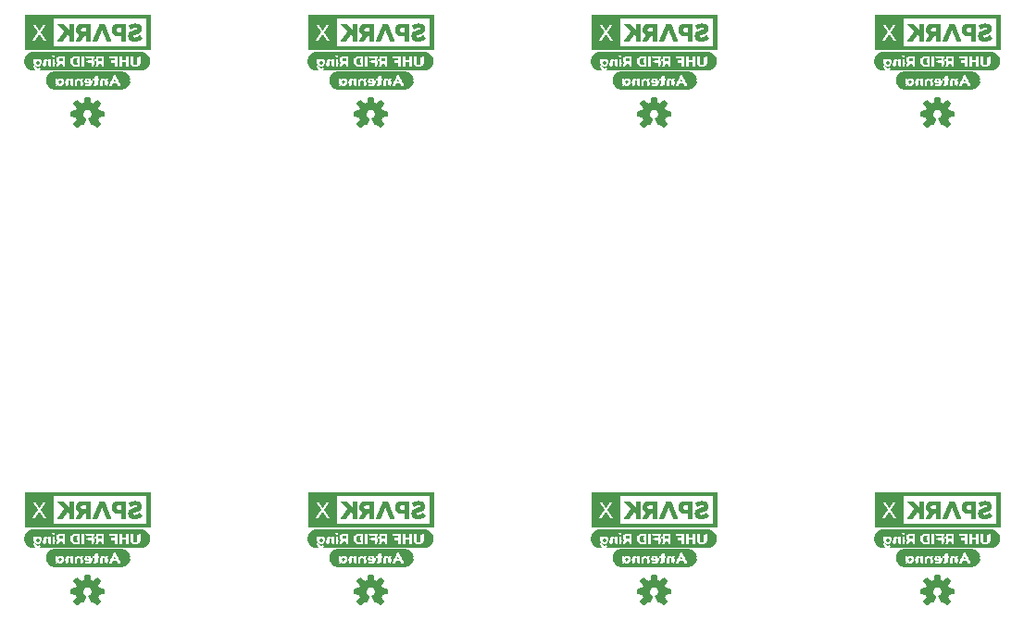
<source format=gbo>
G75*
%MOIN*%
%OFA0B0*%
%FSLAX25Y25*%
%IPPOS*%
%LPD*%
%AMOC8*
5,1,8,0,0,1.08239X$1,22.5*
%
%ADD10C,0.00039*%
%ADD11R,0.40472X0.00157*%
%ADD12R,0.41417X0.00157*%
%ADD13R,0.42047X0.00157*%
%ADD14R,0.42677X0.00157*%
%ADD15R,0.42992X0.00157*%
%ADD16R,0.43307X0.00157*%
%ADD17R,0.33543X0.00157*%
%ADD18R,0.09449X0.00157*%
%ADD19R,0.02992X0.00157*%
%ADD20R,0.01890X0.00157*%
%ADD21R,0.00630X0.00157*%
%ADD22R,0.01732X0.00157*%
%ADD23R,0.01417X0.00157*%
%ADD24R,0.03150X0.00157*%
%ADD25R,0.01260X0.00157*%
%ADD26R,0.09606X0.00157*%
%ADD27R,0.02835X0.00157*%
%ADD28R,0.00472X0.00157*%
%ADD29R,0.00945X0.00157*%
%ADD30R,0.00315X0.00157*%
%ADD31R,0.01102X0.00157*%
%ADD32R,0.01575X0.00157*%
%ADD33R,0.00787X0.00157*%
%ADD34R,0.02677X0.00157*%
%ADD35R,0.09764X0.00157*%
%ADD36R,0.02362X0.00157*%
%ADD37R,0.11496X0.00157*%
%ADD38R,0.02047X0.00157*%
%ADD39R,0.02205X0.00157*%
%ADD40R,0.11339X0.00157*%
%ADD41R,0.04094X0.00157*%
%ADD42R,0.02520X0.00157*%
%ADD43R,0.03307X0.00157*%
%ADD44R,0.03465X0.00157*%
%ADD45R,0.00157X0.00157*%
%ADD46R,0.03780X0.00157*%
%ADD47R,0.04409X0.00157*%
%ADD48R,0.40157X0.00157*%
%ADD49R,0.38425X0.00157*%
%ADD50R,0.38268X0.00157*%
%ADD51R,0.37953X0.00157*%
%ADD52R,0.37638X0.00157*%
%ADD53R,0.37480X0.00157*%
%ADD54R,0.37165X0.00157*%
%ADD55R,0.25354X0.00157*%
%ADD56R,0.26299X0.00157*%
%ADD57R,0.26929X0.00157*%
%ADD58R,0.27559X0.00157*%
%ADD59R,0.27874X0.00157*%
%ADD60R,0.28189X0.00157*%
%ADD61R,0.28504X0.00157*%
%ADD62R,0.28819X0.00157*%
%ADD63R,0.04567X0.00157*%
%ADD64R,0.23937X0.00157*%
%ADD65R,0.05827X0.00157*%
%ADD66R,0.17165X0.00157*%
%ADD67R,0.05512X0.00157*%
%ADD68R,0.17323X0.00157*%
%ADD69R,0.05354X0.00157*%
%ADD70R,0.05197X0.00157*%
%ADD71R,0.03622X0.00157*%
%ADD72R,0.04252X0.00157*%
%ADD73R,0.03937X0.00157*%
%ADD74C,0.00591*%
D10*
X0056250Y0155022D02*
X0056250Y0160644D01*
X0060024Y0160644D01*
X0058378Y0158230D01*
X0059940Y0158230D01*
X0061295Y0160301D01*
X0062658Y0158230D01*
X0064166Y0158230D01*
X0062509Y0160644D01*
X0066303Y0160644D01*
X0066303Y0156178D01*
X0066708Y0156178D01*
X0066708Y0155022D01*
X0056250Y0155022D01*
X0056250Y0155047D02*
X0066708Y0155047D01*
X0101250Y0155047D01*
X0101250Y0155022D02*
X0066708Y0155022D01*
X0066708Y0156178D01*
X0100094Y0156178D01*
X0100094Y0166322D01*
X0066303Y0166322D01*
X0066303Y0160644D01*
X0062509Y0160644D01*
X0062059Y0161299D01*
X0064076Y0164265D01*
X0062523Y0164265D01*
X0061254Y0162308D01*
X0059976Y0164265D01*
X0058469Y0164265D01*
X0060484Y0161317D01*
X0060024Y0160644D01*
X0056250Y0160644D01*
X0056250Y0167478D01*
X0066303Y0167478D01*
X0101250Y0167478D01*
X0101250Y0155022D01*
X0101250Y0155084D02*
X0066708Y0155084D01*
X0056250Y0155084D01*
X0056250Y0155122D02*
X0066708Y0155122D01*
X0101250Y0155122D01*
X0101250Y0155160D02*
X0066708Y0155160D01*
X0056250Y0155160D01*
X0056250Y0155198D02*
X0066708Y0155198D01*
X0101250Y0155198D01*
X0101250Y0155236D02*
X0066708Y0155236D01*
X0056250Y0155236D01*
X0056250Y0155274D02*
X0066708Y0155274D01*
X0101250Y0155274D01*
X0101250Y0155312D02*
X0066708Y0155312D01*
X0056250Y0155312D01*
X0056250Y0155350D02*
X0066708Y0155350D01*
X0101250Y0155350D01*
X0101250Y0155388D02*
X0066708Y0155388D01*
X0056250Y0155388D01*
X0056250Y0155425D02*
X0066708Y0155425D01*
X0101250Y0155425D01*
X0101250Y0155463D02*
X0066708Y0155463D01*
X0056250Y0155463D01*
X0056250Y0155501D02*
X0066708Y0155501D01*
X0101250Y0155501D01*
X0101250Y0155539D02*
X0066708Y0155539D01*
X0056250Y0155539D01*
X0056250Y0155577D02*
X0066708Y0155577D01*
X0101250Y0155577D01*
X0101250Y0155615D02*
X0066708Y0155615D01*
X0056250Y0155615D01*
X0056250Y0155653D02*
X0066708Y0155653D01*
X0101250Y0155653D01*
X0101250Y0155691D02*
X0066708Y0155691D01*
X0056250Y0155691D01*
X0056250Y0155728D02*
X0066708Y0155728D01*
X0101250Y0155728D01*
X0101250Y0155766D02*
X0066708Y0155766D01*
X0056250Y0155766D01*
X0056250Y0155804D02*
X0066708Y0155804D01*
X0101250Y0155804D01*
X0101250Y0155842D02*
X0066708Y0155842D01*
X0056250Y0155842D01*
X0056250Y0155880D02*
X0066708Y0155880D01*
X0101250Y0155880D01*
X0101250Y0155918D02*
X0066708Y0155918D01*
X0056250Y0155918D01*
X0056250Y0155956D02*
X0066708Y0155956D01*
X0101250Y0155956D01*
X0101250Y0155994D02*
X0066708Y0155994D01*
X0056250Y0155994D01*
X0056250Y0156031D02*
X0066708Y0156031D01*
X0101250Y0156031D01*
X0101250Y0156069D02*
X0066708Y0156069D01*
X0056250Y0156069D01*
X0056250Y0156107D02*
X0066708Y0156107D01*
X0101250Y0156107D01*
X0101250Y0156145D02*
X0066708Y0156145D01*
X0056250Y0156145D01*
X0056250Y0156183D02*
X0066303Y0156183D01*
X0066303Y0156221D02*
X0056250Y0156221D01*
X0056250Y0156259D02*
X0066303Y0156259D01*
X0066303Y0156297D02*
X0056250Y0156297D01*
X0056250Y0156335D02*
X0066303Y0156335D01*
X0066303Y0156372D02*
X0056250Y0156372D01*
X0056250Y0156410D02*
X0066303Y0156410D01*
X0066303Y0156448D02*
X0056250Y0156448D01*
X0056250Y0156486D02*
X0066303Y0156486D01*
X0066303Y0156524D02*
X0056250Y0156524D01*
X0056250Y0156562D02*
X0066303Y0156562D01*
X0066303Y0156600D02*
X0056250Y0156600D01*
X0056250Y0156638D02*
X0066303Y0156638D01*
X0066303Y0156675D02*
X0056250Y0156675D01*
X0056250Y0156713D02*
X0066303Y0156713D01*
X0066303Y0156751D02*
X0056250Y0156751D01*
X0056250Y0156789D02*
X0066303Y0156789D01*
X0066303Y0156827D02*
X0056250Y0156827D01*
X0056250Y0156865D02*
X0066303Y0156865D01*
X0066303Y0156903D02*
X0056250Y0156903D01*
X0056250Y0156941D02*
X0066303Y0156941D01*
X0066303Y0156979D02*
X0056250Y0156979D01*
X0056250Y0157016D02*
X0066303Y0157016D01*
X0066303Y0157054D02*
X0056250Y0157054D01*
X0056250Y0157092D02*
X0066303Y0157092D01*
X0066303Y0157130D02*
X0056250Y0157130D01*
X0056250Y0157168D02*
X0066303Y0157168D01*
X0066303Y0157206D02*
X0056250Y0157206D01*
X0056250Y0157244D02*
X0066303Y0157244D01*
X0066303Y0157282D02*
X0056250Y0157282D01*
X0056250Y0157319D02*
X0066303Y0157319D01*
X0066303Y0157357D02*
X0056250Y0157357D01*
X0056250Y0157395D02*
X0066303Y0157395D01*
X0066303Y0157433D02*
X0056250Y0157433D01*
X0056250Y0157471D02*
X0066303Y0157471D01*
X0066303Y0157509D02*
X0056250Y0157509D01*
X0056250Y0157547D02*
X0066303Y0157547D01*
X0066303Y0157585D02*
X0056250Y0157585D01*
X0056250Y0157623D02*
X0066303Y0157623D01*
X0066303Y0157660D02*
X0056250Y0157660D01*
X0056250Y0157698D02*
X0066303Y0157698D01*
X0066303Y0157736D02*
X0056250Y0157736D01*
X0056250Y0157774D02*
X0066303Y0157774D01*
X0066303Y0157812D02*
X0056250Y0157812D01*
X0056250Y0157850D02*
X0066303Y0157850D01*
X0066303Y0157888D02*
X0056250Y0157888D01*
X0056250Y0157926D02*
X0066303Y0157926D01*
X0066303Y0157963D02*
X0056250Y0157963D01*
X0056250Y0158001D02*
X0066303Y0158001D01*
X0066303Y0158039D02*
X0056250Y0158039D01*
X0056250Y0158077D02*
X0066303Y0158077D01*
X0066303Y0158115D02*
X0056250Y0158115D01*
X0056250Y0158153D02*
X0066303Y0158153D01*
X0066303Y0158191D02*
X0056250Y0158191D01*
X0056250Y0158229D02*
X0066303Y0158229D01*
X0066303Y0158266D02*
X0064141Y0158266D01*
X0064115Y0158304D02*
X0066303Y0158304D01*
X0066303Y0158342D02*
X0064089Y0158342D01*
X0064063Y0158380D02*
X0066303Y0158380D01*
X0066303Y0158418D02*
X0064037Y0158418D01*
X0064011Y0158456D02*
X0066303Y0158456D01*
X0066303Y0158494D02*
X0063985Y0158494D01*
X0063959Y0158532D02*
X0066303Y0158532D01*
X0066303Y0158570D02*
X0063933Y0158570D01*
X0063907Y0158607D02*
X0066303Y0158607D01*
X0066303Y0158645D02*
X0063881Y0158645D01*
X0063855Y0158683D02*
X0066303Y0158683D01*
X0066303Y0158721D02*
X0063829Y0158721D01*
X0063803Y0158759D02*
X0066303Y0158759D01*
X0066303Y0158797D02*
X0063777Y0158797D01*
X0063751Y0158835D02*
X0066303Y0158835D01*
X0066303Y0158873D02*
X0063725Y0158873D01*
X0063699Y0158910D02*
X0066303Y0158910D01*
X0066303Y0158948D02*
X0063673Y0158948D01*
X0063647Y0158986D02*
X0066303Y0158986D01*
X0066303Y0159024D02*
X0063621Y0159024D01*
X0063595Y0159062D02*
X0066303Y0159062D01*
X0066303Y0159100D02*
X0063569Y0159100D01*
X0063543Y0159138D02*
X0066303Y0159138D01*
X0066303Y0159176D02*
X0063517Y0159176D01*
X0063491Y0159214D02*
X0066303Y0159214D01*
X0066303Y0159251D02*
X0063465Y0159251D01*
X0063439Y0159289D02*
X0066303Y0159289D01*
X0066303Y0159327D02*
X0063413Y0159327D01*
X0063387Y0159365D02*
X0066303Y0159365D01*
X0066303Y0159403D02*
X0063361Y0159403D01*
X0063335Y0159441D02*
X0066303Y0159441D01*
X0066303Y0159479D02*
X0063309Y0159479D01*
X0063283Y0159517D02*
X0066303Y0159517D01*
X0066303Y0159554D02*
X0063257Y0159554D01*
X0063231Y0159592D02*
X0066303Y0159592D01*
X0066303Y0159630D02*
X0063205Y0159630D01*
X0063179Y0159668D02*
X0066303Y0159668D01*
X0066303Y0159706D02*
X0063153Y0159706D01*
X0063127Y0159744D02*
X0066303Y0159744D01*
X0066303Y0159782D02*
X0063101Y0159782D01*
X0063075Y0159820D02*
X0066303Y0159820D01*
X0066303Y0159858D02*
X0063049Y0159858D01*
X0063023Y0159895D02*
X0066303Y0159895D01*
X0066303Y0159933D02*
X0062997Y0159933D01*
X0062971Y0159971D02*
X0066303Y0159971D01*
X0066303Y0160009D02*
X0062945Y0160009D01*
X0062919Y0160047D02*
X0066303Y0160047D01*
X0066303Y0160085D02*
X0062893Y0160085D01*
X0062867Y0160123D02*
X0066303Y0160123D01*
X0066303Y0160161D02*
X0062841Y0160161D01*
X0062815Y0160198D02*
X0066303Y0160198D01*
X0066303Y0160236D02*
X0062789Y0160236D01*
X0062763Y0160274D02*
X0066303Y0160274D01*
X0066303Y0160312D02*
X0062737Y0160312D01*
X0062711Y0160350D02*
X0066303Y0160350D01*
X0066303Y0160388D02*
X0062685Y0160388D01*
X0062659Y0160426D02*
X0066303Y0160426D01*
X0066303Y0160464D02*
X0062633Y0160464D01*
X0062607Y0160502D02*
X0066303Y0160502D01*
X0066303Y0160539D02*
X0062581Y0160539D01*
X0062555Y0160577D02*
X0066303Y0160577D01*
X0066303Y0160615D02*
X0062529Y0160615D01*
X0062503Y0160653D02*
X0066303Y0160653D01*
X0066303Y0160691D02*
X0062477Y0160691D01*
X0062451Y0160729D02*
X0066303Y0160729D01*
X0066303Y0160767D02*
X0062425Y0160767D01*
X0062399Y0160805D02*
X0066303Y0160805D01*
X0066303Y0160842D02*
X0062373Y0160842D01*
X0062347Y0160880D02*
X0066303Y0160880D01*
X0066303Y0160918D02*
X0062321Y0160918D01*
X0062295Y0160956D02*
X0066303Y0160956D01*
X0066303Y0160994D02*
X0062269Y0160994D01*
X0062243Y0161032D02*
X0066303Y0161032D01*
X0066303Y0161070D02*
X0062217Y0161070D01*
X0062191Y0161108D02*
X0066303Y0161108D01*
X0066303Y0161145D02*
X0062165Y0161145D01*
X0062139Y0161183D02*
X0066303Y0161183D01*
X0066303Y0161221D02*
X0062113Y0161221D01*
X0062087Y0161259D02*
X0066303Y0161259D01*
X0066303Y0161297D02*
X0062061Y0161297D01*
X0062084Y0161335D02*
X0066303Y0161335D01*
X0066303Y0161373D02*
X0062109Y0161373D01*
X0062135Y0161411D02*
X0066303Y0161411D01*
X0066303Y0161449D02*
X0062161Y0161449D01*
X0062187Y0161486D02*
X0066303Y0161486D01*
X0066303Y0161524D02*
X0062212Y0161524D01*
X0062238Y0161562D02*
X0066303Y0161562D01*
X0066303Y0161600D02*
X0062264Y0161600D01*
X0062290Y0161638D02*
X0066303Y0161638D01*
X0066303Y0161676D02*
X0062315Y0161676D01*
X0062341Y0161714D02*
X0066303Y0161714D01*
X0066303Y0161752D02*
X0062367Y0161752D01*
X0062393Y0161789D02*
X0066303Y0161789D01*
X0066303Y0161827D02*
X0062418Y0161827D01*
X0062444Y0161865D02*
X0066303Y0161865D01*
X0066303Y0161903D02*
X0062470Y0161903D01*
X0062496Y0161941D02*
X0066303Y0161941D01*
X0066303Y0161979D02*
X0062521Y0161979D01*
X0062547Y0162017D02*
X0066303Y0162017D01*
X0066303Y0162055D02*
X0062573Y0162055D01*
X0062599Y0162093D02*
X0066303Y0162093D01*
X0066303Y0162130D02*
X0062624Y0162130D01*
X0062650Y0162168D02*
X0066303Y0162168D01*
X0066303Y0162206D02*
X0062676Y0162206D01*
X0062702Y0162244D02*
X0066303Y0162244D01*
X0066303Y0162282D02*
X0062727Y0162282D01*
X0062753Y0162320D02*
X0066303Y0162320D01*
X0066303Y0162358D02*
X0062779Y0162358D01*
X0062805Y0162396D02*
X0066303Y0162396D01*
X0066303Y0162433D02*
X0062830Y0162433D01*
X0062856Y0162471D02*
X0066303Y0162471D01*
X0066303Y0162509D02*
X0062882Y0162509D01*
X0062908Y0162547D02*
X0066303Y0162547D01*
X0066303Y0162585D02*
X0062933Y0162585D01*
X0062959Y0162623D02*
X0066303Y0162623D01*
X0066303Y0162661D02*
X0062985Y0162661D01*
X0063011Y0162699D02*
X0066303Y0162699D01*
X0066303Y0162737D02*
X0063036Y0162737D01*
X0063062Y0162774D02*
X0066303Y0162774D01*
X0066303Y0162812D02*
X0063088Y0162812D01*
X0063114Y0162850D02*
X0066303Y0162850D01*
X0066303Y0162888D02*
X0063139Y0162888D01*
X0063165Y0162926D02*
X0066303Y0162926D01*
X0066303Y0162964D02*
X0063191Y0162964D01*
X0063217Y0163002D02*
X0066303Y0163002D01*
X0066303Y0163040D02*
X0063242Y0163040D01*
X0063268Y0163077D02*
X0066303Y0163077D01*
X0066303Y0163115D02*
X0063294Y0163115D01*
X0063320Y0163153D02*
X0066303Y0163153D01*
X0066303Y0163191D02*
X0063345Y0163191D01*
X0063371Y0163229D02*
X0066303Y0163229D01*
X0066303Y0163267D02*
X0063397Y0163267D01*
X0063423Y0163305D02*
X0066303Y0163305D01*
X0066303Y0163343D02*
X0063448Y0163343D01*
X0063474Y0163380D02*
X0066303Y0163380D01*
X0066303Y0163418D02*
X0063500Y0163418D01*
X0063526Y0163456D02*
X0066303Y0163456D01*
X0066303Y0163494D02*
X0063551Y0163494D01*
X0063577Y0163532D02*
X0066303Y0163532D01*
X0066303Y0163570D02*
X0063603Y0163570D01*
X0063629Y0163608D02*
X0066303Y0163608D01*
X0066303Y0163646D02*
X0063654Y0163646D01*
X0063680Y0163684D02*
X0066303Y0163684D01*
X0066303Y0163721D02*
X0063706Y0163721D01*
X0063732Y0163759D02*
X0066303Y0163759D01*
X0066303Y0163797D02*
X0063757Y0163797D01*
X0063783Y0163835D02*
X0066303Y0163835D01*
X0066303Y0163873D02*
X0063809Y0163873D01*
X0063835Y0163911D02*
X0066303Y0163911D01*
X0066303Y0163949D02*
X0063860Y0163949D01*
X0063886Y0163987D02*
X0066303Y0163987D01*
X0066303Y0164024D02*
X0063912Y0164024D01*
X0063938Y0164062D02*
X0066303Y0164062D01*
X0066303Y0164100D02*
X0063963Y0164100D01*
X0063989Y0164138D02*
X0066303Y0164138D01*
X0066303Y0164176D02*
X0064015Y0164176D01*
X0064041Y0164214D02*
X0066303Y0164214D01*
X0066303Y0164252D02*
X0064066Y0164252D01*
X0062514Y0164252D02*
X0059985Y0164252D01*
X0060009Y0164214D02*
X0062490Y0164214D01*
X0062465Y0164176D02*
X0060034Y0164176D01*
X0060059Y0164138D02*
X0062441Y0164138D01*
X0062416Y0164100D02*
X0060084Y0164100D01*
X0060108Y0164062D02*
X0062392Y0164062D01*
X0062367Y0164024D02*
X0060133Y0164024D01*
X0060158Y0163987D02*
X0062343Y0163987D01*
X0062318Y0163949D02*
X0060183Y0163949D01*
X0060207Y0163911D02*
X0062293Y0163911D01*
X0062269Y0163873D02*
X0060232Y0163873D01*
X0060257Y0163835D02*
X0062244Y0163835D01*
X0062220Y0163797D02*
X0060281Y0163797D01*
X0060306Y0163759D02*
X0062195Y0163759D01*
X0062171Y0163721D02*
X0060331Y0163721D01*
X0060356Y0163684D02*
X0062146Y0163684D01*
X0062121Y0163646D02*
X0060380Y0163646D01*
X0060405Y0163608D02*
X0062097Y0163608D01*
X0062072Y0163570D02*
X0060430Y0163570D01*
X0060455Y0163532D02*
X0062048Y0163532D01*
X0062023Y0163494D02*
X0060479Y0163494D01*
X0060504Y0163456D02*
X0061999Y0163456D01*
X0061974Y0163418D02*
X0060529Y0163418D01*
X0060553Y0163380D02*
X0061950Y0163380D01*
X0061925Y0163343D02*
X0060578Y0163343D01*
X0060603Y0163305D02*
X0061900Y0163305D01*
X0061876Y0163267D02*
X0060628Y0163267D01*
X0060652Y0163229D02*
X0061851Y0163229D01*
X0061827Y0163191D02*
X0060677Y0163191D01*
X0060702Y0163153D02*
X0061802Y0163153D01*
X0061778Y0163115D02*
X0060727Y0163115D01*
X0060751Y0163077D02*
X0061753Y0163077D01*
X0061729Y0163040D02*
X0060776Y0163040D01*
X0060801Y0163002D02*
X0061704Y0163002D01*
X0061679Y0162964D02*
X0060826Y0162964D01*
X0060850Y0162926D02*
X0061655Y0162926D01*
X0061630Y0162888D02*
X0060875Y0162888D01*
X0060900Y0162850D02*
X0061606Y0162850D01*
X0061581Y0162812D02*
X0060924Y0162812D01*
X0060949Y0162774D02*
X0061557Y0162774D01*
X0061532Y0162737D02*
X0060974Y0162737D01*
X0060999Y0162699D02*
X0061508Y0162699D01*
X0061483Y0162661D02*
X0061023Y0162661D01*
X0061048Y0162623D02*
X0061458Y0162623D01*
X0061434Y0162585D02*
X0061073Y0162585D01*
X0061098Y0162547D02*
X0061409Y0162547D01*
X0061385Y0162509D02*
X0061122Y0162509D01*
X0061147Y0162471D02*
X0061360Y0162471D01*
X0061336Y0162433D02*
X0061172Y0162433D01*
X0061197Y0162396D02*
X0061311Y0162396D01*
X0061287Y0162358D02*
X0061221Y0162358D01*
X0061246Y0162320D02*
X0061262Y0162320D01*
X0060265Y0161638D02*
X0056250Y0161638D01*
X0056250Y0161676D02*
X0060239Y0161676D01*
X0060213Y0161714D02*
X0056250Y0161714D01*
X0056250Y0161752D02*
X0060188Y0161752D01*
X0060162Y0161789D02*
X0056250Y0161789D01*
X0056250Y0161827D02*
X0060136Y0161827D01*
X0060110Y0161865D02*
X0056250Y0161865D01*
X0056250Y0161903D02*
X0060084Y0161903D01*
X0060058Y0161941D02*
X0056250Y0161941D01*
X0056250Y0161979D02*
X0060032Y0161979D01*
X0060006Y0162017D02*
X0056250Y0162017D01*
X0056250Y0162055D02*
X0059980Y0162055D01*
X0059954Y0162093D02*
X0056250Y0162093D01*
X0056250Y0162130D02*
X0059928Y0162130D01*
X0059903Y0162168D02*
X0056250Y0162168D01*
X0056250Y0162206D02*
X0059877Y0162206D01*
X0059851Y0162244D02*
X0056250Y0162244D01*
X0056250Y0162282D02*
X0059825Y0162282D01*
X0059799Y0162320D02*
X0056250Y0162320D01*
X0056250Y0162358D02*
X0059773Y0162358D01*
X0059747Y0162396D02*
X0056250Y0162396D01*
X0056250Y0162433D02*
X0059721Y0162433D01*
X0059695Y0162471D02*
X0056250Y0162471D01*
X0056250Y0162509D02*
X0059669Y0162509D01*
X0059643Y0162547D02*
X0056250Y0162547D01*
X0056250Y0162585D02*
X0059618Y0162585D01*
X0059592Y0162623D02*
X0056250Y0162623D01*
X0056250Y0162661D02*
X0059566Y0162661D01*
X0059540Y0162699D02*
X0056250Y0162699D01*
X0056250Y0162737D02*
X0059514Y0162737D01*
X0059488Y0162774D02*
X0056250Y0162774D01*
X0056250Y0162812D02*
X0059462Y0162812D01*
X0059436Y0162850D02*
X0056250Y0162850D01*
X0056250Y0162888D02*
X0059410Y0162888D01*
X0059384Y0162926D02*
X0056250Y0162926D01*
X0056250Y0162964D02*
X0059358Y0162964D01*
X0059333Y0163002D02*
X0056250Y0163002D01*
X0056250Y0163040D02*
X0059307Y0163040D01*
X0059281Y0163077D02*
X0056250Y0163077D01*
X0056250Y0163115D02*
X0059255Y0163115D01*
X0059229Y0163153D02*
X0056250Y0163153D01*
X0056250Y0163191D02*
X0059203Y0163191D01*
X0059177Y0163229D02*
X0056250Y0163229D01*
X0056250Y0163267D02*
X0059151Y0163267D01*
X0059125Y0163305D02*
X0056250Y0163305D01*
X0056250Y0163343D02*
X0059099Y0163343D01*
X0059073Y0163380D02*
X0056250Y0163380D01*
X0056250Y0163418D02*
X0059048Y0163418D01*
X0059022Y0163456D02*
X0056250Y0163456D01*
X0056250Y0163494D02*
X0058996Y0163494D01*
X0058970Y0163532D02*
X0056250Y0163532D01*
X0056250Y0163570D02*
X0058944Y0163570D01*
X0058918Y0163608D02*
X0056250Y0163608D01*
X0056250Y0163646D02*
X0058892Y0163646D01*
X0058866Y0163684D02*
X0056250Y0163684D01*
X0056250Y0163721D02*
X0058840Y0163721D01*
X0058814Y0163759D02*
X0056250Y0163759D01*
X0056250Y0163797D02*
X0058788Y0163797D01*
X0058763Y0163835D02*
X0056250Y0163835D01*
X0056250Y0163873D02*
X0058737Y0163873D01*
X0058711Y0163911D02*
X0056250Y0163911D01*
X0056250Y0163949D02*
X0058685Y0163949D01*
X0058659Y0163987D02*
X0056250Y0163987D01*
X0056250Y0164024D02*
X0058633Y0164024D01*
X0058607Y0164062D02*
X0056250Y0164062D01*
X0056250Y0164100D02*
X0058581Y0164100D01*
X0058555Y0164138D02*
X0056250Y0164138D01*
X0056250Y0164176D02*
X0058529Y0164176D01*
X0058503Y0164214D02*
X0056250Y0164214D01*
X0056250Y0164252D02*
X0058478Y0164252D01*
X0056250Y0164290D02*
X0066303Y0164290D01*
X0066303Y0164328D02*
X0056250Y0164328D01*
X0056250Y0164365D02*
X0066303Y0164365D01*
X0066303Y0164403D02*
X0056250Y0164403D01*
X0056250Y0164441D02*
X0066303Y0164441D01*
X0066303Y0164479D02*
X0056250Y0164479D01*
X0056250Y0164517D02*
X0066303Y0164517D01*
X0066303Y0164555D02*
X0056250Y0164555D01*
X0056250Y0164593D02*
X0066303Y0164593D01*
X0066303Y0164631D02*
X0056250Y0164631D01*
X0056250Y0164668D02*
X0066303Y0164668D01*
X0066303Y0164706D02*
X0056250Y0164706D01*
X0056250Y0164744D02*
X0066303Y0164744D01*
X0066303Y0164782D02*
X0056250Y0164782D01*
X0056250Y0164820D02*
X0066303Y0164820D01*
X0066303Y0164858D02*
X0056250Y0164858D01*
X0056250Y0164896D02*
X0066303Y0164896D01*
X0066303Y0164934D02*
X0056250Y0164934D01*
X0056250Y0164972D02*
X0066303Y0164972D01*
X0066303Y0165009D02*
X0056250Y0165009D01*
X0056250Y0165047D02*
X0066303Y0165047D01*
X0066303Y0165085D02*
X0056250Y0165085D01*
X0056250Y0165123D02*
X0066303Y0165123D01*
X0066303Y0165161D02*
X0056250Y0165161D01*
X0056250Y0165199D02*
X0066303Y0165199D01*
X0066303Y0165237D02*
X0056250Y0165237D01*
X0056250Y0165275D02*
X0066303Y0165275D01*
X0066303Y0165312D02*
X0056250Y0165312D01*
X0056250Y0165350D02*
X0066303Y0165350D01*
X0066303Y0165388D02*
X0056250Y0165388D01*
X0056250Y0165426D02*
X0066303Y0165426D01*
X0066303Y0165464D02*
X0056250Y0165464D01*
X0056250Y0165502D02*
X0066303Y0165502D01*
X0066303Y0165540D02*
X0056250Y0165540D01*
X0056250Y0165578D02*
X0066303Y0165578D01*
X0066303Y0165615D02*
X0056250Y0165615D01*
X0056250Y0165653D02*
X0066303Y0165653D01*
X0066303Y0165691D02*
X0056250Y0165691D01*
X0056250Y0165729D02*
X0066303Y0165729D01*
X0066303Y0165767D02*
X0056250Y0165767D01*
X0056250Y0165805D02*
X0066303Y0165805D01*
X0066303Y0165843D02*
X0056250Y0165843D01*
X0056250Y0165881D02*
X0066303Y0165881D01*
X0066303Y0165919D02*
X0056250Y0165919D01*
X0056250Y0165956D02*
X0066303Y0165956D01*
X0066303Y0165994D02*
X0056250Y0165994D01*
X0056250Y0166032D02*
X0066303Y0166032D01*
X0066303Y0166070D02*
X0056250Y0166070D01*
X0056250Y0166108D02*
X0066303Y0166108D01*
X0066303Y0166146D02*
X0056250Y0166146D01*
X0056250Y0166184D02*
X0066303Y0166184D01*
X0066303Y0166222D02*
X0056250Y0166222D01*
X0056250Y0166259D02*
X0066303Y0166259D01*
X0066303Y0166297D02*
X0056250Y0166297D01*
X0056250Y0166335D02*
X0101250Y0166335D01*
X0101250Y0166297D02*
X0100094Y0166297D01*
X0100094Y0166259D02*
X0101250Y0166259D01*
X0101250Y0166222D02*
X0100094Y0166222D01*
X0100094Y0166184D02*
X0101250Y0166184D01*
X0101250Y0166146D02*
X0100094Y0166146D01*
X0100094Y0166108D02*
X0101250Y0166108D01*
X0101250Y0166070D02*
X0100094Y0166070D01*
X0100094Y0166032D02*
X0101250Y0166032D01*
X0101250Y0165994D02*
X0100094Y0165994D01*
X0100094Y0165956D02*
X0101250Y0165956D01*
X0101250Y0165919D02*
X0100094Y0165919D01*
X0100094Y0165881D02*
X0101250Y0165881D01*
X0101250Y0165843D02*
X0100094Y0165843D01*
X0100094Y0165805D02*
X0101250Y0165805D01*
X0101250Y0165767D02*
X0100094Y0165767D01*
X0100094Y0165729D02*
X0101250Y0165729D01*
X0101250Y0165691D02*
X0100094Y0165691D01*
X0100094Y0165653D02*
X0101250Y0165653D01*
X0101250Y0165615D02*
X0100094Y0165615D01*
X0100094Y0165578D02*
X0101250Y0165578D01*
X0101250Y0165540D02*
X0100094Y0165540D01*
X0100094Y0165502D02*
X0101250Y0165502D01*
X0101250Y0165464D02*
X0100094Y0165464D01*
X0100094Y0165426D02*
X0101250Y0165426D01*
X0101250Y0165388D02*
X0100094Y0165388D01*
X0100094Y0165350D02*
X0101250Y0165350D01*
X0101250Y0165312D02*
X0100094Y0165312D01*
X0100094Y0165275D02*
X0101250Y0165275D01*
X0101250Y0165237D02*
X0100094Y0165237D01*
X0100094Y0165199D02*
X0101250Y0165199D01*
X0101250Y0165161D02*
X0100094Y0165161D01*
X0100094Y0165123D02*
X0101250Y0165123D01*
X0101250Y0165085D02*
X0100094Y0165085D01*
X0100094Y0165047D02*
X0101250Y0165047D01*
X0101250Y0165009D02*
X0100094Y0165009D01*
X0100094Y0164972D02*
X0101250Y0164972D01*
X0101250Y0164934D02*
X0100094Y0164934D01*
X0100094Y0164896D02*
X0101250Y0164896D01*
X0101250Y0164858D02*
X0100094Y0164858D01*
X0100094Y0164820D02*
X0101250Y0164820D01*
X0101250Y0164782D02*
X0100094Y0164782D01*
X0100094Y0164744D02*
X0101250Y0164744D01*
X0101250Y0164706D02*
X0100094Y0164706D01*
X0100094Y0164668D02*
X0101250Y0164668D01*
X0101250Y0164631D02*
X0100094Y0164631D01*
X0100094Y0164593D02*
X0101250Y0164593D01*
X0101250Y0164555D02*
X0100094Y0164555D01*
X0100094Y0164517D02*
X0101250Y0164517D01*
X0101250Y0164479D02*
X0100094Y0164479D01*
X0100094Y0164441D02*
X0101250Y0164441D01*
X0101250Y0164403D02*
X0100094Y0164403D01*
X0100094Y0164365D02*
X0101250Y0164365D01*
X0101250Y0164328D02*
X0100094Y0164328D01*
X0100094Y0164290D02*
X0101250Y0164290D01*
X0101250Y0164252D02*
X0100094Y0164252D01*
X0100094Y0164214D02*
X0101250Y0164214D01*
X0101250Y0164176D02*
X0100094Y0164176D01*
X0100094Y0164138D02*
X0101250Y0164138D01*
X0101250Y0164100D02*
X0100094Y0164100D01*
X0100094Y0164062D02*
X0101250Y0164062D01*
X0101250Y0164024D02*
X0100094Y0164024D01*
X0100094Y0163987D02*
X0101250Y0163987D01*
X0101250Y0163949D02*
X0100094Y0163949D01*
X0100094Y0163911D02*
X0101250Y0163911D01*
X0101250Y0163873D02*
X0100094Y0163873D01*
X0100094Y0163835D02*
X0101250Y0163835D01*
X0101250Y0163797D02*
X0100094Y0163797D01*
X0100094Y0163759D02*
X0101250Y0163759D01*
X0101250Y0163721D02*
X0100094Y0163721D01*
X0100094Y0163684D02*
X0101250Y0163684D01*
X0101250Y0163646D02*
X0100094Y0163646D01*
X0100094Y0163608D02*
X0101250Y0163608D01*
X0101250Y0163570D02*
X0100094Y0163570D01*
X0100094Y0163532D02*
X0101250Y0163532D01*
X0101250Y0163494D02*
X0100094Y0163494D01*
X0100094Y0163456D02*
X0101250Y0163456D01*
X0101250Y0163418D02*
X0100094Y0163418D01*
X0100094Y0163380D02*
X0101250Y0163380D01*
X0101250Y0163343D02*
X0100094Y0163343D01*
X0100094Y0163305D02*
X0101250Y0163305D01*
X0101250Y0163267D02*
X0100094Y0163267D01*
X0100094Y0163229D02*
X0101250Y0163229D01*
X0101250Y0163191D02*
X0100094Y0163191D01*
X0100094Y0163153D02*
X0101250Y0163153D01*
X0101250Y0163115D02*
X0100094Y0163115D01*
X0100094Y0163077D02*
X0101250Y0163077D01*
X0101250Y0163040D02*
X0100094Y0163040D01*
X0100094Y0163002D02*
X0101250Y0163002D01*
X0101250Y0162964D02*
X0100094Y0162964D01*
X0100094Y0162926D02*
X0101250Y0162926D01*
X0101250Y0162888D02*
X0100094Y0162888D01*
X0100094Y0162850D02*
X0101250Y0162850D01*
X0101250Y0162812D02*
X0100094Y0162812D01*
X0100094Y0162774D02*
X0101250Y0162774D01*
X0101250Y0162737D02*
X0100094Y0162737D01*
X0100094Y0162699D02*
X0101250Y0162699D01*
X0101250Y0162661D02*
X0100094Y0162661D01*
X0100094Y0162623D02*
X0101250Y0162623D01*
X0101250Y0162585D02*
X0100094Y0162585D01*
X0100094Y0162547D02*
X0101250Y0162547D01*
X0101250Y0162509D02*
X0100094Y0162509D01*
X0100094Y0162471D02*
X0101250Y0162471D01*
X0101250Y0162433D02*
X0100094Y0162433D01*
X0100094Y0162396D02*
X0101250Y0162396D01*
X0101250Y0162358D02*
X0100094Y0162358D01*
X0100094Y0162320D02*
X0101250Y0162320D01*
X0101250Y0162282D02*
X0100094Y0162282D01*
X0100094Y0162244D02*
X0101250Y0162244D01*
X0101250Y0162206D02*
X0100094Y0162206D01*
X0100094Y0162168D02*
X0101250Y0162168D01*
X0101250Y0162130D02*
X0100094Y0162130D01*
X0100094Y0162093D02*
X0101250Y0162093D01*
X0101250Y0162055D02*
X0100094Y0162055D01*
X0100094Y0162017D02*
X0101250Y0162017D01*
X0101250Y0161979D02*
X0100094Y0161979D01*
X0100094Y0161941D02*
X0101250Y0161941D01*
X0101250Y0161903D02*
X0100094Y0161903D01*
X0100094Y0161865D02*
X0101250Y0161865D01*
X0101250Y0161827D02*
X0100094Y0161827D01*
X0100094Y0161789D02*
X0101250Y0161789D01*
X0101250Y0161752D02*
X0100094Y0161752D01*
X0100094Y0161714D02*
X0101250Y0161714D01*
X0101250Y0161676D02*
X0100094Y0161676D01*
X0100094Y0161638D02*
X0101250Y0161638D01*
X0101250Y0161600D02*
X0100094Y0161600D01*
X0100094Y0161562D02*
X0101250Y0161562D01*
X0101250Y0161524D02*
X0100094Y0161524D01*
X0100094Y0161486D02*
X0101250Y0161486D01*
X0101250Y0161449D02*
X0100094Y0161449D01*
X0100094Y0161411D02*
X0101250Y0161411D01*
X0101250Y0161373D02*
X0100094Y0161373D01*
X0100094Y0161335D02*
X0101250Y0161335D01*
X0101250Y0161297D02*
X0100094Y0161297D01*
X0100094Y0161259D02*
X0101250Y0161259D01*
X0101250Y0161221D02*
X0100094Y0161221D01*
X0100094Y0161183D02*
X0101250Y0161183D01*
X0101250Y0161145D02*
X0100094Y0161145D01*
X0100094Y0161108D02*
X0101250Y0161108D01*
X0101250Y0161070D02*
X0100094Y0161070D01*
X0100094Y0161032D02*
X0101250Y0161032D01*
X0101250Y0160994D02*
X0100094Y0160994D01*
X0100094Y0160956D02*
X0101250Y0160956D01*
X0101250Y0160918D02*
X0100094Y0160918D01*
X0100094Y0160880D02*
X0101250Y0160880D01*
X0101250Y0160842D02*
X0100094Y0160842D01*
X0100094Y0160805D02*
X0101250Y0160805D01*
X0101250Y0160767D02*
X0100094Y0160767D01*
X0100094Y0160729D02*
X0101250Y0160729D01*
X0101250Y0160691D02*
X0100094Y0160691D01*
X0100094Y0160653D02*
X0101250Y0160653D01*
X0101250Y0160615D02*
X0100094Y0160615D01*
X0100094Y0160577D02*
X0101250Y0160577D01*
X0101250Y0160539D02*
X0100094Y0160539D01*
X0100094Y0160502D02*
X0101250Y0160502D01*
X0101250Y0160464D02*
X0100094Y0160464D01*
X0100094Y0160426D02*
X0101250Y0160426D01*
X0101250Y0160388D02*
X0100094Y0160388D01*
X0100094Y0160350D02*
X0101250Y0160350D01*
X0101250Y0160312D02*
X0100094Y0160312D01*
X0100094Y0160274D02*
X0101250Y0160274D01*
X0101250Y0160236D02*
X0100094Y0160236D01*
X0100094Y0160198D02*
X0101250Y0160198D01*
X0101250Y0160161D02*
X0100094Y0160161D01*
X0100094Y0160123D02*
X0101250Y0160123D01*
X0101250Y0160085D02*
X0100094Y0160085D01*
X0100094Y0160047D02*
X0101250Y0160047D01*
X0101250Y0160009D02*
X0100094Y0160009D01*
X0100094Y0159971D02*
X0101250Y0159971D01*
X0101250Y0159933D02*
X0100094Y0159933D01*
X0100094Y0159895D02*
X0101250Y0159895D01*
X0101250Y0159858D02*
X0100094Y0159858D01*
X0100094Y0159820D02*
X0101250Y0159820D01*
X0101250Y0159782D02*
X0100094Y0159782D01*
X0100094Y0159744D02*
X0101250Y0159744D01*
X0101250Y0159706D02*
X0100094Y0159706D01*
X0100094Y0159668D02*
X0101250Y0159668D01*
X0101250Y0159630D02*
X0100094Y0159630D01*
X0100094Y0159592D02*
X0101250Y0159592D01*
X0101250Y0159554D02*
X0100094Y0159554D01*
X0100094Y0159517D02*
X0101250Y0159517D01*
X0101250Y0159479D02*
X0100094Y0159479D01*
X0100094Y0159441D02*
X0101250Y0159441D01*
X0101250Y0159403D02*
X0100094Y0159403D01*
X0100094Y0159365D02*
X0101250Y0159365D01*
X0101250Y0159327D02*
X0100094Y0159327D01*
X0100094Y0159289D02*
X0101250Y0159289D01*
X0101250Y0159251D02*
X0100094Y0159251D01*
X0100094Y0159214D02*
X0101250Y0159214D01*
X0101250Y0159176D02*
X0100094Y0159176D01*
X0100094Y0159138D02*
X0101250Y0159138D01*
X0101250Y0159100D02*
X0100094Y0159100D01*
X0100094Y0159062D02*
X0101250Y0159062D01*
X0101250Y0159024D02*
X0100094Y0159024D01*
X0100094Y0158986D02*
X0101250Y0158986D01*
X0101250Y0158948D02*
X0100094Y0158948D01*
X0100094Y0158910D02*
X0101250Y0158910D01*
X0101250Y0158873D02*
X0100094Y0158873D01*
X0100094Y0158835D02*
X0101250Y0158835D01*
X0101250Y0158797D02*
X0100094Y0158797D01*
X0100094Y0158759D02*
X0101250Y0158759D01*
X0101250Y0158721D02*
X0100094Y0158721D01*
X0100094Y0158683D02*
X0101250Y0158683D01*
X0101250Y0158645D02*
X0100094Y0158645D01*
X0100094Y0158607D02*
X0101250Y0158607D01*
X0101250Y0158570D02*
X0100094Y0158570D01*
X0100094Y0158532D02*
X0101250Y0158532D01*
X0101250Y0158494D02*
X0100094Y0158494D01*
X0100094Y0158456D02*
X0101250Y0158456D01*
X0101250Y0158418D02*
X0100094Y0158418D01*
X0100094Y0158380D02*
X0101250Y0158380D01*
X0101250Y0158342D02*
X0100094Y0158342D01*
X0100094Y0158304D02*
X0101250Y0158304D01*
X0101250Y0158266D02*
X0100094Y0158266D01*
X0100094Y0158229D02*
X0101250Y0158229D01*
X0101250Y0158191D02*
X0100094Y0158191D01*
X0100094Y0158153D02*
X0101250Y0158153D01*
X0101250Y0158115D02*
X0100094Y0158115D01*
X0100094Y0158077D02*
X0101250Y0158077D01*
X0101250Y0158039D02*
X0100094Y0158039D01*
X0100094Y0158001D02*
X0101250Y0158001D01*
X0101250Y0157963D02*
X0100094Y0157963D01*
X0100094Y0157926D02*
X0101250Y0157926D01*
X0101250Y0157888D02*
X0100094Y0157888D01*
X0100094Y0157850D02*
X0101250Y0157850D01*
X0101250Y0157812D02*
X0100094Y0157812D01*
X0100094Y0157774D02*
X0101250Y0157774D01*
X0101250Y0157736D02*
X0100094Y0157736D01*
X0100094Y0157698D02*
X0101250Y0157698D01*
X0101250Y0157660D02*
X0100094Y0157660D01*
X0100094Y0157623D02*
X0101250Y0157623D01*
X0101250Y0157585D02*
X0100094Y0157585D01*
X0100094Y0157547D02*
X0101250Y0157547D01*
X0101250Y0157509D02*
X0100094Y0157509D01*
X0100094Y0157471D02*
X0101250Y0157471D01*
X0101250Y0157433D02*
X0100094Y0157433D01*
X0100094Y0157395D02*
X0101250Y0157395D01*
X0101250Y0157357D02*
X0100094Y0157357D01*
X0100094Y0157319D02*
X0101250Y0157319D01*
X0101250Y0157282D02*
X0100094Y0157282D01*
X0100094Y0157244D02*
X0101250Y0157244D01*
X0101250Y0157206D02*
X0100094Y0157206D01*
X0100094Y0157168D02*
X0101250Y0157168D01*
X0101250Y0157130D02*
X0100094Y0157130D01*
X0100094Y0157092D02*
X0101250Y0157092D01*
X0101250Y0157054D02*
X0100094Y0157054D01*
X0100094Y0157016D02*
X0101250Y0157016D01*
X0101250Y0156979D02*
X0100094Y0156979D01*
X0100094Y0156941D02*
X0101250Y0156941D01*
X0101250Y0156903D02*
X0100094Y0156903D01*
X0100094Y0156865D02*
X0101250Y0156865D01*
X0101250Y0156827D02*
X0100094Y0156827D01*
X0100094Y0156789D02*
X0101250Y0156789D01*
X0101250Y0156751D02*
X0100094Y0156751D01*
X0100094Y0156713D02*
X0101250Y0156713D01*
X0101250Y0156675D02*
X0100094Y0156675D01*
X0100094Y0156638D02*
X0101250Y0156638D01*
X0101250Y0156600D02*
X0100094Y0156600D01*
X0100094Y0156562D02*
X0101250Y0156562D01*
X0101250Y0156524D02*
X0100094Y0156524D01*
X0100094Y0156486D02*
X0101250Y0156486D01*
X0101250Y0156448D02*
X0100094Y0156448D01*
X0100094Y0156410D02*
X0101250Y0156410D01*
X0101250Y0156372D02*
X0100094Y0156372D01*
X0100094Y0156335D02*
X0101250Y0156335D01*
X0101250Y0156297D02*
X0100094Y0156297D01*
X0100094Y0156259D02*
X0101250Y0156259D01*
X0101250Y0156221D02*
X0100094Y0156221D01*
X0100094Y0156183D02*
X0101250Y0156183D01*
X0098217Y0159099D02*
X0097645Y0158670D01*
X0097011Y0158370D01*
X0096341Y0158191D01*
X0095656Y0158131D01*
X0095187Y0158163D01*
X0094761Y0158258D01*
X0094385Y0158410D01*
X0094063Y0158617D01*
X0093804Y0158883D01*
X0093609Y0159202D01*
X0093487Y0159577D01*
X0093447Y0159999D01*
X0093447Y0160035D01*
X0093478Y0160403D01*
X0093573Y0160715D01*
X0093730Y0160980D01*
X0093947Y0161209D01*
X0094549Y0161570D01*
X0095369Y0161840D01*
X0096012Y0162020D01*
X0096412Y0162181D01*
X0096615Y0162375D01*
X0096669Y0162631D01*
X0096669Y0162649D01*
X0096651Y0162730D01*
X0097964Y0162730D01*
X0097983Y0162528D01*
X0097983Y0162510D01*
X0097947Y0162099D01*
X0097839Y0161759D01*
X0097667Y0161481D01*
X0097438Y0161255D01*
X0096809Y0160913D01*
X0095976Y0160660D01*
X0095359Y0160480D01*
X0094986Y0160309D01*
X0094806Y0160125D01*
X0094756Y0159895D01*
X0093457Y0159895D01*
X0093461Y0159858D02*
X0094761Y0159858D01*
X0094756Y0159877D02*
X0094814Y0159638D01*
X0094986Y0159459D01*
X0095260Y0159345D01*
X0095630Y0159306D01*
X0096127Y0159356D01*
X0096584Y0159504D01*
X0097014Y0159737D01*
X0097434Y0160040D01*
X0098217Y0159099D01*
X0098216Y0159100D02*
X0093672Y0159100D01*
X0093695Y0159062D02*
X0098168Y0159062D01*
X0098117Y0159024D02*
X0093718Y0159024D01*
X0093741Y0158986D02*
X0098066Y0158986D01*
X0098016Y0158948D02*
X0093764Y0158948D01*
X0093787Y0158910D02*
X0097965Y0158910D01*
X0097915Y0158873D02*
X0093814Y0158873D01*
X0093851Y0158835D02*
X0097864Y0158835D01*
X0097813Y0158797D02*
X0093888Y0158797D01*
X0093925Y0158759D02*
X0097763Y0158759D01*
X0097712Y0158721D02*
X0093962Y0158721D01*
X0093999Y0158683D02*
X0097661Y0158683D01*
X0097591Y0158645D02*
X0094036Y0158645D01*
X0094079Y0158607D02*
X0097512Y0158607D01*
X0097432Y0158570D02*
X0094138Y0158570D01*
X0094197Y0158532D02*
X0097352Y0158532D01*
X0097272Y0158494D02*
X0094256Y0158494D01*
X0094315Y0158456D02*
X0097192Y0158456D01*
X0097112Y0158418D02*
X0094374Y0158418D01*
X0094460Y0158380D02*
X0097032Y0158380D01*
X0096907Y0158342D02*
X0094553Y0158342D01*
X0094646Y0158304D02*
X0096765Y0158304D01*
X0096622Y0158266D02*
X0094739Y0158266D01*
X0094891Y0158229D02*
X0096480Y0158229D01*
X0096332Y0158191D02*
X0095060Y0158191D01*
X0095333Y0158153D02*
X0095900Y0158153D01*
X0095840Y0159327D02*
X0098027Y0159327D01*
X0098059Y0159289D02*
X0093581Y0159289D01*
X0093593Y0159251D02*
X0098090Y0159251D01*
X0098122Y0159214D02*
X0093605Y0159214D01*
X0093625Y0159176D02*
X0098153Y0159176D01*
X0098185Y0159138D02*
X0093649Y0159138D01*
X0093569Y0159327D02*
X0095432Y0159327D01*
X0095213Y0159365D02*
X0093556Y0159365D01*
X0093544Y0159403D02*
X0095122Y0159403D01*
X0095030Y0159441D02*
X0093532Y0159441D01*
X0093519Y0159479D02*
X0094967Y0159479D01*
X0094931Y0159517D02*
X0093507Y0159517D01*
X0093495Y0159554D02*
X0094894Y0159554D01*
X0094858Y0159592D02*
X0093486Y0159592D01*
X0093482Y0159630D02*
X0094821Y0159630D01*
X0094807Y0159668D02*
X0093479Y0159668D01*
X0093475Y0159706D02*
X0094798Y0159706D01*
X0094789Y0159744D02*
X0093471Y0159744D01*
X0093468Y0159782D02*
X0094779Y0159782D01*
X0094770Y0159820D02*
X0093464Y0159820D01*
X0093453Y0159933D02*
X0094765Y0159933D01*
X0094756Y0159895D02*
X0094756Y0159877D01*
X0094773Y0159971D02*
X0093450Y0159971D01*
X0093447Y0160009D02*
X0094781Y0160009D01*
X0094789Y0160047D02*
X0093448Y0160047D01*
X0093451Y0160085D02*
X0094797Y0160085D01*
X0094806Y0160123D02*
X0093454Y0160123D01*
X0093458Y0160161D02*
X0094841Y0160161D01*
X0094878Y0160198D02*
X0093461Y0160198D01*
X0093464Y0160236D02*
X0094915Y0160236D01*
X0094952Y0160274D02*
X0093467Y0160274D01*
X0093470Y0160312D02*
X0094992Y0160312D01*
X0095074Y0160350D02*
X0093473Y0160350D01*
X0093477Y0160388D02*
X0095157Y0160388D01*
X0095240Y0160426D02*
X0093485Y0160426D01*
X0093496Y0160464D02*
X0095323Y0160464D01*
X0095431Y0160502D02*
X0093508Y0160502D01*
X0093520Y0160539D02*
X0095561Y0160539D01*
X0095691Y0160577D02*
X0093531Y0160577D01*
X0093543Y0160615D02*
X0095821Y0160615D01*
X0095950Y0160653D02*
X0093554Y0160653D01*
X0093566Y0160691D02*
X0096076Y0160691D01*
X0096202Y0160729D02*
X0093581Y0160729D01*
X0093604Y0160767D02*
X0096327Y0160767D01*
X0096452Y0160805D02*
X0093626Y0160805D01*
X0093648Y0160842D02*
X0096577Y0160842D01*
X0096702Y0160880D02*
X0093671Y0160880D01*
X0093693Y0160918D02*
X0096819Y0160918D01*
X0096889Y0160956D02*
X0093715Y0160956D01*
X0093742Y0160994D02*
X0096959Y0160994D01*
X0097028Y0161032D02*
X0093778Y0161032D01*
X0093814Y0161070D02*
X0097098Y0161070D01*
X0097168Y0161108D02*
X0093850Y0161108D01*
X0093886Y0161145D02*
X0097238Y0161145D01*
X0097307Y0161183D02*
X0093922Y0161183D01*
X0093966Y0161221D02*
X0097377Y0161221D01*
X0097443Y0161259D02*
X0094030Y0161259D01*
X0094093Y0161297D02*
X0097481Y0161297D01*
X0097520Y0161335D02*
X0094157Y0161335D01*
X0094220Y0161373D02*
X0097558Y0161373D01*
X0097596Y0161411D02*
X0094283Y0161411D01*
X0094347Y0161449D02*
X0097635Y0161449D01*
X0097671Y0161486D02*
X0094410Y0161486D01*
X0094474Y0161524D02*
X0097694Y0161524D01*
X0097718Y0161562D02*
X0094537Y0161562D01*
X0094642Y0161600D02*
X0097741Y0161600D01*
X0097764Y0161638D02*
X0094757Y0161638D01*
X0094872Y0161676D02*
X0097788Y0161676D01*
X0097811Y0161714D02*
X0094987Y0161714D01*
X0095102Y0161752D02*
X0097835Y0161752D01*
X0097849Y0161789D02*
X0095217Y0161789D01*
X0095332Y0161827D02*
X0097861Y0161827D01*
X0097873Y0161865D02*
X0095460Y0161865D01*
X0095596Y0161903D02*
X0097885Y0161903D01*
X0097897Y0161941D02*
X0095731Y0161941D01*
X0095867Y0161979D02*
X0097909Y0161979D01*
X0097921Y0162017D02*
X0096002Y0162017D01*
X0096099Y0162055D02*
X0097933Y0162055D01*
X0097944Y0162093D02*
X0096193Y0162093D01*
X0096286Y0162130D02*
X0097949Y0162130D01*
X0097953Y0162168D02*
X0096380Y0162168D01*
X0096438Y0162206D02*
X0097956Y0162206D01*
X0097959Y0162244D02*
X0096478Y0162244D01*
X0096518Y0162282D02*
X0097963Y0162282D01*
X0097966Y0162320D02*
X0096557Y0162320D01*
X0096597Y0162358D02*
X0097969Y0162358D01*
X0097973Y0162396D02*
X0096619Y0162396D01*
X0096627Y0162433D02*
X0097976Y0162433D01*
X0097980Y0162471D02*
X0096635Y0162471D01*
X0096643Y0162509D02*
X0097983Y0162509D01*
X0097981Y0162547D02*
X0096651Y0162547D01*
X0096659Y0162585D02*
X0097978Y0162585D01*
X0097974Y0162623D02*
X0096667Y0162623D01*
X0096666Y0162661D02*
X0097970Y0162661D01*
X0097967Y0162699D02*
X0096658Y0162699D01*
X0096651Y0162730D02*
X0096621Y0162855D01*
X0096476Y0163023D01*
X0096233Y0163137D01*
X0095895Y0163176D01*
X0095508Y0163136D01*
X0095121Y0163019D01*
X0094597Y0162730D01*
X0094329Y0162582D01*
X0094227Y0162730D01*
X0094597Y0162730D01*
X0094227Y0162730D01*
X0093641Y0163581D01*
X0094130Y0163909D01*
X0094662Y0164148D01*
X0095245Y0164296D01*
X0095881Y0164346D01*
X0096327Y0164313D01*
X0096732Y0164216D01*
X0097092Y0164058D01*
X0097398Y0163847D01*
X0097645Y0163583D01*
X0097830Y0163275D01*
X0097945Y0162923D01*
X0097964Y0162730D01*
X0096651Y0162730D01*
X0096649Y0162737D02*
X0097963Y0162737D01*
X0097960Y0162774D02*
X0096640Y0162774D01*
X0096631Y0162812D02*
X0097956Y0162812D01*
X0097952Y0162850D02*
X0096622Y0162850D01*
X0096592Y0162888D02*
X0097949Y0162888D01*
X0097945Y0162926D02*
X0096560Y0162926D01*
X0096527Y0162964D02*
X0097932Y0162964D01*
X0097920Y0163002D02*
X0096494Y0163002D01*
X0096440Y0163040D02*
X0097907Y0163040D01*
X0097895Y0163077D02*
X0096359Y0163077D01*
X0096278Y0163115D02*
X0097882Y0163115D01*
X0097870Y0163153D02*
X0096090Y0163153D01*
X0095674Y0163153D02*
X0093935Y0163153D01*
X0093909Y0163191D02*
X0097858Y0163191D01*
X0097845Y0163229D02*
X0093883Y0163229D01*
X0093857Y0163267D02*
X0097833Y0163267D01*
X0097812Y0163305D02*
X0093831Y0163305D01*
X0093805Y0163343D02*
X0097789Y0163343D01*
X0097766Y0163380D02*
X0093779Y0163380D01*
X0093753Y0163418D02*
X0097744Y0163418D01*
X0097721Y0163456D02*
X0093727Y0163456D01*
X0093700Y0163494D02*
X0097698Y0163494D01*
X0097675Y0163532D02*
X0093674Y0163532D01*
X0093648Y0163570D02*
X0097652Y0163570D01*
X0097621Y0163608D02*
X0093680Y0163608D01*
X0093737Y0163646D02*
X0097586Y0163646D01*
X0097550Y0163684D02*
X0093794Y0163684D01*
X0093850Y0163721D02*
X0097515Y0163721D01*
X0097479Y0163759D02*
X0093907Y0163759D01*
X0093963Y0163797D02*
X0097444Y0163797D01*
X0097409Y0163835D02*
X0094020Y0163835D01*
X0094076Y0163873D02*
X0097360Y0163873D01*
X0097305Y0163911D02*
X0094135Y0163911D01*
X0094219Y0163949D02*
X0097250Y0163949D01*
X0097195Y0163987D02*
X0094303Y0163987D01*
X0094387Y0164024D02*
X0097141Y0164024D01*
X0097082Y0164062D02*
X0094472Y0164062D01*
X0094556Y0164100D02*
X0096995Y0164100D01*
X0096909Y0164138D02*
X0094640Y0164138D01*
X0094772Y0164176D02*
X0096822Y0164176D01*
X0096736Y0164214D02*
X0094921Y0164214D01*
X0095070Y0164252D02*
X0096581Y0164252D01*
X0096424Y0164290D02*
X0095219Y0164290D01*
X0095646Y0164328D02*
X0096131Y0164328D01*
X0095440Y0163115D02*
X0093962Y0163115D01*
X0093988Y0163077D02*
X0095315Y0163077D01*
X0095190Y0163040D02*
X0094014Y0163040D01*
X0094040Y0163002D02*
X0095090Y0163002D01*
X0095022Y0162964D02*
X0094066Y0162964D01*
X0094092Y0162926D02*
X0094953Y0162926D01*
X0094884Y0162888D02*
X0094118Y0162888D01*
X0094144Y0162850D02*
X0094815Y0162850D01*
X0094747Y0162812D02*
X0094170Y0162812D01*
X0094197Y0162774D02*
X0094678Y0162774D01*
X0094609Y0162737D02*
X0094223Y0162737D01*
X0094249Y0162699D02*
X0094541Y0162699D01*
X0094472Y0162661D02*
X0094275Y0162661D01*
X0094301Y0162623D02*
X0094403Y0162623D01*
X0094334Y0162585D02*
X0094327Y0162585D01*
X0092295Y0162585D02*
X0090963Y0162585D01*
X0090963Y0162623D02*
X0092295Y0162623D01*
X0092295Y0162661D02*
X0090963Y0162661D01*
X0090963Y0162699D02*
X0092295Y0162699D01*
X0092295Y0162730D02*
X0090963Y0162730D01*
X0090963Y0163068D01*
X0089937Y0163068D01*
X0089490Y0163010D01*
X0089149Y0162834D01*
X0089070Y0162730D01*
X0087585Y0162730D01*
X0087673Y0163032D01*
X0087867Y0163390D01*
X0088133Y0163694D01*
X0088462Y0163938D01*
X0088857Y0164121D01*
X0089312Y0164234D01*
X0089829Y0164274D01*
X0092295Y0164274D01*
X0092295Y0162730D01*
X0092295Y0158240D01*
X0090967Y0158240D01*
X0090967Y0160048D01*
X0089959Y0160048D01*
X0089467Y0160083D01*
X0089005Y0160184D01*
X0088590Y0160352D01*
X0088231Y0160584D01*
X0087935Y0160885D01*
X0087709Y0161250D01*
X0087568Y0161679D01*
X0087520Y0162173D01*
X0087516Y0162163D01*
X0087516Y0162181D01*
X0087556Y0162627D01*
X0087585Y0162730D01*
X0089070Y0162730D01*
X0088933Y0162548D01*
X0088862Y0162155D01*
X0088862Y0162137D01*
X0088930Y0161780D01*
X0089136Y0161484D01*
X0089467Y0161288D01*
X0089910Y0161223D01*
X0090963Y0161223D01*
X0090963Y0162730D01*
X0092295Y0162730D01*
X0092295Y0162737D02*
X0090963Y0162737D01*
X0090963Y0162774D02*
X0092295Y0162774D01*
X0092295Y0162812D02*
X0090963Y0162812D01*
X0090963Y0162850D02*
X0092295Y0162850D01*
X0092295Y0162888D02*
X0090963Y0162888D01*
X0090963Y0162926D02*
X0092295Y0162926D01*
X0092295Y0162964D02*
X0090963Y0162964D01*
X0090963Y0163002D02*
X0092295Y0163002D01*
X0092295Y0163040D02*
X0090963Y0163040D01*
X0090963Y0162547D02*
X0092295Y0162547D01*
X0092295Y0162509D02*
X0090963Y0162509D01*
X0090963Y0162471D02*
X0092295Y0162471D01*
X0092295Y0162433D02*
X0090963Y0162433D01*
X0090963Y0162396D02*
X0092295Y0162396D01*
X0092295Y0162358D02*
X0090963Y0162358D01*
X0090963Y0162320D02*
X0092295Y0162320D01*
X0092295Y0162282D02*
X0090963Y0162282D01*
X0090963Y0162244D02*
X0092295Y0162244D01*
X0092295Y0162206D02*
X0090963Y0162206D01*
X0090963Y0162168D02*
X0092295Y0162168D01*
X0092295Y0162130D02*
X0090963Y0162130D01*
X0090963Y0162093D02*
X0092295Y0162093D01*
X0092295Y0162055D02*
X0090963Y0162055D01*
X0090963Y0162017D02*
X0092295Y0162017D01*
X0092295Y0161979D02*
X0090963Y0161979D01*
X0090963Y0161941D02*
X0092295Y0161941D01*
X0092295Y0161903D02*
X0090963Y0161903D01*
X0090963Y0161865D02*
X0092295Y0161865D01*
X0092295Y0161827D02*
X0090963Y0161827D01*
X0090963Y0161789D02*
X0092295Y0161789D01*
X0092295Y0161752D02*
X0090963Y0161752D01*
X0090963Y0161714D02*
X0092295Y0161714D01*
X0092295Y0161676D02*
X0090963Y0161676D01*
X0090963Y0161638D02*
X0092295Y0161638D01*
X0092295Y0161600D02*
X0090963Y0161600D01*
X0090963Y0161562D02*
X0092295Y0161562D01*
X0092295Y0161524D02*
X0090963Y0161524D01*
X0090963Y0161486D02*
X0092295Y0161486D01*
X0092295Y0161449D02*
X0090963Y0161449D01*
X0090963Y0161411D02*
X0092295Y0161411D01*
X0092295Y0161373D02*
X0090963Y0161373D01*
X0090963Y0161335D02*
X0092295Y0161335D01*
X0092295Y0161297D02*
X0090963Y0161297D01*
X0090963Y0161259D02*
X0092295Y0161259D01*
X0092295Y0161221D02*
X0087727Y0161221D01*
X0087706Y0161259D02*
X0089662Y0161259D01*
X0089451Y0161297D02*
X0087694Y0161297D01*
X0087682Y0161335D02*
X0089388Y0161335D01*
X0089324Y0161373D02*
X0087669Y0161373D01*
X0087657Y0161411D02*
X0089260Y0161411D01*
X0089196Y0161449D02*
X0087644Y0161449D01*
X0087632Y0161486D02*
X0089134Y0161486D01*
X0089108Y0161524D02*
X0087619Y0161524D01*
X0087607Y0161562D02*
X0089081Y0161562D01*
X0089055Y0161600D02*
X0087594Y0161600D01*
X0087582Y0161638D02*
X0089029Y0161638D01*
X0089002Y0161676D02*
X0087569Y0161676D01*
X0087565Y0161714D02*
X0088976Y0161714D01*
X0088949Y0161752D02*
X0087561Y0161752D01*
X0087557Y0161789D02*
X0088928Y0161789D01*
X0088920Y0161827D02*
X0087554Y0161827D01*
X0087550Y0161865D02*
X0088913Y0161865D01*
X0088906Y0161903D02*
X0087546Y0161903D01*
X0087543Y0161941D02*
X0088899Y0161941D01*
X0088892Y0161979D02*
X0087539Y0161979D01*
X0087535Y0162017D02*
X0088884Y0162017D01*
X0088877Y0162055D02*
X0087532Y0162055D01*
X0087528Y0162093D02*
X0088870Y0162093D01*
X0088863Y0162130D02*
X0087525Y0162130D01*
X0087521Y0162168D02*
X0088864Y0162168D01*
X0088871Y0162206D02*
X0087518Y0162206D01*
X0087516Y0162168D02*
X0087518Y0162168D01*
X0087522Y0162244D02*
X0088878Y0162244D01*
X0088885Y0162282D02*
X0087525Y0162282D01*
X0087528Y0162320D02*
X0088892Y0162320D01*
X0088898Y0162358D02*
X0087532Y0162358D01*
X0087535Y0162396D02*
X0088905Y0162396D01*
X0088912Y0162433D02*
X0087539Y0162433D01*
X0087542Y0162471D02*
X0088919Y0162471D01*
X0088926Y0162509D02*
X0087545Y0162509D01*
X0087549Y0162547D02*
X0088933Y0162547D01*
X0088961Y0162585D02*
X0087552Y0162585D01*
X0087556Y0162623D02*
X0088990Y0162623D01*
X0089018Y0162661D02*
X0087566Y0162661D01*
X0087577Y0162699D02*
X0089047Y0162699D01*
X0089076Y0162737D02*
X0087588Y0162737D01*
X0087599Y0162774D02*
X0089104Y0162774D01*
X0089133Y0162812D02*
X0087610Y0162812D01*
X0087621Y0162850D02*
X0089181Y0162850D01*
X0089254Y0162888D02*
X0087632Y0162888D01*
X0087643Y0162926D02*
X0089327Y0162926D01*
X0089400Y0162964D02*
X0087654Y0162964D01*
X0087665Y0163002D02*
X0089473Y0163002D01*
X0089718Y0163040D02*
X0087678Y0163040D01*
X0087698Y0163077D02*
X0092295Y0163077D01*
X0092295Y0163115D02*
X0087719Y0163115D01*
X0087739Y0163153D02*
X0092295Y0163153D01*
X0092295Y0163191D02*
X0087760Y0163191D01*
X0087780Y0163229D02*
X0092295Y0163229D01*
X0092295Y0163267D02*
X0087801Y0163267D01*
X0087821Y0163305D02*
X0092295Y0163305D01*
X0092295Y0163343D02*
X0087842Y0163343D01*
X0087863Y0163380D02*
X0092295Y0163380D01*
X0092295Y0163418D02*
X0087893Y0163418D01*
X0087926Y0163456D02*
X0092295Y0163456D01*
X0092295Y0163494D02*
X0087959Y0163494D01*
X0087992Y0163532D02*
X0092295Y0163532D01*
X0092295Y0163570D02*
X0088025Y0163570D01*
X0088058Y0163608D02*
X0092295Y0163608D01*
X0092295Y0163646D02*
X0088091Y0163646D01*
X0088124Y0163684D02*
X0092295Y0163684D01*
X0092295Y0163721D02*
X0088170Y0163721D01*
X0088221Y0163759D02*
X0092295Y0163759D01*
X0092295Y0163797D02*
X0088273Y0163797D01*
X0088324Y0163835D02*
X0092295Y0163835D01*
X0092295Y0163873D02*
X0088375Y0163873D01*
X0088426Y0163911D02*
X0092295Y0163911D01*
X0092295Y0163949D02*
X0088487Y0163949D01*
X0088568Y0163987D02*
X0092295Y0163987D01*
X0092295Y0164024D02*
X0088649Y0164024D01*
X0088731Y0164062D02*
X0092295Y0164062D01*
X0092295Y0164100D02*
X0088812Y0164100D01*
X0088926Y0164138D02*
X0092295Y0164138D01*
X0092295Y0164176D02*
X0089078Y0164176D01*
X0089230Y0164214D02*
X0092295Y0164214D01*
X0092295Y0164252D02*
X0089538Y0164252D01*
X0087751Y0161183D02*
X0092295Y0161183D01*
X0092295Y0161145D02*
X0087774Y0161145D01*
X0087797Y0161108D02*
X0092295Y0161108D01*
X0092295Y0161070D02*
X0087821Y0161070D01*
X0087844Y0161032D02*
X0092295Y0161032D01*
X0092295Y0160994D02*
X0087868Y0160994D01*
X0087891Y0160956D02*
X0092295Y0160956D01*
X0092295Y0160918D02*
X0087915Y0160918D01*
X0087940Y0160880D02*
X0092295Y0160880D01*
X0092295Y0160842D02*
X0087977Y0160842D01*
X0088014Y0160805D02*
X0092295Y0160805D01*
X0092295Y0160767D02*
X0088052Y0160767D01*
X0088089Y0160729D02*
X0092295Y0160729D01*
X0092295Y0160691D02*
X0088126Y0160691D01*
X0088164Y0160653D02*
X0092295Y0160653D01*
X0092295Y0160615D02*
X0088201Y0160615D01*
X0088242Y0160577D02*
X0092295Y0160577D01*
X0092295Y0160539D02*
X0088300Y0160539D01*
X0088359Y0160502D02*
X0092295Y0160502D01*
X0092295Y0160464D02*
X0088417Y0160464D01*
X0088476Y0160426D02*
X0092295Y0160426D01*
X0092295Y0160388D02*
X0088534Y0160388D01*
X0088594Y0160350D02*
X0092295Y0160350D01*
X0092295Y0160312D02*
X0088687Y0160312D01*
X0088781Y0160274D02*
X0092295Y0160274D01*
X0092295Y0160236D02*
X0088875Y0160236D01*
X0088969Y0160198D02*
X0092295Y0160198D01*
X0092295Y0160161D02*
X0089110Y0160161D01*
X0089284Y0160123D02*
X0092295Y0160123D01*
X0092295Y0160085D02*
X0089457Y0160085D01*
X0090967Y0160047D02*
X0092295Y0160047D01*
X0092295Y0160009D02*
X0090967Y0160009D01*
X0090967Y0159971D02*
X0092295Y0159971D01*
X0092295Y0159933D02*
X0090967Y0159933D01*
X0090967Y0159895D02*
X0092295Y0159895D01*
X0092295Y0159858D02*
X0090967Y0159858D01*
X0090967Y0159820D02*
X0092295Y0159820D01*
X0092295Y0159782D02*
X0090967Y0159782D01*
X0090967Y0159744D02*
X0092295Y0159744D01*
X0092295Y0159706D02*
X0090967Y0159706D01*
X0090967Y0159668D02*
X0092295Y0159668D01*
X0092295Y0159630D02*
X0090967Y0159630D01*
X0090967Y0159592D02*
X0092295Y0159592D01*
X0092295Y0159554D02*
X0090967Y0159554D01*
X0090967Y0159517D02*
X0092295Y0159517D01*
X0092295Y0159479D02*
X0090967Y0159479D01*
X0090967Y0159441D02*
X0092295Y0159441D01*
X0092295Y0159403D02*
X0090967Y0159403D01*
X0090967Y0159365D02*
X0092295Y0159365D01*
X0092295Y0159327D02*
X0090967Y0159327D01*
X0090967Y0159289D02*
X0092295Y0159289D01*
X0092295Y0159251D02*
X0090967Y0159251D01*
X0090967Y0159214D02*
X0092295Y0159214D01*
X0092295Y0159176D02*
X0090967Y0159176D01*
X0090967Y0159138D02*
X0092295Y0159138D01*
X0092295Y0159100D02*
X0090967Y0159100D01*
X0090967Y0159062D02*
X0092295Y0159062D01*
X0092295Y0159024D02*
X0090967Y0159024D01*
X0090967Y0158986D02*
X0092295Y0158986D01*
X0092295Y0158948D02*
X0090967Y0158948D01*
X0090967Y0158910D02*
X0092295Y0158910D01*
X0092295Y0158873D02*
X0090967Y0158873D01*
X0090967Y0158835D02*
X0092295Y0158835D01*
X0092295Y0158797D02*
X0090967Y0158797D01*
X0090967Y0158759D02*
X0092295Y0158759D01*
X0092295Y0158721D02*
X0090967Y0158721D01*
X0090967Y0158683D02*
X0092295Y0158683D01*
X0092295Y0158645D02*
X0090967Y0158645D01*
X0090967Y0158607D02*
X0092295Y0158607D01*
X0092295Y0158570D02*
X0090967Y0158570D01*
X0090967Y0158532D02*
X0092295Y0158532D01*
X0092295Y0158494D02*
X0090967Y0158494D01*
X0090967Y0158456D02*
X0092295Y0158456D01*
X0092295Y0158418D02*
X0090967Y0158418D01*
X0090967Y0158380D02*
X0092295Y0158380D01*
X0092295Y0158342D02*
X0090967Y0158342D01*
X0090967Y0158304D02*
X0092295Y0158304D01*
X0092295Y0158266D02*
X0090967Y0158266D01*
X0087052Y0158230D02*
X0085698Y0158230D01*
X0083871Y0162713D01*
X0082044Y0158230D01*
X0080653Y0158230D01*
X0082569Y0162730D01*
X0085138Y0162730D01*
X0084465Y0164310D01*
X0083241Y0164310D01*
X0082569Y0162730D01*
X0085138Y0162730D01*
X0087052Y0158230D01*
X0087037Y0158266D02*
X0085683Y0158266D01*
X0085668Y0158304D02*
X0087021Y0158304D01*
X0087005Y0158342D02*
X0085652Y0158342D01*
X0085637Y0158380D02*
X0086989Y0158380D01*
X0086973Y0158418D02*
X0085622Y0158418D01*
X0085606Y0158456D02*
X0086957Y0158456D01*
X0086940Y0158494D02*
X0085591Y0158494D01*
X0085575Y0158532D02*
X0086924Y0158532D01*
X0086908Y0158570D02*
X0085560Y0158570D01*
X0085544Y0158607D02*
X0086892Y0158607D01*
X0086876Y0158645D02*
X0085529Y0158645D01*
X0085513Y0158683D02*
X0086860Y0158683D01*
X0086844Y0158721D02*
X0085498Y0158721D01*
X0085483Y0158759D02*
X0086828Y0158759D01*
X0086811Y0158797D02*
X0085467Y0158797D01*
X0085452Y0158835D02*
X0086795Y0158835D01*
X0086779Y0158873D02*
X0085436Y0158873D01*
X0085421Y0158910D02*
X0086763Y0158910D01*
X0086747Y0158948D02*
X0085405Y0158948D01*
X0085390Y0158986D02*
X0086731Y0158986D01*
X0086715Y0159024D02*
X0085374Y0159024D01*
X0085359Y0159062D02*
X0086699Y0159062D01*
X0086683Y0159100D02*
X0085344Y0159100D01*
X0085328Y0159138D02*
X0086666Y0159138D01*
X0086650Y0159176D02*
X0085313Y0159176D01*
X0085297Y0159214D02*
X0086634Y0159214D01*
X0086618Y0159251D02*
X0085282Y0159251D01*
X0085266Y0159289D02*
X0086602Y0159289D01*
X0086586Y0159327D02*
X0085251Y0159327D01*
X0085236Y0159365D02*
X0086570Y0159365D01*
X0086554Y0159403D02*
X0085220Y0159403D01*
X0085205Y0159441D02*
X0086537Y0159441D01*
X0086521Y0159479D02*
X0085189Y0159479D01*
X0085174Y0159517D02*
X0086505Y0159517D01*
X0086489Y0159554D02*
X0085158Y0159554D01*
X0085143Y0159592D02*
X0086473Y0159592D01*
X0086457Y0159630D02*
X0085127Y0159630D01*
X0085112Y0159668D02*
X0086441Y0159668D01*
X0086425Y0159706D02*
X0085097Y0159706D01*
X0085081Y0159744D02*
X0086408Y0159744D01*
X0086392Y0159782D02*
X0085066Y0159782D01*
X0085050Y0159820D02*
X0086376Y0159820D01*
X0086360Y0159858D02*
X0085035Y0159858D01*
X0085019Y0159895D02*
X0086344Y0159895D01*
X0086328Y0159933D02*
X0085004Y0159933D01*
X0084988Y0159971D02*
X0086312Y0159971D01*
X0086296Y0160009D02*
X0084973Y0160009D01*
X0084958Y0160047D02*
X0086280Y0160047D01*
X0086263Y0160085D02*
X0084942Y0160085D01*
X0084927Y0160123D02*
X0086247Y0160123D01*
X0086231Y0160161D02*
X0084911Y0160161D01*
X0084896Y0160198D02*
X0086215Y0160198D01*
X0086199Y0160236D02*
X0084880Y0160236D01*
X0084865Y0160274D02*
X0086183Y0160274D01*
X0086167Y0160312D02*
X0084849Y0160312D01*
X0084834Y0160350D02*
X0086151Y0160350D01*
X0086134Y0160388D02*
X0084819Y0160388D01*
X0084803Y0160426D02*
X0086118Y0160426D01*
X0086102Y0160464D02*
X0084788Y0160464D01*
X0084772Y0160502D02*
X0086086Y0160502D01*
X0086070Y0160539D02*
X0084757Y0160539D01*
X0084741Y0160577D02*
X0086054Y0160577D01*
X0086038Y0160615D02*
X0084726Y0160615D01*
X0084711Y0160653D02*
X0086022Y0160653D01*
X0086005Y0160691D02*
X0084695Y0160691D01*
X0084680Y0160729D02*
X0085989Y0160729D01*
X0085973Y0160767D02*
X0084664Y0160767D01*
X0084649Y0160805D02*
X0085957Y0160805D01*
X0085941Y0160842D02*
X0084633Y0160842D01*
X0084618Y0160880D02*
X0085925Y0160880D01*
X0085909Y0160918D02*
X0084602Y0160918D01*
X0084587Y0160956D02*
X0085893Y0160956D01*
X0085877Y0160994D02*
X0084572Y0160994D01*
X0084556Y0161032D02*
X0085860Y0161032D01*
X0085844Y0161070D02*
X0084541Y0161070D01*
X0084525Y0161108D02*
X0085828Y0161108D01*
X0085812Y0161145D02*
X0084510Y0161145D01*
X0084494Y0161183D02*
X0085796Y0161183D01*
X0085780Y0161221D02*
X0084479Y0161221D01*
X0084463Y0161259D02*
X0085764Y0161259D01*
X0085748Y0161297D02*
X0084448Y0161297D01*
X0084433Y0161335D02*
X0085731Y0161335D01*
X0085715Y0161373D02*
X0084417Y0161373D01*
X0084402Y0161411D02*
X0085699Y0161411D01*
X0085683Y0161449D02*
X0084386Y0161449D01*
X0084371Y0161486D02*
X0085667Y0161486D01*
X0085651Y0161524D02*
X0084355Y0161524D01*
X0084340Y0161562D02*
X0085635Y0161562D01*
X0085619Y0161600D02*
X0084324Y0161600D01*
X0084309Y0161638D02*
X0085602Y0161638D01*
X0085586Y0161676D02*
X0084294Y0161676D01*
X0084278Y0161714D02*
X0085570Y0161714D01*
X0085554Y0161752D02*
X0084263Y0161752D01*
X0084247Y0161789D02*
X0085538Y0161789D01*
X0085522Y0161827D02*
X0084232Y0161827D01*
X0084216Y0161865D02*
X0085506Y0161865D01*
X0085490Y0161903D02*
X0084201Y0161903D01*
X0084185Y0161941D02*
X0085474Y0161941D01*
X0085457Y0161979D02*
X0084170Y0161979D01*
X0084155Y0162017D02*
X0085441Y0162017D01*
X0085425Y0162055D02*
X0084139Y0162055D01*
X0084124Y0162093D02*
X0085409Y0162093D01*
X0085393Y0162130D02*
X0084108Y0162130D01*
X0084093Y0162168D02*
X0085377Y0162168D01*
X0085361Y0162206D02*
X0084077Y0162206D01*
X0084062Y0162244D02*
X0085345Y0162244D01*
X0085328Y0162282D02*
X0084047Y0162282D01*
X0084031Y0162320D02*
X0085312Y0162320D01*
X0085296Y0162358D02*
X0084016Y0162358D01*
X0084000Y0162396D02*
X0085280Y0162396D01*
X0085264Y0162433D02*
X0083985Y0162433D01*
X0083969Y0162471D02*
X0085248Y0162471D01*
X0085232Y0162509D02*
X0083954Y0162509D01*
X0083938Y0162547D02*
X0085216Y0162547D01*
X0085199Y0162585D02*
X0083923Y0162585D01*
X0083908Y0162623D02*
X0085183Y0162623D01*
X0085167Y0162661D02*
X0083892Y0162661D01*
X0083877Y0162699D02*
X0085151Y0162699D01*
X0085135Y0162737D02*
X0082571Y0162737D01*
X0082588Y0162774D02*
X0085119Y0162774D01*
X0085103Y0162812D02*
X0082604Y0162812D01*
X0082620Y0162850D02*
X0085087Y0162850D01*
X0085070Y0162888D02*
X0082636Y0162888D01*
X0082652Y0162926D02*
X0085054Y0162926D01*
X0085038Y0162964D02*
X0082668Y0162964D01*
X0082684Y0163002D02*
X0085022Y0163002D01*
X0085006Y0163040D02*
X0082700Y0163040D01*
X0082717Y0163077D02*
X0084990Y0163077D01*
X0084974Y0163115D02*
X0082733Y0163115D01*
X0082749Y0163153D02*
X0084958Y0163153D01*
X0084941Y0163191D02*
X0082765Y0163191D01*
X0082781Y0163229D02*
X0084925Y0163229D01*
X0084909Y0163267D02*
X0082797Y0163267D01*
X0082813Y0163305D02*
X0084893Y0163305D01*
X0084877Y0163343D02*
X0082829Y0163343D01*
X0082845Y0163380D02*
X0084861Y0163380D01*
X0084845Y0163418D02*
X0082862Y0163418D01*
X0082878Y0163456D02*
X0084829Y0163456D01*
X0084812Y0163494D02*
X0082894Y0163494D01*
X0082910Y0163532D02*
X0084796Y0163532D01*
X0084780Y0163570D02*
X0082926Y0163570D01*
X0082942Y0163608D02*
X0084764Y0163608D01*
X0084748Y0163646D02*
X0082958Y0163646D01*
X0082974Y0163684D02*
X0084732Y0163684D01*
X0084716Y0163721D02*
X0082991Y0163721D01*
X0083007Y0163759D02*
X0084699Y0163759D01*
X0084683Y0163797D02*
X0083023Y0163797D01*
X0083039Y0163835D02*
X0084667Y0163835D01*
X0084651Y0163873D02*
X0083055Y0163873D01*
X0083071Y0163911D02*
X0084635Y0163911D01*
X0084619Y0163949D02*
X0083087Y0163949D01*
X0083103Y0163987D02*
X0084603Y0163987D01*
X0084587Y0164024D02*
X0083120Y0164024D01*
X0083136Y0164062D02*
X0084570Y0164062D01*
X0084554Y0164100D02*
X0083152Y0164100D01*
X0083168Y0164138D02*
X0084538Y0164138D01*
X0084522Y0164176D02*
X0083184Y0164176D01*
X0083200Y0164214D02*
X0084506Y0164214D01*
X0084490Y0164252D02*
X0083216Y0164252D01*
X0083232Y0164290D02*
X0084474Y0164290D01*
X0083865Y0162699D02*
X0082555Y0162699D01*
X0082539Y0162661D02*
X0083850Y0162661D01*
X0083834Y0162623D02*
X0082523Y0162623D01*
X0082507Y0162585D02*
X0083819Y0162585D01*
X0083804Y0162547D02*
X0082491Y0162547D01*
X0082475Y0162509D02*
X0083788Y0162509D01*
X0083773Y0162471D02*
X0082459Y0162471D01*
X0082442Y0162433D02*
X0083757Y0162433D01*
X0083742Y0162396D02*
X0082426Y0162396D01*
X0082410Y0162358D02*
X0083726Y0162358D01*
X0083711Y0162320D02*
X0082394Y0162320D01*
X0082378Y0162282D02*
X0083695Y0162282D01*
X0083680Y0162244D02*
X0082362Y0162244D01*
X0082346Y0162206D02*
X0083665Y0162206D01*
X0083649Y0162168D02*
X0082330Y0162168D01*
X0082313Y0162130D02*
X0083634Y0162130D01*
X0083618Y0162093D02*
X0082297Y0162093D01*
X0082281Y0162055D02*
X0083603Y0162055D01*
X0083587Y0162017D02*
X0082265Y0162017D01*
X0082249Y0161979D02*
X0083572Y0161979D01*
X0083557Y0161941D02*
X0082233Y0161941D01*
X0082217Y0161903D02*
X0083541Y0161903D01*
X0083526Y0161865D02*
X0082201Y0161865D01*
X0082184Y0161827D02*
X0083510Y0161827D01*
X0083495Y0161789D02*
X0082168Y0161789D01*
X0082152Y0161752D02*
X0083479Y0161752D01*
X0083464Y0161714D02*
X0082136Y0161714D01*
X0082120Y0161676D02*
X0083448Y0161676D01*
X0083433Y0161638D02*
X0082104Y0161638D01*
X0082088Y0161600D02*
X0083418Y0161600D01*
X0083402Y0161562D02*
X0082072Y0161562D01*
X0082055Y0161524D02*
X0083387Y0161524D01*
X0083371Y0161486D02*
X0082039Y0161486D01*
X0082023Y0161449D02*
X0083356Y0161449D01*
X0083340Y0161411D02*
X0082007Y0161411D01*
X0081991Y0161373D02*
X0083325Y0161373D01*
X0083309Y0161335D02*
X0081975Y0161335D01*
X0081959Y0161297D02*
X0083294Y0161297D01*
X0083279Y0161259D02*
X0081943Y0161259D01*
X0081927Y0161221D02*
X0083263Y0161221D01*
X0083248Y0161183D02*
X0081910Y0161183D01*
X0081894Y0161145D02*
X0083232Y0161145D01*
X0083217Y0161108D02*
X0081878Y0161108D01*
X0081862Y0161070D02*
X0083201Y0161070D01*
X0083186Y0161032D02*
X0081846Y0161032D01*
X0081830Y0160994D02*
X0083170Y0160994D01*
X0083155Y0160956D02*
X0081814Y0160956D01*
X0081798Y0160918D02*
X0083140Y0160918D01*
X0083124Y0160880D02*
X0081781Y0160880D01*
X0081765Y0160842D02*
X0083109Y0160842D01*
X0083093Y0160805D02*
X0081749Y0160805D01*
X0081733Y0160767D02*
X0083078Y0160767D01*
X0083062Y0160729D02*
X0081717Y0160729D01*
X0081701Y0160691D02*
X0083047Y0160691D01*
X0083031Y0160653D02*
X0081685Y0160653D01*
X0081669Y0160615D02*
X0083016Y0160615D01*
X0083001Y0160577D02*
X0081652Y0160577D01*
X0081636Y0160539D02*
X0082985Y0160539D01*
X0082970Y0160502D02*
X0081620Y0160502D01*
X0081604Y0160464D02*
X0082954Y0160464D01*
X0082939Y0160426D02*
X0081588Y0160426D01*
X0081572Y0160388D02*
X0082923Y0160388D01*
X0082908Y0160350D02*
X0081556Y0160350D01*
X0081540Y0160312D02*
X0082893Y0160312D01*
X0082877Y0160274D02*
X0081523Y0160274D01*
X0081507Y0160236D02*
X0082862Y0160236D01*
X0082846Y0160198D02*
X0081491Y0160198D01*
X0081475Y0160161D02*
X0082831Y0160161D01*
X0082815Y0160123D02*
X0081459Y0160123D01*
X0081443Y0160085D02*
X0082800Y0160085D01*
X0082784Y0160047D02*
X0081427Y0160047D01*
X0081411Y0160009D02*
X0082769Y0160009D01*
X0082754Y0159971D02*
X0081394Y0159971D01*
X0081378Y0159933D02*
X0082738Y0159933D01*
X0082723Y0159895D02*
X0081362Y0159895D01*
X0081346Y0159858D02*
X0082707Y0159858D01*
X0082692Y0159820D02*
X0081330Y0159820D01*
X0081314Y0159782D02*
X0082676Y0159782D01*
X0082661Y0159744D02*
X0081298Y0159744D01*
X0081282Y0159706D02*
X0082645Y0159706D01*
X0082630Y0159668D02*
X0081265Y0159668D01*
X0081249Y0159630D02*
X0082615Y0159630D01*
X0082599Y0159592D02*
X0081233Y0159592D01*
X0081217Y0159554D02*
X0082584Y0159554D01*
X0082568Y0159517D02*
X0081201Y0159517D01*
X0081185Y0159479D02*
X0082553Y0159479D01*
X0082537Y0159441D02*
X0081169Y0159441D01*
X0081153Y0159403D02*
X0082522Y0159403D01*
X0082506Y0159365D02*
X0081136Y0159365D01*
X0081120Y0159327D02*
X0082491Y0159327D01*
X0082476Y0159289D02*
X0081104Y0159289D01*
X0081088Y0159251D02*
X0082460Y0159251D01*
X0082445Y0159214D02*
X0081072Y0159214D01*
X0081056Y0159176D02*
X0082429Y0159176D01*
X0082414Y0159138D02*
X0081040Y0159138D01*
X0081024Y0159100D02*
X0082398Y0159100D01*
X0082383Y0159062D02*
X0081007Y0159062D01*
X0080991Y0159024D02*
X0082368Y0159024D01*
X0082352Y0158986D02*
X0080975Y0158986D01*
X0080959Y0158948D02*
X0082337Y0158948D01*
X0082321Y0158910D02*
X0080943Y0158910D01*
X0080927Y0158873D02*
X0082306Y0158873D01*
X0082290Y0158835D02*
X0080911Y0158835D01*
X0080895Y0158797D02*
X0082275Y0158797D01*
X0082259Y0158759D02*
X0080878Y0158759D01*
X0080862Y0158721D02*
X0082244Y0158721D01*
X0082229Y0158683D02*
X0080846Y0158683D01*
X0080830Y0158645D02*
X0082213Y0158645D01*
X0082198Y0158607D02*
X0080814Y0158607D01*
X0080798Y0158570D02*
X0082182Y0158570D01*
X0082167Y0158532D02*
X0080782Y0158532D01*
X0080766Y0158494D02*
X0082151Y0158494D01*
X0082136Y0158456D02*
X0080749Y0158456D01*
X0080733Y0158418D02*
X0082120Y0158418D01*
X0082105Y0158380D02*
X0080717Y0158380D01*
X0080701Y0158342D02*
X0082090Y0158342D01*
X0082074Y0158304D02*
X0080685Y0158304D01*
X0080669Y0158266D02*
X0082059Y0158266D01*
X0079722Y0158266D02*
X0078395Y0158266D01*
X0078395Y0158230D02*
X0078395Y0160161D01*
X0077351Y0160161D01*
X0076059Y0158230D01*
X0074506Y0158230D01*
X0075983Y0160386D01*
X0075459Y0160663D01*
X0075047Y0161061D01*
X0074777Y0161590D01*
X0074687Y0162253D01*
X0074687Y0162272D01*
X0074723Y0162715D01*
X0074728Y0162730D01*
X0076213Y0162730D01*
X0076306Y0162852D01*
X0076637Y0163014D01*
X0077076Y0163068D01*
X0078395Y0163068D01*
X0078395Y0162730D01*
X0079722Y0162730D01*
X0079722Y0164265D01*
X0076963Y0164265D01*
X0076454Y0164232D01*
X0076005Y0164134D01*
X0075615Y0163969D01*
X0075285Y0163738D01*
X0075023Y0163449D01*
X0074835Y0163108D01*
X0074728Y0162730D01*
X0076213Y0162730D01*
X0076100Y0162582D01*
X0076032Y0162204D01*
X0076032Y0162191D01*
X0076097Y0161843D01*
X0076293Y0161570D01*
X0076613Y0161395D01*
X0077049Y0161335D01*
X0078395Y0161335D01*
X0078395Y0162730D01*
X0079722Y0162730D01*
X0079722Y0158230D01*
X0078395Y0158230D01*
X0078395Y0158304D02*
X0079722Y0158304D01*
X0079722Y0158342D02*
X0078395Y0158342D01*
X0078395Y0158380D02*
X0079722Y0158380D01*
X0079722Y0158418D02*
X0078395Y0158418D01*
X0078395Y0158456D02*
X0079722Y0158456D01*
X0079722Y0158494D02*
X0078395Y0158494D01*
X0078395Y0158532D02*
X0079722Y0158532D01*
X0079722Y0158570D02*
X0078395Y0158570D01*
X0078395Y0158607D02*
X0079722Y0158607D01*
X0079722Y0158645D02*
X0078395Y0158645D01*
X0078395Y0158683D02*
X0079722Y0158683D01*
X0079722Y0158721D02*
X0078395Y0158721D01*
X0078395Y0158759D02*
X0079722Y0158759D01*
X0079722Y0158797D02*
X0078395Y0158797D01*
X0078395Y0158835D02*
X0079722Y0158835D01*
X0079722Y0158873D02*
X0078395Y0158873D01*
X0078395Y0158910D02*
X0079722Y0158910D01*
X0079722Y0158948D02*
X0078395Y0158948D01*
X0078395Y0158986D02*
X0079722Y0158986D01*
X0079722Y0159024D02*
X0078395Y0159024D01*
X0078395Y0159062D02*
X0079722Y0159062D01*
X0079722Y0159100D02*
X0078395Y0159100D01*
X0078395Y0159138D02*
X0079722Y0159138D01*
X0079722Y0159176D02*
X0078395Y0159176D01*
X0078395Y0159214D02*
X0079722Y0159214D01*
X0079722Y0159251D02*
X0078395Y0159251D01*
X0078395Y0159289D02*
X0079722Y0159289D01*
X0079722Y0159327D02*
X0078395Y0159327D01*
X0078395Y0159365D02*
X0079722Y0159365D01*
X0079722Y0159403D02*
X0078395Y0159403D01*
X0078395Y0159441D02*
X0079722Y0159441D01*
X0079722Y0159479D02*
X0078395Y0159479D01*
X0078395Y0159517D02*
X0079722Y0159517D01*
X0079722Y0159554D02*
X0078395Y0159554D01*
X0078395Y0159592D02*
X0079722Y0159592D01*
X0079722Y0159630D02*
X0078395Y0159630D01*
X0078395Y0159668D02*
X0079722Y0159668D01*
X0079722Y0159706D02*
X0078395Y0159706D01*
X0078395Y0159744D02*
X0079722Y0159744D01*
X0079722Y0159782D02*
X0078395Y0159782D01*
X0078395Y0159820D02*
X0079722Y0159820D01*
X0079722Y0159858D02*
X0078395Y0159858D01*
X0078395Y0159895D02*
X0079722Y0159895D01*
X0079722Y0159933D02*
X0078395Y0159933D01*
X0078395Y0159971D02*
X0079722Y0159971D01*
X0079722Y0160009D02*
X0078395Y0160009D01*
X0078395Y0160047D02*
X0079722Y0160047D01*
X0079722Y0160085D02*
X0078395Y0160085D01*
X0078395Y0160123D02*
X0079722Y0160123D01*
X0079722Y0160161D02*
X0078395Y0160161D01*
X0077350Y0160161D02*
X0075828Y0160161D01*
X0075854Y0160198D02*
X0079722Y0160198D01*
X0079722Y0160236D02*
X0075880Y0160236D01*
X0075906Y0160274D02*
X0079722Y0160274D01*
X0079722Y0160312D02*
X0075932Y0160312D01*
X0075958Y0160350D02*
X0079722Y0160350D01*
X0079722Y0160388D02*
X0075979Y0160388D01*
X0075907Y0160426D02*
X0079722Y0160426D01*
X0079722Y0160464D02*
X0075836Y0160464D01*
X0075764Y0160502D02*
X0079722Y0160502D01*
X0079722Y0160539D02*
X0075693Y0160539D01*
X0075621Y0160577D02*
X0079722Y0160577D01*
X0079722Y0160615D02*
X0075549Y0160615D01*
X0075478Y0160653D02*
X0079722Y0160653D01*
X0079722Y0160691D02*
X0075430Y0160691D01*
X0075391Y0160729D02*
X0079722Y0160729D01*
X0079722Y0160767D02*
X0075352Y0160767D01*
X0075312Y0160805D02*
X0079722Y0160805D01*
X0079722Y0160842D02*
X0075273Y0160842D01*
X0075234Y0160880D02*
X0079722Y0160880D01*
X0079722Y0160918D02*
X0075195Y0160918D01*
X0075155Y0160956D02*
X0079722Y0160956D01*
X0079722Y0160994D02*
X0075116Y0160994D01*
X0075077Y0161032D02*
X0079722Y0161032D01*
X0079722Y0161070D02*
X0075042Y0161070D01*
X0075023Y0161108D02*
X0079722Y0161108D01*
X0079722Y0161145D02*
X0075003Y0161145D01*
X0074984Y0161183D02*
X0079722Y0161183D01*
X0079722Y0161221D02*
X0074965Y0161221D01*
X0074945Y0161259D02*
X0079722Y0161259D01*
X0079722Y0161297D02*
X0074926Y0161297D01*
X0074907Y0161335D02*
X0079722Y0161335D01*
X0079722Y0161373D02*
X0078395Y0161373D01*
X0078395Y0161411D02*
X0079722Y0161411D01*
X0079722Y0161449D02*
X0078395Y0161449D01*
X0078395Y0161486D02*
X0079722Y0161486D01*
X0079722Y0161524D02*
X0078395Y0161524D01*
X0078395Y0161562D02*
X0079722Y0161562D01*
X0079722Y0161600D02*
X0078395Y0161600D01*
X0078395Y0161638D02*
X0079722Y0161638D01*
X0079722Y0161676D02*
X0078395Y0161676D01*
X0078395Y0161714D02*
X0079722Y0161714D01*
X0079722Y0161752D02*
X0078395Y0161752D01*
X0078395Y0161789D02*
X0079722Y0161789D01*
X0079722Y0161827D02*
X0078395Y0161827D01*
X0078395Y0161865D02*
X0079722Y0161865D01*
X0079722Y0161903D02*
X0078395Y0161903D01*
X0078395Y0161941D02*
X0079722Y0161941D01*
X0079722Y0161979D02*
X0078395Y0161979D01*
X0078395Y0162017D02*
X0079722Y0162017D01*
X0079722Y0162055D02*
X0078395Y0162055D01*
X0078395Y0162093D02*
X0079722Y0162093D01*
X0079722Y0162130D02*
X0078395Y0162130D01*
X0078395Y0162168D02*
X0079722Y0162168D01*
X0079722Y0162206D02*
X0078395Y0162206D01*
X0078395Y0162244D02*
X0079722Y0162244D01*
X0079722Y0162282D02*
X0078395Y0162282D01*
X0078395Y0162320D02*
X0079722Y0162320D01*
X0079722Y0162358D02*
X0078395Y0162358D01*
X0078395Y0162396D02*
X0079722Y0162396D01*
X0079722Y0162433D02*
X0078395Y0162433D01*
X0078395Y0162471D02*
X0079722Y0162471D01*
X0079722Y0162509D02*
X0078395Y0162509D01*
X0078395Y0162547D02*
X0079722Y0162547D01*
X0079722Y0162585D02*
X0078395Y0162585D01*
X0078395Y0162623D02*
X0079722Y0162623D01*
X0079722Y0162661D02*
X0078395Y0162661D01*
X0078395Y0162699D02*
X0079722Y0162699D01*
X0079722Y0162737D02*
X0078395Y0162737D01*
X0078395Y0162774D02*
X0079722Y0162774D01*
X0079722Y0162812D02*
X0078395Y0162812D01*
X0078395Y0162850D02*
X0079722Y0162850D01*
X0079722Y0162888D02*
X0078395Y0162888D01*
X0078395Y0162926D02*
X0079722Y0162926D01*
X0079722Y0162964D02*
X0078395Y0162964D01*
X0078395Y0163002D02*
X0079722Y0163002D01*
X0079722Y0163040D02*
X0078395Y0163040D01*
X0079722Y0163077D02*
X0074827Y0163077D01*
X0074816Y0163040D02*
X0076845Y0163040D01*
X0076612Y0163002D02*
X0074805Y0163002D01*
X0074795Y0162964D02*
X0076535Y0162964D01*
X0076457Y0162926D02*
X0074784Y0162926D01*
X0074773Y0162888D02*
X0076380Y0162888D01*
X0076305Y0162850D02*
X0074762Y0162850D01*
X0074752Y0162812D02*
X0076276Y0162812D01*
X0076247Y0162774D02*
X0074741Y0162774D01*
X0074730Y0162737D02*
X0076218Y0162737D01*
X0076189Y0162699D02*
X0074722Y0162699D01*
X0074719Y0162661D02*
X0076160Y0162661D01*
X0076131Y0162623D02*
X0074716Y0162623D01*
X0074713Y0162585D02*
X0076102Y0162585D01*
X0076094Y0162547D02*
X0074709Y0162547D01*
X0074706Y0162509D02*
X0076087Y0162509D01*
X0076080Y0162471D02*
X0074703Y0162471D01*
X0074700Y0162433D02*
X0076073Y0162433D01*
X0076066Y0162396D02*
X0074697Y0162396D01*
X0074694Y0162358D02*
X0076060Y0162358D01*
X0076053Y0162320D02*
X0074691Y0162320D01*
X0074687Y0162282D02*
X0076046Y0162282D01*
X0076039Y0162244D02*
X0074688Y0162244D01*
X0074693Y0162206D02*
X0076032Y0162206D01*
X0076036Y0162168D02*
X0074698Y0162168D01*
X0074703Y0162130D02*
X0076043Y0162130D01*
X0076050Y0162093D02*
X0074708Y0162093D01*
X0074714Y0162055D02*
X0076057Y0162055D01*
X0076064Y0162017D02*
X0074719Y0162017D01*
X0074724Y0161979D02*
X0076071Y0161979D01*
X0076078Y0161941D02*
X0074729Y0161941D01*
X0074734Y0161903D02*
X0076085Y0161903D01*
X0076092Y0161865D02*
X0074739Y0161865D01*
X0074745Y0161827D02*
X0076108Y0161827D01*
X0076135Y0161789D02*
X0074750Y0161789D01*
X0074755Y0161752D02*
X0076162Y0161752D01*
X0076189Y0161714D02*
X0074760Y0161714D01*
X0074765Y0161676D02*
X0076217Y0161676D01*
X0076244Y0161638D02*
X0074770Y0161638D01*
X0074776Y0161600D02*
X0076271Y0161600D01*
X0076306Y0161562D02*
X0074791Y0161562D01*
X0074810Y0161524D02*
X0076376Y0161524D01*
X0076446Y0161486D02*
X0074830Y0161486D01*
X0074849Y0161449D02*
X0076515Y0161449D01*
X0076585Y0161411D02*
X0074868Y0161411D01*
X0074888Y0161373D02*
X0076776Y0161373D01*
X0077325Y0160123D02*
X0075802Y0160123D01*
X0075776Y0160085D02*
X0077300Y0160085D01*
X0077274Y0160047D02*
X0075750Y0160047D01*
X0075724Y0160009D02*
X0077249Y0160009D01*
X0077224Y0159971D02*
X0075698Y0159971D01*
X0075672Y0159933D02*
X0077198Y0159933D01*
X0077173Y0159895D02*
X0075647Y0159895D01*
X0075621Y0159858D02*
X0077147Y0159858D01*
X0077122Y0159820D02*
X0075595Y0159820D01*
X0075569Y0159782D02*
X0077097Y0159782D01*
X0077071Y0159744D02*
X0075543Y0159744D01*
X0075517Y0159706D02*
X0077046Y0159706D01*
X0077021Y0159668D02*
X0075491Y0159668D01*
X0075465Y0159630D02*
X0076995Y0159630D01*
X0076970Y0159592D02*
X0075439Y0159592D01*
X0075413Y0159554D02*
X0076945Y0159554D01*
X0076919Y0159517D02*
X0075387Y0159517D01*
X0075361Y0159479D02*
X0076894Y0159479D01*
X0076869Y0159441D02*
X0075335Y0159441D01*
X0075309Y0159403D02*
X0076843Y0159403D01*
X0076818Y0159365D02*
X0075283Y0159365D01*
X0075257Y0159327D02*
X0076793Y0159327D01*
X0076767Y0159289D02*
X0075232Y0159289D01*
X0075206Y0159251D02*
X0076742Y0159251D01*
X0076717Y0159214D02*
X0075180Y0159214D01*
X0075154Y0159176D02*
X0076691Y0159176D01*
X0076666Y0159138D02*
X0075128Y0159138D01*
X0075102Y0159100D02*
X0076641Y0159100D01*
X0076615Y0159062D02*
X0075076Y0159062D01*
X0075050Y0159024D02*
X0076590Y0159024D01*
X0076565Y0158986D02*
X0075024Y0158986D01*
X0074998Y0158948D02*
X0076539Y0158948D01*
X0076514Y0158910D02*
X0074972Y0158910D01*
X0074946Y0158873D02*
X0076489Y0158873D01*
X0076463Y0158835D02*
X0074920Y0158835D01*
X0074894Y0158797D02*
X0076438Y0158797D01*
X0076413Y0158759D02*
X0074868Y0158759D01*
X0074842Y0158721D02*
X0076387Y0158721D01*
X0076362Y0158683D02*
X0074816Y0158683D01*
X0074791Y0158645D02*
X0076337Y0158645D01*
X0076311Y0158607D02*
X0074765Y0158607D01*
X0074739Y0158570D02*
X0076286Y0158570D01*
X0076260Y0158532D02*
X0074713Y0158532D01*
X0074687Y0158494D02*
X0076235Y0158494D01*
X0076210Y0158456D02*
X0074661Y0158456D01*
X0074635Y0158418D02*
X0076184Y0158418D01*
X0076159Y0158380D02*
X0074609Y0158380D01*
X0074583Y0158342D02*
X0076134Y0158342D01*
X0076108Y0158304D02*
X0074557Y0158304D01*
X0074531Y0158266D02*
X0076083Y0158266D01*
X0073485Y0158266D02*
X0072158Y0158266D01*
X0072158Y0158230D02*
X0072158Y0160076D01*
X0071460Y0160800D01*
X0069588Y0158230D01*
X0067995Y0158230D01*
X0070565Y0161705D01*
X0069581Y0162730D01*
X0071135Y0162730D01*
X0069709Y0164265D01*
X0068108Y0164265D01*
X0069581Y0162730D01*
X0071135Y0162730D01*
X0072158Y0161628D01*
X0072158Y0162730D01*
X0073485Y0162730D01*
X0073485Y0164265D01*
X0072158Y0164265D01*
X0072158Y0162730D01*
X0073485Y0162730D01*
X0073485Y0158230D01*
X0072158Y0158230D01*
X0072158Y0158304D02*
X0073485Y0158304D01*
X0073485Y0158342D02*
X0072158Y0158342D01*
X0072158Y0158380D02*
X0073485Y0158380D01*
X0073485Y0158418D02*
X0072158Y0158418D01*
X0072158Y0158456D02*
X0073485Y0158456D01*
X0073485Y0158494D02*
X0072158Y0158494D01*
X0072158Y0158532D02*
X0073485Y0158532D01*
X0073485Y0158570D02*
X0072158Y0158570D01*
X0072158Y0158607D02*
X0073485Y0158607D01*
X0073485Y0158645D02*
X0072158Y0158645D01*
X0072158Y0158683D02*
X0073485Y0158683D01*
X0073485Y0158721D02*
X0072158Y0158721D01*
X0072158Y0158759D02*
X0073485Y0158759D01*
X0073485Y0158797D02*
X0072158Y0158797D01*
X0072158Y0158835D02*
X0073485Y0158835D01*
X0073485Y0158873D02*
X0072158Y0158873D01*
X0072158Y0158910D02*
X0073485Y0158910D01*
X0073485Y0158948D02*
X0072158Y0158948D01*
X0072158Y0158986D02*
X0073485Y0158986D01*
X0073485Y0159024D02*
X0072158Y0159024D01*
X0072158Y0159062D02*
X0073485Y0159062D01*
X0073485Y0159100D02*
X0072158Y0159100D01*
X0072158Y0159138D02*
X0073485Y0159138D01*
X0073485Y0159176D02*
X0072158Y0159176D01*
X0072158Y0159214D02*
X0073485Y0159214D01*
X0073485Y0159251D02*
X0072158Y0159251D01*
X0072158Y0159289D02*
X0073485Y0159289D01*
X0073485Y0159327D02*
X0072158Y0159327D01*
X0072158Y0159365D02*
X0073485Y0159365D01*
X0073485Y0159403D02*
X0072158Y0159403D01*
X0072158Y0159441D02*
X0073485Y0159441D01*
X0073485Y0159479D02*
X0072158Y0159479D01*
X0072158Y0159517D02*
X0073485Y0159517D01*
X0073485Y0159554D02*
X0072158Y0159554D01*
X0072158Y0159592D02*
X0073485Y0159592D01*
X0073485Y0159630D02*
X0072158Y0159630D01*
X0072158Y0159668D02*
X0073485Y0159668D01*
X0073485Y0159706D02*
X0072158Y0159706D01*
X0072158Y0159744D02*
X0073485Y0159744D01*
X0073485Y0159782D02*
X0072158Y0159782D01*
X0072158Y0159820D02*
X0073485Y0159820D01*
X0073485Y0159858D02*
X0072158Y0159858D01*
X0072158Y0159895D02*
X0073485Y0159895D01*
X0073485Y0159933D02*
X0072158Y0159933D01*
X0072158Y0159971D02*
X0073485Y0159971D01*
X0073485Y0160009D02*
X0072158Y0160009D01*
X0072158Y0160047D02*
X0073485Y0160047D01*
X0073485Y0160085D02*
X0072149Y0160085D01*
X0072112Y0160123D02*
X0073485Y0160123D01*
X0073485Y0160161D02*
X0072076Y0160161D01*
X0072039Y0160198D02*
X0073485Y0160198D01*
X0073485Y0160236D02*
X0072003Y0160236D01*
X0071966Y0160274D02*
X0073485Y0160274D01*
X0073485Y0160312D02*
X0071930Y0160312D01*
X0071893Y0160350D02*
X0073485Y0160350D01*
X0073485Y0160388D02*
X0071857Y0160388D01*
X0071820Y0160426D02*
X0073485Y0160426D01*
X0073485Y0160464D02*
X0071784Y0160464D01*
X0071747Y0160502D02*
X0073485Y0160502D01*
X0073485Y0160539D02*
X0071711Y0160539D01*
X0071674Y0160577D02*
X0073485Y0160577D01*
X0073485Y0160615D02*
X0071638Y0160615D01*
X0071602Y0160653D02*
X0073485Y0160653D01*
X0073485Y0160691D02*
X0071565Y0160691D01*
X0071529Y0160729D02*
X0073485Y0160729D01*
X0073485Y0160767D02*
X0071492Y0160767D01*
X0071436Y0160767D02*
X0069871Y0160767D01*
X0069899Y0160805D02*
X0073485Y0160805D01*
X0073485Y0160842D02*
X0069927Y0160842D01*
X0069955Y0160880D02*
X0073485Y0160880D01*
X0073485Y0160918D02*
X0069983Y0160918D01*
X0070011Y0160956D02*
X0073485Y0160956D01*
X0073485Y0160994D02*
X0070039Y0160994D01*
X0070067Y0161032D02*
X0073485Y0161032D01*
X0073485Y0161070D02*
X0070095Y0161070D01*
X0070123Y0161108D02*
X0073485Y0161108D01*
X0073485Y0161145D02*
X0070151Y0161145D01*
X0070179Y0161183D02*
X0073485Y0161183D01*
X0073485Y0161221D02*
X0070207Y0161221D01*
X0070235Y0161259D02*
X0073485Y0161259D01*
X0073485Y0161297D02*
X0070263Y0161297D01*
X0070291Y0161335D02*
X0073485Y0161335D01*
X0073485Y0161373D02*
X0070319Y0161373D01*
X0070347Y0161411D02*
X0073485Y0161411D01*
X0073485Y0161449D02*
X0070375Y0161449D01*
X0070403Y0161486D02*
X0073485Y0161486D01*
X0073485Y0161524D02*
X0070431Y0161524D01*
X0070459Y0161562D02*
X0073485Y0161562D01*
X0073485Y0161600D02*
X0070487Y0161600D01*
X0070515Y0161638D02*
X0072148Y0161638D01*
X0072158Y0161638D02*
X0073485Y0161638D01*
X0073485Y0161676D02*
X0072158Y0161676D01*
X0072158Y0161714D02*
X0073485Y0161714D01*
X0073485Y0161752D02*
X0072158Y0161752D01*
X0072158Y0161789D02*
X0073485Y0161789D01*
X0073485Y0161827D02*
X0072158Y0161827D01*
X0072158Y0161865D02*
X0073485Y0161865D01*
X0073485Y0161903D02*
X0072158Y0161903D01*
X0072158Y0161941D02*
X0073485Y0161941D01*
X0073485Y0161979D02*
X0072158Y0161979D01*
X0072158Y0162017D02*
X0073485Y0162017D01*
X0073485Y0162055D02*
X0072158Y0162055D01*
X0072158Y0162093D02*
X0073485Y0162093D01*
X0073485Y0162130D02*
X0072158Y0162130D01*
X0072158Y0162168D02*
X0073485Y0162168D01*
X0073485Y0162206D02*
X0072158Y0162206D01*
X0072158Y0162244D02*
X0073485Y0162244D01*
X0073485Y0162282D02*
X0072158Y0162282D01*
X0072158Y0162320D02*
X0073485Y0162320D01*
X0073485Y0162358D02*
X0072158Y0162358D01*
X0072158Y0162396D02*
X0073485Y0162396D01*
X0073485Y0162433D02*
X0072158Y0162433D01*
X0072158Y0162471D02*
X0073485Y0162471D01*
X0073485Y0162509D02*
X0072158Y0162509D01*
X0072158Y0162547D02*
X0073485Y0162547D01*
X0073485Y0162585D02*
X0072158Y0162585D01*
X0072158Y0162623D02*
X0073485Y0162623D01*
X0073485Y0162661D02*
X0072158Y0162661D01*
X0072158Y0162699D02*
X0073485Y0162699D01*
X0073485Y0162737D02*
X0072158Y0162737D01*
X0072158Y0162774D02*
X0073485Y0162774D01*
X0073485Y0162812D02*
X0072158Y0162812D01*
X0072158Y0162850D02*
X0073485Y0162850D01*
X0073485Y0162888D02*
X0072158Y0162888D01*
X0072158Y0162926D02*
X0073485Y0162926D01*
X0073485Y0162964D02*
X0072158Y0162964D01*
X0072158Y0163002D02*
X0073485Y0163002D01*
X0073485Y0163040D02*
X0072158Y0163040D01*
X0072158Y0163077D02*
X0073485Y0163077D01*
X0073485Y0163115D02*
X0072158Y0163115D01*
X0072158Y0163153D02*
X0073485Y0163153D01*
X0073485Y0163191D02*
X0072158Y0163191D01*
X0072158Y0163229D02*
X0073485Y0163229D01*
X0073485Y0163267D02*
X0072158Y0163267D01*
X0072158Y0163305D02*
X0073485Y0163305D01*
X0073485Y0163343D02*
X0072158Y0163343D01*
X0072158Y0163380D02*
X0073485Y0163380D01*
X0073485Y0163418D02*
X0072158Y0163418D01*
X0072158Y0163456D02*
X0073485Y0163456D01*
X0073485Y0163494D02*
X0072158Y0163494D01*
X0072158Y0163532D02*
X0073485Y0163532D01*
X0073485Y0163570D02*
X0072158Y0163570D01*
X0072158Y0163608D02*
X0073485Y0163608D01*
X0073485Y0163646D02*
X0072158Y0163646D01*
X0072158Y0163684D02*
X0073485Y0163684D01*
X0073485Y0163721D02*
X0072158Y0163721D01*
X0072158Y0163759D02*
X0073485Y0163759D01*
X0073485Y0163797D02*
X0072158Y0163797D01*
X0072158Y0163835D02*
X0073485Y0163835D01*
X0073485Y0163873D02*
X0072158Y0163873D01*
X0072158Y0163911D02*
X0073485Y0163911D01*
X0073485Y0163949D02*
X0072158Y0163949D01*
X0072158Y0163987D02*
X0073485Y0163987D01*
X0073485Y0164024D02*
X0072158Y0164024D01*
X0072158Y0164062D02*
X0073485Y0164062D01*
X0073485Y0164100D02*
X0072158Y0164100D01*
X0072158Y0164138D02*
X0073485Y0164138D01*
X0073485Y0164176D02*
X0072158Y0164176D01*
X0072158Y0164214D02*
X0073485Y0164214D01*
X0073485Y0164252D02*
X0072158Y0164252D01*
X0070847Y0163040D02*
X0069283Y0163040D01*
X0069247Y0163077D02*
X0070812Y0163077D01*
X0070777Y0163115D02*
X0069211Y0163115D01*
X0069174Y0163153D02*
X0070742Y0163153D01*
X0070706Y0163191D02*
X0069138Y0163191D01*
X0069102Y0163229D02*
X0070671Y0163229D01*
X0070636Y0163267D02*
X0069065Y0163267D01*
X0069029Y0163305D02*
X0070601Y0163305D01*
X0070566Y0163343D02*
X0068993Y0163343D01*
X0068956Y0163380D02*
X0070531Y0163380D01*
X0070495Y0163418D02*
X0068920Y0163418D01*
X0068884Y0163456D02*
X0070460Y0163456D01*
X0070425Y0163494D02*
X0068847Y0163494D01*
X0068811Y0163532D02*
X0070390Y0163532D01*
X0070355Y0163570D02*
X0068775Y0163570D01*
X0068738Y0163608D02*
X0070320Y0163608D01*
X0070284Y0163646D02*
X0068702Y0163646D01*
X0068665Y0163684D02*
X0070249Y0163684D01*
X0070214Y0163721D02*
X0068629Y0163721D01*
X0068593Y0163759D02*
X0070179Y0163759D01*
X0070144Y0163797D02*
X0068556Y0163797D01*
X0068520Y0163835D02*
X0070109Y0163835D01*
X0070073Y0163873D02*
X0068484Y0163873D01*
X0068447Y0163911D02*
X0070038Y0163911D01*
X0070003Y0163949D02*
X0068411Y0163949D01*
X0068375Y0163987D02*
X0069968Y0163987D01*
X0069933Y0164024D02*
X0068338Y0164024D01*
X0068302Y0164062D02*
X0069898Y0164062D01*
X0069862Y0164100D02*
X0068266Y0164100D01*
X0068229Y0164138D02*
X0069827Y0164138D01*
X0069792Y0164176D02*
X0068193Y0164176D01*
X0068157Y0164214D02*
X0069757Y0164214D01*
X0069722Y0164252D02*
X0068120Y0164252D01*
X0069320Y0163002D02*
X0070882Y0163002D01*
X0070917Y0162964D02*
X0069356Y0162964D01*
X0069393Y0162926D02*
X0070953Y0162926D01*
X0070988Y0162888D02*
X0069429Y0162888D01*
X0069465Y0162850D02*
X0071023Y0162850D01*
X0071058Y0162812D02*
X0069502Y0162812D01*
X0069538Y0162774D02*
X0071093Y0162774D01*
X0071128Y0162737D02*
X0069574Y0162737D01*
X0069611Y0162699D02*
X0071164Y0162699D01*
X0071199Y0162661D02*
X0069647Y0162661D01*
X0069683Y0162623D02*
X0071234Y0162623D01*
X0071269Y0162585D02*
X0069720Y0162585D01*
X0069756Y0162547D02*
X0071304Y0162547D01*
X0071339Y0162509D02*
X0069792Y0162509D01*
X0069829Y0162471D02*
X0071375Y0162471D01*
X0071410Y0162433D02*
X0069865Y0162433D01*
X0069901Y0162396D02*
X0071445Y0162396D01*
X0071480Y0162358D02*
X0069938Y0162358D01*
X0069974Y0162320D02*
X0071515Y0162320D01*
X0071550Y0162282D02*
X0070010Y0162282D01*
X0070047Y0162244D02*
X0071586Y0162244D01*
X0071621Y0162206D02*
X0070083Y0162206D01*
X0070120Y0162168D02*
X0071656Y0162168D01*
X0071691Y0162130D02*
X0070156Y0162130D01*
X0070192Y0162093D02*
X0071726Y0162093D01*
X0071761Y0162055D02*
X0070229Y0162055D01*
X0070265Y0162017D02*
X0071797Y0162017D01*
X0071832Y0161979D02*
X0070301Y0161979D01*
X0070338Y0161941D02*
X0071867Y0161941D01*
X0071902Y0161903D02*
X0070374Y0161903D01*
X0070410Y0161865D02*
X0071937Y0161865D01*
X0071972Y0161827D02*
X0070447Y0161827D01*
X0070483Y0161789D02*
X0072008Y0161789D01*
X0072043Y0161752D02*
X0070519Y0161752D01*
X0070556Y0161714D02*
X0072078Y0161714D01*
X0072113Y0161676D02*
X0070543Y0161676D01*
X0069843Y0160729D02*
X0071408Y0160729D01*
X0071381Y0160691D02*
X0069815Y0160691D01*
X0069787Y0160653D02*
X0071353Y0160653D01*
X0071325Y0160615D02*
X0069759Y0160615D01*
X0069731Y0160577D02*
X0071298Y0160577D01*
X0071270Y0160539D02*
X0069703Y0160539D01*
X0069675Y0160502D02*
X0071243Y0160502D01*
X0071215Y0160464D02*
X0069647Y0160464D01*
X0069619Y0160426D02*
X0071187Y0160426D01*
X0071160Y0160388D02*
X0069591Y0160388D01*
X0069563Y0160350D02*
X0071132Y0160350D01*
X0071105Y0160312D02*
X0069535Y0160312D01*
X0069507Y0160274D02*
X0071077Y0160274D01*
X0071049Y0160236D02*
X0069479Y0160236D01*
X0069451Y0160198D02*
X0071022Y0160198D01*
X0070994Y0160161D02*
X0069423Y0160161D01*
X0069395Y0160123D02*
X0070967Y0160123D01*
X0070939Y0160085D02*
X0069367Y0160085D01*
X0069338Y0160047D02*
X0070911Y0160047D01*
X0070884Y0160009D02*
X0069310Y0160009D01*
X0069282Y0159971D02*
X0070856Y0159971D01*
X0070829Y0159933D02*
X0069254Y0159933D01*
X0069226Y0159895D02*
X0070801Y0159895D01*
X0070773Y0159858D02*
X0069198Y0159858D01*
X0069170Y0159820D02*
X0070746Y0159820D01*
X0070718Y0159782D02*
X0069142Y0159782D01*
X0069114Y0159744D02*
X0070691Y0159744D01*
X0070663Y0159706D02*
X0069086Y0159706D01*
X0069058Y0159668D02*
X0070635Y0159668D01*
X0070608Y0159630D02*
X0069030Y0159630D01*
X0069002Y0159592D02*
X0070580Y0159592D01*
X0070553Y0159554D02*
X0068974Y0159554D01*
X0068946Y0159517D02*
X0070525Y0159517D01*
X0070497Y0159479D02*
X0068918Y0159479D01*
X0068890Y0159441D02*
X0070470Y0159441D01*
X0070442Y0159403D02*
X0068862Y0159403D01*
X0068834Y0159365D02*
X0070415Y0159365D01*
X0070387Y0159327D02*
X0068806Y0159327D01*
X0068778Y0159289D02*
X0070359Y0159289D01*
X0070332Y0159251D02*
X0068750Y0159251D01*
X0068722Y0159214D02*
X0070304Y0159214D01*
X0070277Y0159176D02*
X0068694Y0159176D01*
X0068666Y0159138D02*
X0070249Y0159138D01*
X0070221Y0159100D02*
X0068638Y0159100D01*
X0068610Y0159062D02*
X0070194Y0159062D01*
X0070166Y0159024D02*
X0068582Y0159024D01*
X0068554Y0158986D02*
X0070139Y0158986D01*
X0070111Y0158948D02*
X0068526Y0158948D01*
X0068498Y0158910D02*
X0070083Y0158910D01*
X0070056Y0158873D02*
X0068470Y0158873D01*
X0068442Y0158835D02*
X0070028Y0158835D01*
X0070001Y0158797D02*
X0068414Y0158797D01*
X0068386Y0158759D02*
X0069973Y0158759D01*
X0069945Y0158721D02*
X0068358Y0158721D01*
X0068330Y0158683D02*
X0069918Y0158683D01*
X0069890Y0158645D02*
X0068302Y0158645D01*
X0068274Y0158607D02*
X0069863Y0158607D01*
X0069835Y0158570D02*
X0068246Y0158570D01*
X0068218Y0158532D02*
X0069807Y0158532D01*
X0069780Y0158494D02*
X0068190Y0158494D01*
X0068162Y0158456D02*
X0069752Y0158456D01*
X0069725Y0158418D02*
X0068134Y0158418D01*
X0068106Y0158380D02*
X0069697Y0158380D01*
X0069669Y0158342D02*
X0068078Y0158342D01*
X0068050Y0158304D02*
X0069642Y0158304D01*
X0069614Y0158266D02*
X0068022Y0158266D01*
X0062634Y0158266D02*
X0059964Y0158266D01*
X0059988Y0158304D02*
X0062609Y0158304D01*
X0062584Y0158342D02*
X0060013Y0158342D01*
X0060038Y0158380D02*
X0062559Y0158380D01*
X0062534Y0158418D02*
X0060063Y0158418D01*
X0060087Y0158456D02*
X0062510Y0158456D01*
X0062485Y0158494D02*
X0060112Y0158494D01*
X0060137Y0158532D02*
X0062460Y0158532D01*
X0062435Y0158570D02*
X0060162Y0158570D01*
X0060187Y0158607D02*
X0062410Y0158607D01*
X0062385Y0158645D02*
X0060211Y0158645D01*
X0060236Y0158683D02*
X0062360Y0158683D01*
X0062335Y0158721D02*
X0060261Y0158721D01*
X0060286Y0158759D02*
X0062310Y0158759D01*
X0062285Y0158797D02*
X0060311Y0158797D01*
X0060335Y0158835D02*
X0062260Y0158835D01*
X0062235Y0158873D02*
X0060360Y0158873D01*
X0060385Y0158910D02*
X0062210Y0158910D01*
X0062185Y0158948D02*
X0060410Y0158948D01*
X0060435Y0158986D02*
X0062160Y0158986D01*
X0062135Y0159024D02*
X0060459Y0159024D01*
X0060484Y0159062D02*
X0062110Y0159062D01*
X0062085Y0159100D02*
X0060509Y0159100D01*
X0060534Y0159138D02*
X0062060Y0159138D01*
X0062035Y0159176D02*
X0060558Y0159176D01*
X0060583Y0159214D02*
X0062010Y0159214D01*
X0061986Y0159251D02*
X0060608Y0159251D01*
X0060633Y0159289D02*
X0061961Y0159289D01*
X0061936Y0159327D02*
X0060658Y0159327D01*
X0060682Y0159365D02*
X0061911Y0159365D01*
X0061886Y0159403D02*
X0060707Y0159403D01*
X0060732Y0159441D02*
X0061861Y0159441D01*
X0061836Y0159479D02*
X0060757Y0159479D01*
X0060782Y0159517D02*
X0061811Y0159517D01*
X0061786Y0159554D02*
X0060806Y0159554D01*
X0060831Y0159592D02*
X0061761Y0159592D01*
X0061736Y0159630D02*
X0060856Y0159630D01*
X0060881Y0159668D02*
X0061711Y0159668D01*
X0061686Y0159706D02*
X0060905Y0159706D01*
X0060930Y0159744D02*
X0061661Y0159744D01*
X0061636Y0159782D02*
X0060955Y0159782D01*
X0060980Y0159820D02*
X0061611Y0159820D01*
X0061586Y0159858D02*
X0061005Y0159858D01*
X0061029Y0159895D02*
X0061561Y0159895D01*
X0061536Y0159933D02*
X0061054Y0159933D01*
X0061079Y0159971D02*
X0061511Y0159971D01*
X0061486Y0160009D02*
X0061104Y0160009D01*
X0061129Y0160047D02*
X0061462Y0160047D01*
X0061437Y0160085D02*
X0061153Y0160085D01*
X0061178Y0160123D02*
X0061412Y0160123D01*
X0061387Y0160161D02*
X0061203Y0160161D01*
X0061228Y0160198D02*
X0061362Y0160198D01*
X0061337Y0160236D02*
X0061252Y0160236D01*
X0061277Y0160274D02*
X0061312Y0160274D01*
X0060264Y0160994D02*
X0056250Y0160994D01*
X0056250Y0161032D02*
X0060290Y0161032D01*
X0060315Y0161070D02*
X0056250Y0161070D01*
X0056250Y0161108D02*
X0060341Y0161108D01*
X0060367Y0161145D02*
X0056250Y0161145D01*
X0056250Y0161183D02*
X0060393Y0161183D01*
X0060419Y0161221D02*
X0056250Y0161221D01*
X0056250Y0161259D02*
X0060445Y0161259D01*
X0060471Y0161297D02*
X0056250Y0161297D01*
X0056250Y0161335D02*
X0060473Y0161335D01*
X0060447Y0161373D02*
X0056250Y0161373D01*
X0056250Y0161411D02*
X0060421Y0161411D01*
X0060395Y0161449D02*
X0056250Y0161449D01*
X0056250Y0161486D02*
X0060369Y0161486D01*
X0060343Y0161524D02*
X0056250Y0161524D01*
X0056250Y0161562D02*
X0060317Y0161562D01*
X0060291Y0161600D02*
X0056250Y0161600D01*
X0056250Y0160956D02*
X0060238Y0160956D01*
X0060212Y0160918D02*
X0056250Y0160918D01*
X0056250Y0160880D02*
X0060186Y0160880D01*
X0060160Y0160842D02*
X0056250Y0160842D01*
X0056250Y0160805D02*
X0060134Y0160805D01*
X0060109Y0160767D02*
X0056250Y0160767D01*
X0056250Y0160729D02*
X0060083Y0160729D01*
X0060057Y0160691D02*
X0056250Y0160691D01*
X0056250Y0160653D02*
X0060031Y0160653D01*
X0060005Y0160615D02*
X0056250Y0160615D01*
X0056250Y0160577D02*
X0059979Y0160577D01*
X0059953Y0160539D02*
X0056250Y0160539D01*
X0056250Y0160502D02*
X0059928Y0160502D01*
X0059902Y0160464D02*
X0056250Y0160464D01*
X0056250Y0160426D02*
X0059876Y0160426D01*
X0059850Y0160388D02*
X0056250Y0160388D01*
X0056250Y0160350D02*
X0059824Y0160350D01*
X0059798Y0160312D02*
X0056250Y0160312D01*
X0056250Y0160274D02*
X0059773Y0160274D01*
X0059747Y0160236D02*
X0056250Y0160236D01*
X0056250Y0160198D02*
X0059721Y0160198D01*
X0059695Y0160161D02*
X0056250Y0160161D01*
X0056250Y0160123D02*
X0059669Y0160123D01*
X0059643Y0160085D02*
X0056250Y0160085D01*
X0056250Y0160047D02*
X0059618Y0160047D01*
X0059592Y0160009D02*
X0056250Y0160009D01*
X0056250Y0159971D02*
X0059566Y0159971D01*
X0059540Y0159933D02*
X0056250Y0159933D01*
X0056250Y0159895D02*
X0059514Y0159895D01*
X0059488Y0159858D02*
X0056250Y0159858D01*
X0056250Y0159820D02*
X0059463Y0159820D01*
X0059437Y0159782D02*
X0056250Y0159782D01*
X0056250Y0159744D02*
X0059411Y0159744D01*
X0059385Y0159706D02*
X0056250Y0159706D01*
X0056250Y0159668D02*
X0059359Y0159668D01*
X0059333Y0159630D02*
X0056250Y0159630D01*
X0056250Y0159592D02*
X0059307Y0159592D01*
X0059282Y0159554D02*
X0056250Y0159554D01*
X0056250Y0159517D02*
X0059256Y0159517D01*
X0059230Y0159479D02*
X0056250Y0159479D01*
X0056250Y0159441D02*
X0059204Y0159441D01*
X0059178Y0159403D02*
X0056250Y0159403D01*
X0056250Y0159365D02*
X0059152Y0159365D01*
X0059127Y0159327D02*
X0056250Y0159327D01*
X0056250Y0159289D02*
X0059101Y0159289D01*
X0059075Y0159251D02*
X0056250Y0159251D01*
X0056250Y0159214D02*
X0059049Y0159214D01*
X0059023Y0159176D02*
X0056250Y0159176D01*
X0056250Y0159138D02*
X0058997Y0159138D01*
X0058972Y0159100D02*
X0056250Y0159100D01*
X0056250Y0159062D02*
X0058946Y0159062D01*
X0058920Y0159024D02*
X0056250Y0159024D01*
X0056250Y0158986D02*
X0058894Y0158986D01*
X0058868Y0158948D02*
X0056250Y0158948D01*
X0056250Y0158910D02*
X0058842Y0158910D01*
X0058816Y0158873D02*
X0056250Y0158873D01*
X0056250Y0158835D02*
X0058791Y0158835D01*
X0058765Y0158797D02*
X0056250Y0158797D01*
X0056250Y0158759D02*
X0058739Y0158759D01*
X0058713Y0158721D02*
X0056250Y0158721D01*
X0056250Y0158683D02*
X0058687Y0158683D01*
X0058661Y0158645D02*
X0056250Y0158645D01*
X0056250Y0158607D02*
X0058636Y0158607D01*
X0058610Y0158570D02*
X0056250Y0158570D01*
X0056250Y0158532D02*
X0058584Y0158532D01*
X0058558Y0158494D02*
X0056250Y0158494D01*
X0056250Y0158456D02*
X0058532Y0158456D01*
X0058506Y0158418D02*
X0056250Y0158418D01*
X0056250Y0158380D02*
X0058481Y0158380D01*
X0058455Y0158342D02*
X0056250Y0158342D01*
X0056250Y0158304D02*
X0058429Y0158304D01*
X0058403Y0158266D02*
X0056250Y0158266D01*
X0056250Y0166373D02*
X0101250Y0166373D01*
X0101250Y0166411D02*
X0056250Y0166411D01*
X0056250Y0166449D02*
X0101250Y0166449D01*
X0101250Y0166487D02*
X0056250Y0166487D01*
X0056250Y0166525D02*
X0101250Y0166525D01*
X0101250Y0166563D02*
X0056250Y0166563D01*
X0056250Y0166600D02*
X0101250Y0166600D01*
X0101250Y0166638D02*
X0056250Y0166638D01*
X0056250Y0166676D02*
X0101250Y0166676D01*
X0101250Y0166714D02*
X0056250Y0166714D01*
X0056250Y0166752D02*
X0101250Y0166752D01*
X0101250Y0166790D02*
X0056250Y0166790D01*
X0056250Y0166828D02*
X0101250Y0166828D01*
X0101250Y0166866D02*
X0056250Y0166866D01*
X0056250Y0166903D02*
X0101250Y0166903D01*
X0101250Y0166941D02*
X0056250Y0166941D01*
X0056250Y0166979D02*
X0101250Y0166979D01*
X0101250Y0167017D02*
X0056250Y0167017D01*
X0056250Y0167055D02*
X0101250Y0167055D01*
X0101250Y0167093D02*
X0056250Y0167093D01*
X0056250Y0167131D02*
X0101250Y0167131D01*
X0101250Y0167169D02*
X0056250Y0167169D01*
X0056250Y0167207D02*
X0101250Y0167207D01*
X0101250Y0167244D02*
X0056250Y0167244D01*
X0056250Y0167282D02*
X0101250Y0167282D01*
X0101250Y0167320D02*
X0056250Y0167320D01*
X0056250Y0167358D02*
X0101250Y0167358D01*
X0101250Y0167396D02*
X0056250Y0167396D01*
X0056250Y0167434D02*
X0101250Y0167434D01*
X0101250Y0167472D02*
X0056250Y0167472D01*
X0074840Y0163115D02*
X0079722Y0163115D01*
X0079722Y0163153D02*
X0074860Y0163153D01*
X0074881Y0163191D02*
X0079722Y0163191D01*
X0079722Y0163229D02*
X0074902Y0163229D01*
X0074923Y0163267D02*
X0079722Y0163267D01*
X0079722Y0163305D02*
X0074943Y0163305D01*
X0074964Y0163343D02*
X0079722Y0163343D01*
X0079722Y0163380D02*
X0074985Y0163380D01*
X0075006Y0163418D02*
X0079722Y0163418D01*
X0079722Y0163456D02*
X0075029Y0163456D01*
X0075063Y0163494D02*
X0079722Y0163494D01*
X0079722Y0163532D02*
X0075098Y0163532D01*
X0075132Y0163570D02*
X0079722Y0163570D01*
X0079722Y0163608D02*
X0075166Y0163608D01*
X0075201Y0163646D02*
X0079722Y0163646D01*
X0079722Y0163684D02*
X0075235Y0163684D01*
X0075270Y0163721D02*
X0079722Y0163721D01*
X0079722Y0163759D02*
X0075315Y0163759D01*
X0075369Y0163797D02*
X0079722Y0163797D01*
X0079722Y0163835D02*
X0075423Y0163835D01*
X0075477Y0163873D02*
X0079722Y0163873D01*
X0079722Y0163911D02*
X0075532Y0163911D01*
X0075586Y0163949D02*
X0079722Y0163949D01*
X0079722Y0163987D02*
X0075657Y0163987D01*
X0075746Y0164024D02*
X0079722Y0164024D01*
X0079722Y0164062D02*
X0075836Y0164062D01*
X0075926Y0164100D02*
X0079722Y0164100D01*
X0079722Y0164138D02*
X0076026Y0164138D01*
X0076198Y0164176D02*
X0079722Y0164176D01*
X0079722Y0164214D02*
X0076371Y0164214D01*
X0076759Y0164252D02*
X0079722Y0164252D01*
X0096155Y0159365D02*
X0097995Y0159365D01*
X0097964Y0159403D02*
X0096272Y0159403D01*
X0096389Y0159441D02*
X0097932Y0159441D01*
X0097901Y0159479D02*
X0096505Y0159479D01*
X0096607Y0159517D02*
X0097869Y0159517D01*
X0097838Y0159554D02*
X0096677Y0159554D01*
X0096747Y0159592D02*
X0097806Y0159592D01*
X0097775Y0159630D02*
X0096817Y0159630D01*
X0096887Y0159668D02*
X0097743Y0159668D01*
X0097712Y0159706D02*
X0096958Y0159706D01*
X0097024Y0159744D02*
X0097680Y0159744D01*
X0097649Y0159782D02*
X0097077Y0159782D01*
X0097129Y0159820D02*
X0097617Y0159820D01*
X0097586Y0159858D02*
X0097182Y0159858D01*
X0097234Y0159895D02*
X0097554Y0159895D01*
X0097522Y0159933D02*
X0097287Y0159933D01*
X0097339Y0159971D02*
X0097491Y0159971D01*
X0097459Y0160009D02*
X0097392Y0160009D01*
X0158250Y0160047D02*
X0161618Y0160047D01*
X0161643Y0160085D02*
X0158250Y0160085D01*
X0158250Y0160123D02*
X0161669Y0160123D01*
X0161695Y0160161D02*
X0158250Y0160161D01*
X0158250Y0160198D02*
X0161721Y0160198D01*
X0161747Y0160236D02*
X0158250Y0160236D01*
X0158250Y0160274D02*
X0161773Y0160274D01*
X0161798Y0160312D02*
X0158250Y0160312D01*
X0158250Y0160350D02*
X0161824Y0160350D01*
X0161850Y0160388D02*
X0158250Y0160388D01*
X0158250Y0160426D02*
X0161876Y0160426D01*
X0161902Y0160464D02*
X0158250Y0160464D01*
X0158250Y0160502D02*
X0161928Y0160502D01*
X0161953Y0160539D02*
X0158250Y0160539D01*
X0158250Y0160577D02*
X0161979Y0160577D01*
X0162005Y0160615D02*
X0158250Y0160615D01*
X0158250Y0160644D02*
X0158250Y0155022D01*
X0168708Y0155022D01*
X0168708Y0156178D01*
X0168303Y0156178D01*
X0168303Y0160644D01*
X0164509Y0160644D01*
X0166166Y0158230D01*
X0164658Y0158230D01*
X0163295Y0160301D01*
X0161940Y0158230D01*
X0160378Y0158230D01*
X0162024Y0160644D01*
X0158250Y0160644D01*
X0158250Y0167478D01*
X0168303Y0167478D01*
X0203250Y0167478D01*
X0203250Y0155022D01*
X0168708Y0155022D01*
X0168708Y0156178D01*
X0202094Y0156178D01*
X0202094Y0166322D01*
X0168303Y0166322D01*
X0168303Y0160644D01*
X0164509Y0160644D01*
X0164059Y0161299D01*
X0166076Y0164265D01*
X0164523Y0164265D01*
X0163254Y0162308D01*
X0161976Y0164265D01*
X0160469Y0164265D01*
X0162484Y0161317D01*
X0162024Y0160644D01*
X0158250Y0160644D01*
X0158250Y0160653D02*
X0162031Y0160653D01*
X0162057Y0160691D02*
X0158250Y0160691D01*
X0158250Y0160729D02*
X0162083Y0160729D01*
X0162109Y0160767D02*
X0158250Y0160767D01*
X0158250Y0160805D02*
X0162134Y0160805D01*
X0162160Y0160842D02*
X0158250Y0160842D01*
X0158250Y0160880D02*
X0162186Y0160880D01*
X0162212Y0160918D02*
X0158250Y0160918D01*
X0158250Y0160956D02*
X0162238Y0160956D01*
X0162264Y0160994D02*
X0158250Y0160994D01*
X0158250Y0161032D02*
X0162290Y0161032D01*
X0162315Y0161070D02*
X0158250Y0161070D01*
X0158250Y0161108D02*
X0162341Y0161108D01*
X0162367Y0161145D02*
X0158250Y0161145D01*
X0158250Y0161183D02*
X0162393Y0161183D01*
X0162419Y0161221D02*
X0158250Y0161221D01*
X0158250Y0161259D02*
X0162445Y0161259D01*
X0162471Y0161297D02*
X0158250Y0161297D01*
X0158250Y0161335D02*
X0162473Y0161335D01*
X0162447Y0161373D02*
X0158250Y0161373D01*
X0158250Y0161411D02*
X0162421Y0161411D01*
X0162395Y0161449D02*
X0158250Y0161449D01*
X0158250Y0161486D02*
X0162369Y0161486D01*
X0162343Y0161524D02*
X0158250Y0161524D01*
X0158250Y0161562D02*
X0162317Y0161562D01*
X0162291Y0161600D02*
X0158250Y0161600D01*
X0158250Y0161638D02*
X0162265Y0161638D01*
X0162239Y0161676D02*
X0158250Y0161676D01*
X0158250Y0161714D02*
X0162213Y0161714D01*
X0162188Y0161752D02*
X0158250Y0161752D01*
X0158250Y0161789D02*
X0162162Y0161789D01*
X0162136Y0161827D02*
X0158250Y0161827D01*
X0158250Y0161865D02*
X0162110Y0161865D01*
X0162084Y0161903D02*
X0158250Y0161903D01*
X0158250Y0161941D02*
X0162058Y0161941D01*
X0162032Y0161979D02*
X0158250Y0161979D01*
X0158250Y0162017D02*
X0162006Y0162017D01*
X0161980Y0162055D02*
X0158250Y0162055D01*
X0158250Y0162093D02*
X0161954Y0162093D01*
X0161928Y0162130D02*
X0158250Y0162130D01*
X0158250Y0162168D02*
X0161903Y0162168D01*
X0161877Y0162206D02*
X0158250Y0162206D01*
X0158250Y0162244D02*
X0161851Y0162244D01*
X0161825Y0162282D02*
X0158250Y0162282D01*
X0158250Y0162320D02*
X0161799Y0162320D01*
X0161773Y0162358D02*
X0158250Y0162358D01*
X0158250Y0162396D02*
X0161747Y0162396D01*
X0161721Y0162433D02*
X0158250Y0162433D01*
X0158250Y0162471D02*
X0161695Y0162471D01*
X0161669Y0162509D02*
X0158250Y0162509D01*
X0158250Y0162547D02*
X0161643Y0162547D01*
X0161618Y0162585D02*
X0158250Y0162585D01*
X0158250Y0162623D02*
X0161592Y0162623D01*
X0161566Y0162661D02*
X0158250Y0162661D01*
X0158250Y0162699D02*
X0161540Y0162699D01*
X0161514Y0162737D02*
X0158250Y0162737D01*
X0158250Y0162774D02*
X0161488Y0162774D01*
X0161462Y0162812D02*
X0158250Y0162812D01*
X0158250Y0162850D02*
X0161436Y0162850D01*
X0161410Y0162888D02*
X0158250Y0162888D01*
X0158250Y0162926D02*
X0161384Y0162926D01*
X0161358Y0162964D02*
X0158250Y0162964D01*
X0158250Y0163002D02*
X0161333Y0163002D01*
X0161307Y0163040D02*
X0158250Y0163040D01*
X0158250Y0163077D02*
X0161281Y0163077D01*
X0161255Y0163115D02*
X0158250Y0163115D01*
X0158250Y0163153D02*
X0161229Y0163153D01*
X0161203Y0163191D02*
X0158250Y0163191D01*
X0158250Y0163229D02*
X0161177Y0163229D01*
X0161151Y0163267D02*
X0158250Y0163267D01*
X0158250Y0163305D02*
X0161125Y0163305D01*
X0161099Y0163343D02*
X0158250Y0163343D01*
X0158250Y0163380D02*
X0161073Y0163380D01*
X0161048Y0163418D02*
X0158250Y0163418D01*
X0158250Y0163456D02*
X0161022Y0163456D01*
X0160996Y0163494D02*
X0158250Y0163494D01*
X0158250Y0163532D02*
X0160970Y0163532D01*
X0160944Y0163570D02*
X0158250Y0163570D01*
X0158250Y0163608D02*
X0160918Y0163608D01*
X0160892Y0163646D02*
X0158250Y0163646D01*
X0158250Y0163684D02*
X0160866Y0163684D01*
X0160840Y0163721D02*
X0158250Y0163721D01*
X0158250Y0163759D02*
X0160814Y0163759D01*
X0160788Y0163797D02*
X0158250Y0163797D01*
X0158250Y0163835D02*
X0160763Y0163835D01*
X0160737Y0163873D02*
X0158250Y0163873D01*
X0158250Y0163911D02*
X0160711Y0163911D01*
X0160685Y0163949D02*
X0158250Y0163949D01*
X0158250Y0163987D02*
X0160659Y0163987D01*
X0160633Y0164024D02*
X0158250Y0164024D01*
X0158250Y0164062D02*
X0160607Y0164062D01*
X0160581Y0164100D02*
X0158250Y0164100D01*
X0158250Y0164138D02*
X0160555Y0164138D01*
X0160529Y0164176D02*
X0158250Y0164176D01*
X0158250Y0164214D02*
X0160503Y0164214D01*
X0160478Y0164252D02*
X0158250Y0164252D01*
X0158250Y0164290D02*
X0168303Y0164290D01*
X0168303Y0164328D02*
X0158250Y0164328D01*
X0158250Y0164365D02*
X0168303Y0164365D01*
X0168303Y0164403D02*
X0158250Y0164403D01*
X0158250Y0164441D02*
X0168303Y0164441D01*
X0168303Y0164479D02*
X0158250Y0164479D01*
X0158250Y0164517D02*
X0168303Y0164517D01*
X0168303Y0164555D02*
X0158250Y0164555D01*
X0158250Y0164593D02*
X0168303Y0164593D01*
X0168303Y0164631D02*
X0158250Y0164631D01*
X0158250Y0164668D02*
X0168303Y0164668D01*
X0168303Y0164706D02*
X0158250Y0164706D01*
X0158250Y0164744D02*
X0168303Y0164744D01*
X0168303Y0164782D02*
X0158250Y0164782D01*
X0158250Y0164820D02*
X0168303Y0164820D01*
X0168303Y0164858D02*
X0158250Y0164858D01*
X0158250Y0164896D02*
X0168303Y0164896D01*
X0168303Y0164934D02*
X0158250Y0164934D01*
X0158250Y0164972D02*
X0168303Y0164972D01*
X0168303Y0165009D02*
X0158250Y0165009D01*
X0158250Y0165047D02*
X0168303Y0165047D01*
X0168303Y0165085D02*
X0158250Y0165085D01*
X0158250Y0165123D02*
X0168303Y0165123D01*
X0168303Y0165161D02*
X0158250Y0165161D01*
X0158250Y0165199D02*
X0168303Y0165199D01*
X0168303Y0165237D02*
X0158250Y0165237D01*
X0158250Y0165275D02*
X0168303Y0165275D01*
X0168303Y0165312D02*
X0158250Y0165312D01*
X0158250Y0165350D02*
X0168303Y0165350D01*
X0168303Y0165388D02*
X0158250Y0165388D01*
X0158250Y0165426D02*
X0168303Y0165426D01*
X0168303Y0165464D02*
X0158250Y0165464D01*
X0158250Y0165502D02*
X0168303Y0165502D01*
X0168303Y0165540D02*
X0158250Y0165540D01*
X0158250Y0165578D02*
X0168303Y0165578D01*
X0168303Y0165615D02*
X0158250Y0165615D01*
X0158250Y0165653D02*
X0168303Y0165653D01*
X0168303Y0165691D02*
X0158250Y0165691D01*
X0158250Y0165729D02*
X0168303Y0165729D01*
X0168303Y0165767D02*
X0158250Y0165767D01*
X0158250Y0165805D02*
X0168303Y0165805D01*
X0168303Y0165843D02*
X0158250Y0165843D01*
X0158250Y0165881D02*
X0168303Y0165881D01*
X0168303Y0165919D02*
X0158250Y0165919D01*
X0158250Y0165956D02*
X0168303Y0165956D01*
X0168303Y0165994D02*
X0158250Y0165994D01*
X0158250Y0166032D02*
X0168303Y0166032D01*
X0168303Y0166070D02*
X0158250Y0166070D01*
X0158250Y0166108D02*
X0168303Y0166108D01*
X0168303Y0166146D02*
X0158250Y0166146D01*
X0158250Y0166184D02*
X0168303Y0166184D01*
X0168303Y0166222D02*
X0158250Y0166222D01*
X0158250Y0166259D02*
X0168303Y0166259D01*
X0168303Y0166297D02*
X0158250Y0166297D01*
X0158250Y0166335D02*
X0203250Y0166335D01*
X0203250Y0166297D02*
X0202094Y0166297D01*
X0202094Y0166259D02*
X0203250Y0166259D01*
X0203250Y0166222D02*
X0202094Y0166222D01*
X0202094Y0166184D02*
X0203250Y0166184D01*
X0203250Y0166146D02*
X0202094Y0166146D01*
X0202094Y0166108D02*
X0203250Y0166108D01*
X0203250Y0166070D02*
X0202094Y0166070D01*
X0202094Y0166032D02*
X0203250Y0166032D01*
X0203250Y0165994D02*
X0202094Y0165994D01*
X0202094Y0165956D02*
X0203250Y0165956D01*
X0203250Y0165919D02*
X0202094Y0165919D01*
X0202094Y0165881D02*
X0203250Y0165881D01*
X0203250Y0165843D02*
X0202094Y0165843D01*
X0202094Y0165805D02*
X0203250Y0165805D01*
X0203250Y0165767D02*
X0202094Y0165767D01*
X0202094Y0165729D02*
X0203250Y0165729D01*
X0203250Y0165691D02*
X0202094Y0165691D01*
X0202094Y0165653D02*
X0203250Y0165653D01*
X0203250Y0165615D02*
X0202094Y0165615D01*
X0202094Y0165578D02*
X0203250Y0165578D01*
X0203250Y0165540D02*
X0202094Y0165540D01*
X0202094Y0165502D02*
X0203250Y0165502D01*
X0203250Y0165464D02*
X0202094Y0165464D01*
X0202094Y0165426D02*
X0203250Y0165426D01*
X0203250Y0165388D02*
X0202094Y0165388D01*
X0202094Y0165350D02*
X0203250Y0165350D01*
X0203250Y0165312D02*
X0202094Y0165312D01*
X0202094Y0165275D02*
X0203250Y0165275D01*
X0203250Y0165237D02*
X0202094Y0165237D01*
X0202094Y0165199D02*
X0203250Y0165199D01*
X0203250Y0165161D02*
X0202094Y0165161D01*
X0202094Y0165123D02*
X0203250Y0165123D01*
X0203250Y0165085D02*
X0202094Y0165085D01*
X0202094Y0165047D02*
X0203250Y0165047D01*
X0203250Y0165009D02*
X0202094Y0165009D01*
X0202094Y0164972D02*
X0203250Y0164972D01*
X0203250Y0164934D02*
X0202094Y0164934D01*
X0202094Y0164896D02*
X0203250Y0164896D01*
X0203250Y0164858D02*
X0202094Y0164858D01*
X0202094Y0164820D02*
X0203250Y0164820D01*
X0203250Y0164782D02*
X0202094Y0164782D01*
X0202094Y0164744D02*
X0203250Y0164744D01*
X0203250Y0164706D02*
X0202094Y0164706D01*
X0202094Y0164668D02*
X0203250Y0164668D01*
X0203250Y0164631D02*
X0202094Y0164631D01*
X0202094Y0164593D02*
X0203250Y0164593D01*
X0203250Y0164555D02*
X0202094Y0164555D01*
X0202094Y0164517D02*
X0203250Y0164517D01*
X0203250Y0164479D02*
X0202094Y0164479D01*
X0202094Y0164441D02*
X0203250Y0164441D01*
X0203250Y0164403D02*
X0202094Y0164403D01*
X0202094Y0164365D02*
X0203250Y0164365D01*
X0203250Y0164328D02*
X0202094Y0164328D01*
X0202094Y0164290D02*
X0203250Y0164290D01*
X0203250Y0164252D02*
X0202094Y0164252D01*
X0202094Y0164214D02*
X0203250Y0164214D01*
X0203250Y0164176D02*
X0202094Y0164176D01*
X0202094Y0164138D02*
X0203250Y0164138D01*
X0203250Y0164100D02*
X0202094Y0164100D01*
X0202094Y0164062D02*
X0203250Y0164062D01*
X0203250Y0164024D02*
X0202094Y0164024D01*
X0202094Y0163987D02*
X0203250Y0163987D01*
X0203250Y0163949D02*
X0202094Y0163949D01*
X0202094Y0163911D02*
X0203250Y0163911D01*
X0203250Y0163873D02*
X0202094Y0163873D01*
X0202094Y0163835D02*
X0203250Y0163835D01*
X0203250Y0163797D02*
X0202094Y0163797D01*
X0202094Y0163759D02*
X0203250Y0163759D01*
X0203250Y0163721D02*
X0202094Y0163721D01*
X0202094Y0163684D02*
X0203250Y0163684D01*
X0203250Y0163646D02*
X0202094Y0163646D01*
X0202094Y0163608D02*
X0203250Y0163608D01*
X0203250Y0163570D02*
X0202094Y0163570D01*
X0202094Y0163532D02*
X0203250Y0163532D01*
X0203250Y0163494D02*
X0202094Y0163494D01*
X0202094Y0163456D02*
X0203250Y0163456D01*
X0203250Y0163418D02*
X0202094Y0163418D01*
X0202094Y0163380D02*
X0203250Y0163380D01*
X0203250Y0163343D02*
X0202094Y0163343D01*
X0202094Y0163305D02*
X0203250Y0163305D01*
X0203250Y0163267D02*
X0202094Y0163267D01*
X0202094Y0163229D02*
X0203250Y0163229D01*
X0203250Y0163191D02*
X0202094Y0163191D01*
X0202094Y0163153D02*
X0203250Y0163153D01*
X0203250Y0163115D02*
X0202094Y0163115D01*
X0202094Y0163077D02*
X0203250Y0163077D01*
X0203250Y0163040D02*
X0202094Y0163040D01*
X0202094Y0163002D02*
X0203250Y0163002D01*
X0203250Y0162964D02*
X0202094Y0162964D01*
X0202094Y0162926D02*
X0203250Y0162926D01*
X0203250Y0162888D02*
X0202094Y0162888D01*
X0202094Y0162850D02*
X0203250Y0162850D01*
X0203250Y0162812D02*
X0202094Y0162812D01*
X0202094Y0162774D02*
X0203250Y0162774D01*
X0203250Y0162737D02*
X0202094Y0162737D01*
X0202094Y0162699D02*
X0203250Y0162699D01*
X0203250Y0162661D02*
X0202094Y0162661D01*
X0202094Y0162623D02*
X0203250Y0162623D01*
X0203250Y0162585D02*
X0202094Y0162585D01*
X0202094Y0162547D02*
X0203250Y0162547D01*
X0203250Y0162509D02*
X0202094Y0162509D01*
X0202094Y0162471D02*
X0203250Y0162471D01*
X0203250Y0162433D02*
X0202094Y0162433D01*
X0202094Y0162396D02*
X0203250Y0162396D01*
X0203250Y0162358D02*
X0202094Y0162358D01*
X0202094Y0162320D02*
X0203250Y0162320D01*
X0203250Y0162282D02*
X0202094Y0162282D01*
X0202094Y0162244D02*
X0203250Y0162244D01*
X0203250Y0162206D02*
X0202094Y0162206D01*
X0202094Y0162168D02*
X0203250Y0162168D01*
X0203250Y0162130D02*
X0202094Y0162130D01*
X0202094Y0162093D02*
X0203250Y0162093D01*
X0203250Y0162055D02*
X0202094Y0162055D01*
X0202094Y0162017D02*
X0203250Y0162017D01*
X0203250Y0161979D02*
X0202094Y0161979D01*
X0202094Y0161941D02*
X0203250Y0161941D01*
X0203250Y0161903D02*
X0202094Y0161903D01*
X0202094Y0161865D02*
X0203250Y0161865D01*
X0203250Y0161827D02*
X0202094Y0161827D01*
X0202094Y0161789D02*
X0203250Y0161789D01*
X0203250Y0161752D02*
X0202094Y0161752D01*
X0202094Y0161714D02*
X0203250Y0161714D01*
X0203250Y0161676D02*
X0202094Y0161676D01*
X0202094Y0161638D02*
X0203250Y0161638D01*
X0203250Y0161600D02*
X0202094Y0161600D01*
X0202094Y0161562D02*
X0203250Y0161562D01*
X0203250Y0161524D02*
X0202094Y0161524D01*
X0202094Y0161486D02*
X0203250Y0161486D01*
X0203250Y0161449D02*
X0202094Y0161449D01*
X0202094Y0161411D02*
X0203250Y0161411D01*
X0203250Y0161373D02*
X0202094Y0161373D01*
X0202094Y0161335D02*
X0203250Y0161335D01*
X0203250Y0161297D02*
X0202094Y0161297D01*
X0202094Y0161259D02*
X0203250Y0161259D01*
X0203250Y0161221D02*
X0202094Y0161221D01*
X0202094Y0161183D02*
X0203250Y0161183D01*
X0203250Y0161145D02*
X0202094Y0161145D01*
X0202094Y0161108D02*
X0203250Y0161108D01*
X0203250Y0161070D02*
X0202094Y0161070D01*
X0202094Y0161032D02*
X0203250Y0161032D01*
X0203250Y0160994D02*
X0202094Y0160994D01*
X0202094Y0160956D02*
X0203250Y0160956D01*
X0203250Y0160918D02*
X0202094Y0160918D01*
X0202094Y0160880D02*
X0203250Y0160880D01*
X0203250Y0160842D02*
X0202094Y0160842D01*
X0202094Y0160805D02*
X0203250Y0160805D01*
X0203250Y0160767D02*
X0202094Y0160767D01*
X0202094Y0160729D02*
X0203250Y0160729D01*
X0203250Y0160691D02*
X0202094Y0160691D01*
X0202094Y0160653D02*
X0203250Y0160653D01*
X0203250Y0160615D02*
X0202094Y0160615D01*
X0202094Y0160577D02*
X0203250Y0160577D01*
X0203250Y0160539D02*
X0202094Y0160539D01*
X0202094Y0160502D02*
X0203250Y0160502D01*
X0203250Y0160464D02*
X0202094Y0160464D01*
X0202094Y0160426D02*
X0203250Y0160426D01*
X0203250Y0160388D02*
X0202094Y0160388D01*
X0202094Y0160350D02*
X0203250Y0160350D01*
X0203250Y0160312D02*
X0202094Y0160312D01*
X0202094Y0160274D02*
X0203250Y0160274D01*
X0203250Y0160236D02*
X0202094Y0160236D01*
X0202094Y0160198D02*
X0203250Y0160198D01*
X0203250Y0160161D02*
X0202094Y0160161D01*
X0202094Y0160123D02*
X0203250Y0160123D01*
X0203250Y0160085D02*
X0202094Y0160085D01*
X0202094Y0160047D02*
X0203250Y0160047D01*
X0203250Y0160009D02*
X0202094Y0160009D01*
X0202094Y0159971D02*
X0203250Y0159971D01*
X0203250Y0159933D02*
X0202094Y0159933D01*
X0202094Y0159895D02*
X0203250Y0159895D01*
X0203250Y0159858D02*
X0202094Y0159858D01*
X0202094Y0159820D02*
X0203250Y0159820D01*
X0203250Y0159782D02*
X0202094Y0159782D01*
X0202094Y0159744D02*
X0203250Y0159744D01*
X0203250Y0159706D02*
X0202094Y0159706D01*
X0202094Y0159668D02*
X0203250Y0159668D01*
X0203250Y0159630D02*
X0202094Y0159630D01*
X0202094Y0159592D02*
X0203250Y0159592D01*
X0203250Y0159554D02*
X0202094Y0159554D01*
X0202094Y0159517D02*
X0203250Y0159517D01*
X0203250Y0159479D02*
X0202094Y0159479D01*
X0202094Y0159441D02*
X0203250Y0159441D01*
X0203250Y0159403D02*
X0202094Y0159403D01*
X0202094Y0159365D02*
X0203250Y0159365D01*
X0203250Y0159327D02*
X0202094Y0159327D01*
X0202094Y0159289D02*
X0203250Y0159289D01*
X0203250Y0159251D02*
X0202094Y0159251D01*
X0202094Y0159214D02*
X0203250Y0159214D01*
X0203250Y0159176D02*
X0202094Y0159176D01*
X0202094Y0159138D02*
X0203250Y0159138D01*
X0203250Y0159100D02*
X0202094Y0159100D01*
X0202094Y0159062D02*
X0203250Y0159062D01*
X0203250Y0159024D02*
X0202094Y0159024D01*
X0202094Y0158986D02*
X0203250Y0158986D01*
X0203250Y0158948D02*
X0202094Y0158948D01*
X0202094Y0158910D02*
X0203250Y0158910D01*
X0203250Y0158873D02*
X0202094Y0158873D01*
X0202094Y0158835D02*
X0203250Y0158835D01*
X0203250Y0158797D02*
X0202094Y0158797D01*
X0202094Y0158759D02*
X0203250Y0158759D01*
X0203250Y0158721D02*
X0202094Y0158721D01*
X0202094Y0158683D02*
X0203250Y0158683D01*
X0203250Y0158645D02*
X0202094Y0158645D01*
X0202094Y0158607D02*
X0203250Y0158607D01*
X0203250Y0158570D02*
X0202094Y0158570D01*
X0202094Y0158532D02*
X0203250Y0158532D01*
X0203250Y0158494D02*
X0202094Y0158494D01*
X0202094Y0158456D02*
X0203250Y0158456D01*
X0203250Y0158418D02*
X0202094Y0158418D01*
X0202094Y0158380D02*
X0203250Y0158380D01*
X0203250Y0158342D02*
X0202094Y0158342D01*
X0202094Y0158304D02*
X0203250Y0158304D01*
X0203250Y0158266D02*
X0202094Y0158266D01*
X0202094Y0158229D02*
X0203250Y0158229D01*
X0203250Y0158191D02*
X0202094Y0158191D01*
X0202094Y0158153D02*
X0203250Y0158153D01*
X0203250Y0158115D02*
X0202094Y0158115D01*
X0202094Y0158077D02*
X0203250Y0158077D01*
X0203250Y0158039D02*
X0202094Y0158039D01*
X0202094Y0158001D02*
X0203250Y0158001D01*
X0203250Y0157963D02*
X0202094Y0157963D01*
X0202094Y0157926D02*
X0203250Y0157926D01*
X0203250Y0157888D02*
X0202094Y0157888D01*
X0202094Y0157850D02*
X0203250Y0157850D01*
X0203250Y0157812D02*
X0202094Y0157812D01*
X0202094Y0157774D02*
X0203250Y0157774D01*
X0203250Y0157736D02*
X0202094Y0157736D01*
X0202094Y0157698D02*
X0203250Y0157698D01*
X0203250Y0157660D02*
X0202094Y0157660D01*
X0202094Y0157623D02*
X0203250Y0157623D01*
X0203250Y0157585D02*
X0202094Y0157585D01*
X0202094Y0157547D02*
X0203250Y0157547D01*
X0203250Y0157509D02*
X0202094Y0157509D01*
X0202094Y0157471D02*
X0203250Y0157471D01*
X0203250Y0157433D02*
X0202094Y0157433D01*
X0202094Y0157395D02*
X0203250Y0157395D01*
X0203250Y0157357D02*
X0202094Y0157357D01*
X0202094Y0157319D02*
X0203250Y0157319D01*
X0203250Y0157282D02*
X0202094Y0157282D01*
X0202094Y0157244D02*
X0203250Y0157244D01*
X0203250Y0157206D02*
X0202094Y0157206D01*
X0202094Y0157168D02*
X0203250Y0157168D01*
X0203250Y0157130D02*
X0202094Y0157130D01*
X0202094Y0157092D02*
X0203250Y0157092D01*
X0203250Y0157054D02*
X0202094Y0157054D01*
X0202094Y0157016D02*
X0203250Y0157016D01*
X0203250Y0156979D02*
X0202094Y0156979D01*
X0202094Y0156941D02*
X0203250Y0156941D01*
X0203250Y0156903D02*
X0202094Y0156903D01*
X0202094Y0156865D02*
X0203250Y0156865D01*
X0203250Y0156827D02*
X0202094Y0156827D01*
X0202094Y0156789D02*
X0203250Y0156789D01*
X0203250Y0156751D02*
X0202094Y0156751D01*
X0202094Y0156713D02*
X0203250Y0156713D01*
X0203250Y0156675D02*
X0202094Y0156675D01*
X0202094Y0156638D02*
X0203250Y0156638D01*
X0203250Y0156600D02*
X0202094Y0156600D01*
X0202094Y0156562D02*
X0203250Y0156562D01*
X0203250Y0156524D02*
X0202094Y0156524D01*
X0202094Y0156486D02*
X0203250Y0156486D01*
X0203250Y0156448D02*
X0202094Y0156448D01*
X0202094Y0156410D02*
X0203250Y0156410D01*
X0203250Y0156372D02*
X0202094Y0156372D01*
X0202094Y0156335D02*
X0203250Y0156335D01*
X0203250Y0156297D02*
X0202094Y0156297D01*
X0202094Y0156259D02*
X0203250Y0156259D01*
X0203250Y0156221D02*
X0202094Y0156221D01*
X0202094Y0156183D02*
X0203250Y0156183D01*
X0203250Y0156145D02*
X0168708Y0156145D01*
X0158250Y0156145D01*
X0158250Y0156107D02*
X0168708Y0156107D01*
X0203250Y0156107D01*
X0203250Y0156069D02*
X0168708Y0156069D01*
X0158250Y0156069D01*
X0158250Y0156031D02*
X0168708Y0156031D01*
X0203250Y0156031D01*
X0203250Y0155994D02*
X0168708Y0155994D01*
X0158250Y0155994D01*
X0158250Y0155956D02*
X0168708Y0155956D01*
X0203250Y0155956D01*
X0203250Y0155918D02*
X0168708Y0155918D01*
X0158250Y0155918D01*
X0158250Y0155880D02*
X0168708Y0155880D01*
X0203250Y0155880D01*
X0203250Y0155842D02*
X0168708Y0155842D01*
X0158250Y0155842D01*
X0158250Y0155804D02*
X0168708Y0155804D01*
X0203250Y0155804D01*
X0203250Y0155766D02*
X0168708Y0155766D01*
X0158250Y0155766D01*
X0158250Y0155728D02*
X0168708Y0155728D01*
X0203250Y0155728D01*
X0203250Y0155691D02*
X0168708Y0155691D01*
X0158250Y0155691D01*
X0158250Y0155653D02*
X0168708Y0155653D01*
X0203250Y0155653D01*
X0203250Y0155615D02*
X0168708Y0155615D01*
X0158250Y0155615D01*
X0158250Y0155577D02*
X0168708Y0155577D01*
X0203250Y0155577D01*
X0203250Y0155539D02*
X0168708Y0155539D01*
X0158250Y0155539D01*
X0158250Y0155501D02*
X0168708Y0155501D01*
X0203250Y0155501D01*
X0203250Y0155463D02*
X0168708Y0155463D01*
X0158250Y0155463D01*
X0158250Y0155425D02*
X0168708Y0155425D01*
X0203250Y0155425D01*
X0203250Y0155388D02*
X0168708Y0155388D01*
X0158250Y0155388D01*
X0158250Y0155350D02*
X0168708Y0155350D01*
X0203250Y0155350D01*
X0203250Y0155312D02*
X0168708Y0155312D01*
X0158250Y0155312D01*
X0158250Y0155274D02*
X0168708Y0155274D01*
X0203250Y0155274D01*
X0203250Y0155236D02*
X0168708Y0155236D01*
X0158250Y0155236D01*
X0158250Y0155198D02*
X0168708Y0155198D01*
X0203250Y0155198D01*
X0203250Y0155160D02*
X0168708Y0155160D01*
X0158250Y0155160D01*
X0158250Y0155122D02*
X0168708Y0155122D01*
X0203250Y0155122D01*
X0203250Y0155084D02*
X0168708Y0155084D01*
X0158250Y0155084D01*
X0158250Y0155047D02*
X0168708Y0155047D01*
X0203250Y0155047D01*
X0200217Y0159099D02*
X0199645Y0158670D01*
X0199011Y0158370D01*
X0198341Y0158191D01*
X0197656Y0158131D01*
X0197187Y0158163D01*
X0196761Y0158258D01*
X0196385Y0158410D01*
X0196063Y0158617D01*
X0195804Y0158883D01*
X0195609Y0159202D01*
X0195487Y0159577D01*
X0195447Y0159999D01*
X0195447Y0160035D01*
X0195478Y0160403D01*
X0195573Y0160715D01*
X0195730Y0160980D01*
X0195947Y0161209D01*
X0196549Y0161570D01*
X0197369Y0161840D01*
X0198012Y0162020D01*
X0198412Y0162181D01*
X0198615Y0162375D01*
X0198669Y0162631D01*
X0198669Y0162649D01*
X0198651Y0162730D01*
X0199964Y0162730D01*
X0199983Y0162528D01*
X0199983Y0162510D01*
X0199947Y0162099D01*
X0199839Y0161759D01*
X0199667Y0161481D01*
X0199438Y0161255D01*
X0198809Y0160913D01*
X0197976Y0160660D01*
X0197359Y0160480D01*
X0196986Y0160309D01*
X0196806Y0160125D01*
X0196756Y0159895D01*
X0195457Y0159895D01*
X0195461Y0159858D02*
X0196761Y0159858D01*
X0196756Y0159877D02*
X0196814Y0159638D01*
X0196986Y0159459D01*
X0197260Y0159345D01*
X0197630Y0159306D01*
X0198127Y0159356D01*
X0198584Y0159504D01*
X0199014Y0159737D01*
X0199434Y0160040D01*
X0200217Y0159099D01*
X0200216Y0159100D02*
X0195672Y0159100D01*
X0195695Y0159062D02*
X0200168Y0159062D01*
X0200117Y0159024D02*
X0195718Y0159024D01*
X0195741Y0158986D02*
X0200066Y0158986D01*
X0200016Y0158948D02*
X0195764Y0158948D01*
X0195787Y0158910D02*
X0199965Y0158910D01*
X0199915Y0158873D02*
X0195814Y0158873D01*
X0195851Y0158835D02*
X0199864Y0158835D01*
X0199813Y0158797D02*
X0195888Y0158797D01*
X0195925Y0158759D02*
X0199763Y0158759D01*
X0199712Y0158721D02*
X0195962Y0158721D01*
X0195999Y0158683D02*
X0199661Y0158683D01*
X0199591Y0158645D02*
X0196036Y0158645D01*
X0196079Y0158607D02*
X0199512Y0158607D01*
X0199432Y0158570D02*
X0196138Y0158570D01*
X0196197Y0158532D02*
X0199352Y0158532D01*
X0199272Y0158494D02*
X0196256Y0158494D01*
X0196315Y0158456D02*
X0199192Y0158456D01*
X0199112Y0158418D02*
X0196374Y0158418D01*
X0196460Y0158380D02*
X0199032Y0158380D01*
X0198907Y0158342D02*
X0196553Y0158342D01*
X0196646Y0158304D02*
X0198765Y0158304D01*
X0198622Y0158266D02*
X0196739Y0158266D01*
X0196891Y0158229D02*
X0198480Y0158229D01*
X0198332Y0158191D02*
X0197060Y0158191D01*
X0197333Y0158153D02*
X0197900Y0158153D01*
X0197840Y0159327D02*
X0200027Y0159327D01*
X0200059Y0159289D02*
X0195581Y0159289D01*
X0195593Y0159251D02*
X0200090Y0159251D01*
X0200122Y0159214D02*
X0195605Y0159214D01*
X0195625Y0159176D02*
X0200153Y0159176D01*
X0200185Y0159138D02*
X0195649Y0159138D01*
X0195569Y0159327D02*
X0197432Y0159327D01*
X0197213Y0159365D02*
X0195556Y0159365D01*
X0195544Y0159403D02*
X0197122Y0159403D01*
X0197030Y0159441D02*
X0195532Y0159441D01*
X0195519Y0159479D02*
X0196967Y0159479D01*
X0196931Y0159517D02*
X0195507Y0159517D01*
X0195495Y0159554D02*
X0196894Y0159554D01*
X0196858Y0159592D02*
X0195486Y0159592D01*
X0195482Y0159630D02*
X0196821Y0159630D01*
X0196807Y0159668D02*
X0195479Y0159668D01*
X0195475Y0159706D02*
X0196798Y0159706D01*
X0196789Y0159744D02*
X0195471Y0159744D01*
X0195468Y0159782D02*
X0196779Y0159782D01*
X0196770Y0159820D02*
X0195464Y0159820D01*
X0195453Y0159933D02*
X0196765Y0159933D01*
X0196756Y0159895D02*
X0196756Y0159877D01*
X0196773Y0159971D02*
X0195450Y0159971D01*
X0195447Y0160009D02*
X0196781Y0160009D01*
X0196789Y0160047D02*
X0195448Y0160047D01*
X0195451Y0160085D02*
X0196797Y0160085D01*
X0196806Y0160123D02*
X0195454Y0160123D01*
X0195458Y0160161D02*
X0196841Y0160161D01*
X0196878Y0160198D02*
X0195461Y0160198D01*
X0195464Y0160236D02*
X0196915Y0160236D01*
X0196952Y0160274D02*
X0195467Y0160274D01*
X0195470Y0160312D02*
X0196992Y0160312D01*
X0197074Y0160350D02*
X0195473Y0160350D01*
X0195477Y0160388D02*
X0197157Y0160388D01*
X0197240Y0160426D02*
X0195485Y0160426D01*
X0195496Y0160464D02*
X0197323Y0160464D01*
X0197431Y0160502D02*
X0195508Y0160502D01*
X0195520Y0160539D02*
X0197561Y0160539D01*
X0197691Y0160577D02*
X0195531Y0160577D01*
X0195543Y0160615D02*
X0197821Y0160615D01*
X0197950Y0160653D02*
X0195554Y0160653D01*
X0195566Y0160691D02*
X0198076Y0160691D01*
X0198202Y0160729D02*
X0195581Y0160729D01*
X0195604Y0160767D02*
X0198327Y0160767D01*
X0198452Y0160805D02*
X0195626Y0160805D01*
X0195648Y0160842D02*
X0198577Y0160842D01*
X0198702Y0160880D02*
X0195671Y0160880D01*
X0195693Y0160918D02*
X0198819Y0160918D01*
X0198889Y0160956D02*
X0195715Y0160956D01*
X0195742Y0160994D02*
X0198959Y0160994D01*
X0199028Y0161032D02*
X0195778Y0161032D01*
X0195814Y0161070D02*
X0199098Y0161070D01*
X0199168Y0161108D02*
X0195850Y0161108D01*
X0195886Y0161145D02*
X0199238Y0161145D01*
X0199307Y0161183D02*
X0195922Y0161183D01*
X0195966Y0161221D02*
X0199377Y0161221D01*
X0199443Y0161259D02*
X0196030Y0161259D01*
X0196093Y0161297D02*
X0199481Y0161297D01*
X0199520Y0161335D02*
X0196157Y0161335D01*
X0196220Y0161373D02*
X0199558Y0161373D01*
X0199596Y0161411D02*
X0196283Y0161411D01*
X0196347Y0161449D02*
X0199635Y0161449D01*
X0199671Y0161486D02*
X0196410Y0161486D01*
X0196474Y0161524D02*
X0199694Y0161524D01*
X0199718Y0161562D02*
X0196537Y0161562D01*
X0196642Y0161600D02*
X0199741Y0161600D01*
X0199764Y0161638D02*
X0196757Y0161638D01*
X0196872Y0161676D02*
X0199788Y0161676D01*
X0199811Y0161714D02*
X0196987Y0161714D01*
X0197102Y0161752D02*
X0199835Y0161752D01*
X0199849Y0161789D02*
X0197217Y0161789D01*
X0197332Y0161827D02*
X0199861Y0161827D01*
X0199873Y0161865D02*
X0197460Y0161865D01*
X0197596Y0161903D02*
X0199885Y0161903D01*
X0199897Y0161941D02*
X0197731Y0161941D01*
X0197867Y0161979D02*
X0199909Y0161979D01*
X0199921Y0162017D02*
X0198002Y0162017D01*
X0198099Y0162055D02*
X0199933Y0162055D01*
X0199944Y0162093D02*
X0198193Y0162093D01*
X0198286Y0162130D02*
X0199949Y0162130D01*
X0199953Y0162168D02*
X0198380Y0162168D01*
X0198438Y0162206D02*
X0199956Y0162206D01*
X0199959Y0162244D02*
X0198478Y0162244D01*
X0198518Y0162282D02*
X0199963Y0162282D01*
X0199966Y0162320D02*
X0198557Y0162320D01*
X0198597Y0162358D02*
X0199969Y0162358D01*
X0199973Y0162396D02*
X0198619Y0162396D01*
X0198627Y0162433D02*
X0199976Y0162433D01*
X0199980Y0162471D02*
X0198635Y0162471D01*
X0198643Y0162509D02*
X0199983Y0162509D01*
X0199981Y0162547D02*
X0198651Y0162547D01*
X0198659Y0162585D02*
X0199978Y0162585D01*
X0199974Y0162623D02*
X0198667Y0162623D01*
X0198666Y0162661D02*
X0199970Y0162661D01*
X0199967Y0162699D02*
X0198658Y0162699D01*
X0198651Y0162730D02*
X0198621Y0162855D01*
X0198476Y0163023D01*
X0198233Y0163137D01*
X0197895Y0163176D01*
X0197508Y0163136D01*
X0197121Y0163019D01*
X0196597Y0162730D01*
X0196329Y0162582D01*
X0196227Y0162730D01*
X0196597Y0162730D01*
X0196227Y0162730D01*
X0195641Y0163581D01*
X0196130Y0163909D01*
X0196662Y0164148D01*
X0197245Y0164296D01*
X0197881Y0164346D01*
X0198327Y0164313D01*
X0198732Y0164216D01*
X0199092Y0164058D01*
X0199398Y0163847D01*
X0199645Y0163583D01*
X0199830Y0163275D01*
X0199945Y0162923D01*
X0199964Y0162730D01*
X0198651Y0162730D01*
X0198649Y0162737D02*
X0199963Y0162737D01*
X0199960Y0162774D02*
X0198640Y0162774D01*
X0198631Y0162812D02*
X0199956Y0162812D01*
X0199952Y0162850D02*
X0198622Y0162850D01*
X0198592Y0162888D02*
X0199949Y0162888D01*
X0199945Y0162926D02*
X0198560Y0162926D01*
X0198527Y0162964D02*
X0199932Y0162964D01*
X0199920Y0163002D02*
X0198494Y0163002D01*
X0198440Y0163040D02*
X0199907Y0163040D01*
X0199895Y0163077D02*
X0198359Y0163077D01*
X0198278Y0163115D02*
X0199882Y0163115D01*
X0199870Y0163153D02*
X0198090Y0163153D01*
X0197674Y0163153D02*
X0195935Y0163153D01*
X0195909Y0163191D02*
X0199858Y0163191D01*
X0199845Y0163229D02*
X0195883Y0163229D01*
X0195857Y0163267D02*
X0199833Y0163267D01*
X0199812Y0163305D02*
X0195831Y0163305D01*
X0195805Y0163343D02*
X0199789Y0163343D01*
X0199766Y0163380D02*
X0195779Y0163380D01*
X0195753Y0163418D02*
X0199744Y0163418D01*
X0199721Y0163456D02*
X0195727Y0163456D01*
X0195700Y0163494D02*
X0199698Y0163494D01*
X0199675Y0163532D02*
X0195674Y0163532D01*
X0195648Y0163570D02*
X0199652Y0163570D01*
X0199621Y0163608D02*
X0195680Y0163608D01*
X0195737Y0163646D02*
X0199586Y0163646D01*
X0199550Y0163684D02*
X0195794Y0163684D01*
X0195850Y0163721D02*
X0199515Y0163721D01*
X0199479Y0163759D02*
X0195907Y0163759D01*
X0195963Y0163797D02*
X0199444Y0163797D01*
X0199409Y0163835D02*
X0196020Y0163835D01*
X0196076Y0163873D02*
X0199360Y0163873D01*
X0199305Y0163911D02*
X0196135Y0163911D01*
X0196219Y0163949D02*
X0199250Y0163949D01*
X0199195Y0163987D02*
X0196303Y0163987D01*
X0196387Y0164024D02*
X0199141Y0164024D01*
X0199082Y0164062D02*
X0196472Y0164062D01*
X0196556Y0164100D02*
X0198995Y0164100D01*
X0198909Y0164138D02*
X0196640Y0164138D01*
X0196772Y0164176D02*
X0198822Y0164176D01*
X0198736Y0164214D02*
X0196921Y0164214D01*
X0197070Y0164252D02*
X0198581Y0164252D01*
X0198424Y0164290D02*
X0197219Y0164290D01*
X0197646Y0164328D02*
X0198131Y0164328D01*
X0197440Y0163115D02*
X0195962Y0163115D01*
X0195988Y0163077D02*
X0197315Y0163077D01*
X0197190Y0163040D02*
X0196014Y0163040D01*
X0196040Y0163002D02*
X0197090Y0163002D01*
X0197022Y0162964D02*
X0196066Y0162964D01*
X0196092Y0162926D02*
X0196953Y0162926D01*
X0196884Y0162888D02*
X0196118Y0162888D01*
X0196144Y0162850D02*
X0196815Y0162850D01*
X0196747Y0162812D02*
X0196170Y0162812D01*
X0196197Y0162774D02*
X0196678Y0162774D01*
X0196609Y0162737D02*
X0196223Y0162737D01*
X0196249Y0162699D02*
X0196541Y0162699D01*
X0196472Y0162661D02*
X0196275Y0162661D01*
X0196301Y0162623D02*
X0196403Y0162623D01*
X0196334Y0162585D02*
X0196327Y0162585D01*
X0194295Y0162585D02*
X0192963Y0162585D01*
X0192963Y0162623D02*
X0194295Y0162623D01*
X0194295Y0162661D02*
X0192963Y0162661D01*
X0192963Y0162699D02*
X0194295Y0162699D01*
X0194295Y0162730D02*
X0192963Y0162730D01*
X0192963Y0163068D01*
X0191937Y0163068D01*
X0191490Y0163010D01*
X0191149Y0162834D01*
X0191070Y0162730D01*
X0189585Y0162730D01*
X0189673Y0163032D01*
X0189867Y0163390D01*
X0190133Y0163694D01*
X0190462Y0163938D01*
X0190857Y0164121D01*
X0191312Y0164234D01*
X0191829Y0164274D01*
X0194295Y0164274D01*
X0194295Y0162730D01*
X0194295Y0158240D01*
X0192967Y0158240D01*
X0192967Y0160048D01*
X0191959Y0160048D01*
X0191467Y0160083D01*
X0191005Y0160184D01*
X0190590Y0160352D01*
X0190231Y0160584D01*
X0189935Y0160885D01*
X0189709Y0161250D01*
X0189568Y0161679D01*
X0189520Y0162173D01*
X0189516Y0162163D01*
X0189516Y0162181D01*
X0189556Y0162627D01*
X0189585Y0162730D01*
X0191070Y0162730D01*
X0190933Y0162548D01*
X0190862Y0162155D01*
X0190862Y0162137D01*
X0190930Y0161780D01*
X0191136Y0161484D01*
X0191467Y0161288D01*
X0191910Y0161223D01*
X0192963Y0161223D01*
X0192963Y0162730D01*
X0194295Y0162730D01*
X0194295Y0162737D02*
X0192963Y0162737D01*
X0192963Y0162774D02*
X0194295Y0162774D01*
X0194295Y0162812D02*
X0192963Y0162812D01*
X0192963Y0162850D02*
X0194295Y0162850D01*
X0194295Y0162888D02*
X0192963Y0162888D01*
X0192963Y0162926D02*
X0194295Y0162926D01*
X0194295Y0162964D02*
X0192963Y0162964D01*
X0192963Y0163002D02*
X0194295Y0163002D01*
X0194295Y0163040D02*
X0192963Y0163040D01*
X0192963Y0162547D02*
X0194295Y0162547D01*
X0194295Y0162509D02*
X0192963Y0162509D01*
X0192963Y0162471D02*
X0194295Y0162471D01*
X0194295Y0162433D02*
X0192963Y0162433D01*
X0192963Y0162396D02*
X0194295Y0162396D01*
X0194295Y0162358D02*
X0192963Y0162358D01*
X0192963Y0162320D02*
X0194295Y0162320D01*
X0194295Y0162282D02*
X0192963Y0162282D01*
X0192963Y0162244D02*
X0194295Y0162244D01*
X0194295Y0162206D02*
X0192963Y0162206D01*
X0192963Y0162168D02*
X0194295Y0162168D01*
X0194295Y0162130D02*
X0192963Y0162130D01*
X0192963Y0162093D02*
X0194295Y0162093D01*
X0194295Y0162055D02*
X0192963Y0162055D01*
X0192963Y0162017D02*
X0194295Y0162017D01*
X0194295Y0161979D02*
X0192963Y0161979D01*
X0192963Y0161941D02*
X0194295Y0161941D01*
X0194295Y0161903D02*
X0192963Y0161903D01*
X0192963Y0161865D02*
X0194295Y0161865D01*
X0194295Y0161827D02*
X0192963Y0161827D01*
X0192963Y0161789D02*
X0194295Y0161789D01*
X0194295Y0161752D02*
X0192963Y0161752D01*
X0192963Y0161714D02*
X0194295Y0161714D01*
X0194295Y0161676D02*
X0192963Y0161676D01*
X0192963Y0161638D02*
X0194295Y0161638D01*
X0194295Y0161600D02*
X0192963Y0161600D01*
X0192963Y0161562D02*
X0194295Y0161562D01*
X0194295Y0161524D02*
X0192963Y0161524D01*
X0192963Y0161486D02*
X0194295Y0161486D01*
X0194295Y0161449D02*
X0192963Y0161449D01*
X0192963Y0161411D02*
X0194295Y0161411D01*
X0194295Y0161373D02*
X0192963Y0161373D01*
X0192963Y0161335D02*
X0194295Y0161335D01*
X0194295Y0161297D02*
X0192963Y0161297D01*
X0192963Y0161259D02*
X0194295Y0161259D01*
X0194295Y0161221D02*
X0189727Y0161221D01*
X0189706Y0161259D02*
X0191662Y0161259D01*
X0191451Y0161297D02*
X0189694Y0161297D01*
X0189682Y0161335D02*
X0191388Y0161335D01*
X0191324Y0161373D02*
X0189669Y0161373D01*
X0189657Y0161411D02*
X0191260Y0161411D01*
X0191196Y0161449D02*
X0189644Y0161449D01*
X0189632Y0161486D02*
X0191134Y0161486D01*
X0191108Y0161524D02*
X0189619Y0161524D01*
X0189607Y0161562D02*
X0191081Y0161562D01*
X0191055Y0161600D02*
X0189594Y0161600D01*
X0189582Y0161638D02*
X0191029Y0161638D01*
X0191002Y0161676D02*
X0189569Y0161676D01*
X0189565Y0161714D02*
X0190976Y0161714D01*
X0190949Y0161752D02*
X0189561Y0161752D01*
X0189557Y0161789D02*
X0190928Y0161789D01*
X0190920Y0161827D02*
X0189554Y0161827D01*
X0189550Y0161865D02*
X0190913Y0161865D01*
X0190906Y0161903D02*
X0189546Y0161903D01*
X0189543Y0161941D02*
X0190899Y0161941D01*
X0190892Y0161979D02*
X0189539Y0161979D01*
X0189535Y0162017D02*
X0190884Y0162017D01*
X0190877Y0162055D02*
X0189532Y0162055D01*
X0189528Y0162093D02*
X0190870Y0162093D01*
X0190863Y0162130D02*
X0189525Y0162130D01*
X0189521Y0162168D02*
X0190864Y0162168D01*
X0190871Y0162206D02*
X0189518Y0162206D01*
X0189516Y0162168D02*
X0189518Y0162168D01*
X0189522Y0162244D02*
X0190878Y0162244D01*
X0190885Y0162282D02*
X0189525Y0162282D01*
X0189528Y0162320D02*
X0190892Y0162320D01*
X0190898Y0162358D02*
X0189532Y0162358D01*
X0189535Y0162396D02*
X0190905Y0162396D01*
X0190912Y0162433D02*
X0189539Y0162433D01*
X0189542Y0162471D02*
X0190919Y0162471D01*
X0190926Y0162509D02*
X0189545Y0162509D01*
X0189549Y0162547D02*
X0190933Y0162547D01*
X0190961Y0162585D02*
X0189552Y0162585D01*
X0189556Y0162623D02*
X0190990Y0162623D01*
X0191018Y0162661D02*
X0189566Y0162661D01*
X0189577Y0162699D02*
X0191047Y0162699D01*
X0191076Y0162737D02*
X0189588Y0162737D01*
X0189599Y0162774D02*
X0191104Y0162774D01*
X0191133Y0162812D02*
X0189610Y0162812D01*
X0189621Y0162850D02*
X0191181Y0162850D01*
X0191254Y0162888D02*
X0189632Y0162888D01*
X0189643Y0162926D02*
X0191327Y0162926D01*
X0191400Y0162964D02*
X0189654Y0162964D01*
X0189665Y0163002D02*
X0191473Y0163002D01*
X0191718Y0163040D02*
X0189678Y0163040D01*
X0189698Y0163077D02*
X0194295Y0163077D01*
X0194295Y0163115D02*
X0189719Y0163115D01*
X0189739Y0163153D02*
X0194295Y0163153D01*
X0194295Y0163191D02*
X0189760Y0163191D01*
X0189780Y0163229D02*
X0194295Y0163229D01*
X0194295Y0163267D02*
X0189801Y0163267D01*
X0189821Y0163305D02*
X0194295Y0163305D01*
X0194295Y0163343D02*
X0189842Y0163343D01*
X0189863Y0163380D02*
X0194295Y0163380D01*
X0194295Y0163418D02*
X0189893Y0163418D01*
X0189926Y0163456D02*
X0194295Y0163456D01*
X0194295Y0163494D02*
X0189959Y0163494D01*
X0189992Y0163532D02*
X0194295Y0163532D01*
X0194295Y0163570D02*
X0190025Y0163570D01*
X0190058Y0163608D02*
X0194295Y0163608D01*
X0194295Y0163646D02*
X0190091Y0163646D01*
X0190124Y0163684D02*
X0194295Y0163684D01*
X0194295Y0163721D02*
X0190170Y0163721D01*
X0190221Y0163759D02*
X0194295Y0163759D01*
X0194295Y0163797D02*
X0190273Y0163797D01*
X0190324Y0163835D02*
X0194295Y0163835D01*
X0194295Y0163873D02*
X0190375Y0163873D01*
X0190426Y0163911D02*
X0194295Y0163911D01*
X0194295Y0163949D02*
X0190487Y0163949D01*
X0190568Y0163987D02*
X0194295Y0163987D01*
X0194295Y0164024D02*
X0190649Y0164024D01*
X0190731Y0164062D02*
X0194295Y0164062D01*
X0194295Y0164100D02*
X0190812Y0164100D01*
X0190926Y0164138D02*
X0194295Y0164138D01*
X0194295Y0164176D02*
X0191078Y0164176D01*
X0191230Y0164214D02*
X0194295Y0164214D01*
X0194295Y0164252D02*
X0191538Y0164252D01*
X0189751Y0161183D02*
X0194295Y0161183D01*
X0194295Y0161145D02*
X0189774Y0161145D01*
X0189797Y0161108D02*
X0194295Y0161108D01*
X0194295Y0161070D02*
X0189821Y0161070D01*
X0189844Y0161032D02*
X0194295Y0161032D01*
X0194295Y0160994D02*
X0189868Y0160994D01*
X0189891Y0160956D02*
X0194295Y0160956D01*
X0194295Y0160918D02*
X0189915Y0160918D01*
X0189940Y0160880D02*
X0194295Y0160880D01*
X0194295Y0160842D02*
X0189977Y0160842D01*
X0190014Y0160805D02*
X0194295Y0160805D01*
X0194295Y0160767D02*
X0190052Y0160767D01*
X0190089Y0160729D02*
X0194295Y0160729D01*
X0194295Y0160691D02*
X0190126Y0160691D01*
X0190164Y0160653D02*
X0194295Y0160653D01*
X0194295Y0160615D02*
X0190201Y0160615D01*
X0190242Y0160577D02*
X0194295Y0160577D01*
X0194295Y0160539D02*
X0190300Y0160539D01*
X0190359Y0160502D02*
X0194295Y0160502D01*
X0194295Y0160464D02*
X0190417Y0160464D01*
X0190476Y0160426D02*
X0194295Y0160426D01*
X0194295Y0160388D02*
X0190534Y0160388D01*
X0190594Y0160350D02*
X0194295Y0160350D01*
X0194295Y0160312D02*
X0190687Y0160312D01*
X0190781Y0160274D02*
X0194295Y0160274D01*
X0194295Y0160236D02*
X0190875Y0160236D01*
X0190969Y0160198D02*
X0194295Y0160198D01*
X0194295Y0160161D02*
X0191110Y0160161D01*
X0191284Y0160123D02*
X0194295Y0160123D01*
X0194295Y0160085D02*
X0191457Y0160085D01*
X0192967Y0160047D02*
X0194295Y0160047D01*
X0194295Y0160009D02*
X0192967Y0160009D01*
X0192967Y0159971D02*
X0194295Y0159971D01*
X0194295Y0159933D02*
X0192967Y0159933D01*
X0192967Y0159895D02*
X0194295Y0159895D01*
X0194295Y0159858D02*
X0192967Y0159858D01*
X0192967Y0159820D02*
X0194295Y0159820D01*
X0194295Y0159782D02*
X0192967Y0159782D01*
X0192967Y0159744D02*
X0194295Y0159744D01*
X0194295Y0159706D02*
X0192967Y0159706D01*
X0192967Y0159668D02*
X0194295Y0159668D01*
X0194295Y0159630D02*
X0192967Y0159630D01*
X0192967Y0159592D02*
X0194295Y0159592D01*
X0194295Y0159554D02*
X0192967Y0159554D01*
X0192967Y0159517D02*
X0194295Y0159517D01*
X0194295Y0159479D02*
X0192967Y0159479D01*
X0192967Y0159441D02*
X0194295Y0159441D01*
X0194295Y0159403D02*
X0192967Y0159403D01*
X0192967Y0159365D02*
X0194295Y0159365D01*
X0194295Y0159327D02*
X0192967Y0159327D01*
X0192967Y0159289D02*
X0194295Y0159289D01*
X0194295Y0159251D02*
X0192967Y0159251D01*
X0192967Y0159214D02*
X0194295Y0159214D01*
X0194295Y0159176D02*
X0192967Y0159176D01*
X0192967Y0159138D02*
X0194295Y0159138D01*
X0194295Y0159100D02*
X0192967Y0159100D01*
X0192967Y0159062D02*
X0194295Y0159062D01*
X0194295Y0159024D02*
X0192967Y0159024D01*
X0192967Y0158986D02*
X0194295Y0158986D01*
X0194295Y0158948D02*
X0192967Y0158948D01*
X0192967Y0158910D02*
X0194295Y0158910D01*
X0194295Y0158873D02*
X0192967Y0158873D01*
X0192967Y0158835D02*
X0194295Y0158835D01*
X0194295Y0158797D02*
X0192967Y0158797D01*
X0192967Y0158759D02*
X0194295Y0158759D01*
X0194295Y0158721D02*
X0192967Y0158721D01*
X0192967Y0158683D02*
X0194295Y0158683D01*
X0194295Y0158645D02*
X0192967Y0158645D01*
X0192967Y0158607D02*
X0194295Y0158607D01*
X0194295Y0158570D02*
X0192967Y0158570D01*
X0192967Y0158532D02*
X0194295Y0158532D01*
X0194295Y0158494D02*
X0192967Y0158494D01*
X0192967Y0158456D02*
X0194295Y0158456D01*
X0194295Y0158418D02*
X0192967Y0158418D01*
X0192967Y0158380D02*
X0194295Y0158380D01*
X0194295Y0158342D02*
X0192967Y0158342D01*
X0192967Y0158304D02*
X0194295Y0158304D01*
X0194295Y0158266D02*
X0192967Y0158266D01*
X0189052Y0158230D02*
X0187698Y0158230D01*
X0185871Y0162713D01*
X0184044Y0158230D01*
X0182653Y0158230D01*
X0184569Y0162730D01*
X0187138Y0162730D01*
X0186465Y0164310D01*
X0185241Y0164310D01*
X0184569Y0162730D01*
X0187138Y0162730D01*
X0189052Y0158230D01*
X0189037Y0158266D02*
X0187683Y0158266D01*
X0187668Y0158304D02*
X0189021Y0158304D01*
X0189005Y0158342D02*
X0187652Y0158342D01*
X0187637Y0158380D02*
X0188989Y0158380D01*
X0188973Y0158418D02*
X0187622Y0158418D01*
X0187606Y0158456D02*
X0188957Y0158456D01*
X0188940Y0158494D02*
X0187591Y0158494D01*
X0187575Y0158532D02*
X0188924Y0158532D01*
X0188908Y0158570D02*
X0187560Y0158570D01*
X0187544Y0158607D02*
X0188892Y0158607D01*
X0188876Y0158645D02*
X0187529Y0158645D01*
X0187513Y0158683D02*
X0188860Y0158683D01*
X0188844Y0158721D02*
X0187498Y0158721D01*
X0187483Y0158759D02*
X0188828Y0158759D01*
X0188811Y0158797D02*
X0187467Y0158797D01*
X0187452Y0158835D02*
X0188795Y0158835D01*
X0188779Y0158873D02*
X0187436Y0158873D01*
X0187421Y0158910D02*
X0188763Y0158910D01*
X0188747Y0158948D02*
X0187405Y0158948D01*
X0187390Y0158986D02*
X0188731Y0158986D01*
X0188715Y0159024D02*
X0187374Y0159024D01*
X0187359Y0159062D02*
X0188699Y0159062D01*
X0188683Y0159100D02*
X0187344Y0159100D01*
X0187328Y0159138D02*
X0188666Y0159138D01*
X0188650Y0159176D02*
X0187313Y0159176D01*
X0187297Y0159214D02*
X0188634Y0159214D01*
X0188618Y0159251D02*
X0187282Y0159251D01*
X0187266Y0159289D02*
X0188602Y0159289D01*
X0188586Y0159327D02*
X0187251Y0159327D01*
X0187236Y0159365D02*
X0188570Y0159365D01*
X0188554Y0159403D02*
X0187220Y0159403D01*
X0187205Y0159441D02*
X0188537Y0159441D01*
X0188521Y0159479D02*
X0187189Y0159479D01*
X0187174Y0159517D02*
X0188505Y0159517D01*
X0188489Y0159554D02*
X0187158Y0159554D01*
X0187143Y0159592D02*
X0188473Y0159592D01*
X0188457Y0159630D02*
X0187127Y0159630D01*
X0187112Y0159668D02*
X0188441Y0159668D01*
X0188425Y0159706D02*
X0187097Y0159706D01*
X0187081Y0159744D02*
X0188408Y0159744D01*
X0188392Y0159782D02*
X0187066Y0159782D01*
X0187050Y0159820D02*
X0188376Y0159820D01*
X0188360Y0159858D02*
X0187035Y0159858D01*
X0187019Y0159895D02*
X0188344Y0159895D01*
X0188328Y0159933D02*
X0187004Y0159933D01*
X0186988Y0159971D02*
X0188312Y0159971D01*
X0188296Y0160009D02*
X0186973Y0160009D01*
X0186958Y0160047D02*
X0188280Y0160047D01*
X0188263Y0160085D02*
X0186942Y0160085D01*
X0186927Y0160123D02*
X0188247Y0160123D01*
X0188231Y0160161D02*
X0186911Y0160161D01*
X0186896Y0160198D02*
X0188215Y0160198D01*
X0188199Y0160236D02*
X0186880Y0160236D01*
X0186865Y0160274D02*
X0188183Y0160274D01*
X0188167Y0160312D02*
X0186849Y0160312D01*
X0186834Y0160350D02*
X0188151Y0160350D01*
X0188134Y0160388D02*
X0186819Y0160388D01*
X0186803Y0160426D02*
X0188118Y0160426D01*
X0188102Y0160464D02*
X0186788Y0160464D01*
X0186772Y0160502D02*
X0188086Y0160502D01*
X0188070Y0160539D02*
X0186757Y0160539D01*
X0186741Y0160577D02*
X0188054Y0160577D01*
X0188038Y0160615D02*
X0186726Y0160615D01*
X0186711Y0160653D02*
X0188022Y0160653D01*
X0188005Y0160691D02*
X0186695Y0160691D01*
X0186680Y0160729D02*
X0187989Y0160729D01*
X0187973Y0160767D02*
X0186664Y0160767D01*
X0186649Y0160805D02*
X0187957Y0160805D01*
X0187941Y0160842D02*
X0186633Y0160842D01*
X0186618Y0160880D02*
X0187925Y0160880D01*
X0187909Y0160918D02*
X0186602Y0160918D01*
X0186587Y0160956D02*
X0187893Y0160956D01*
X0187877Y0160994D02*
X0186572Y0160994D01*
X0186556Y0161032D02*
X0187860Y0161032D01*
X0187844Y0161070D02*
X0186541Y0161070D01*
X0186525Y0161108D02*
X0187828Y0161108D01*
X0187812Y0161145D02*
X0186510Y0161145D01*
X0186494Y0161183D02*
X0187796Y0161183D01*
X0187780Y0161221D02*
X0186479Y0161221D01*
X0186463Y0161259D02*
X0187764Y0161259D01*
X0187748Y0161297D02*
X0186448Y0161297D01*
X0186433Y0161335D02*
X0187731Y0161335D01*
X0187715Y0161373D02*
X0186417Y0161373D01*
X0186402Y0161411D02*
X0187699Y0161411D01*
X0187683Y0161449D02*
X0186386Y0161449D01*
X0186371Y0161486D02*
X0187667Y0161486D01*
X0187651Y0161524D02*
X0186355Y0161524D01*
X0186340Y0161562D02*
X0187635Y0161562D01*
X0187619Y0161600D02*
X0186324Y0161600D01*
X0186309Y0161638D02*
X0187602Y0161638D01*
X0187586Y0161676D02*
X0186294Y0161676D01*
X0186278Y0161714D02*
X0187570Y0161714D01*
X0187554Y0161752D02*
X0186263Y0161752D01*
X0186247Y0161789D02*
X0187538Y0161789D01*
X0187522Y0161827D02*
X0186232Y0161827D01*
X0186216Y0161865D02*
X0187506Y0161865D01*
X0187490Y0161903D02*
X0186201Y0161903D01*
X0186185Y0161941D02*
X0187474Y0161941D01*
X0187457Y0161979D02*
X0186170Y0161979D01*
X0186155Y0162017D02*
X0187441Y0162017D01*
X0187425Y0162055D02*
X0186139Y0162055D01*
X0186124Y0162093D02*
X0187409Y0162093D01*
X0187393Y0162130D02*
X0186108Y0162130D01*
X0186093Y0162168D02*
X0187377Y0162168D01*
X0187361Y0162206D02*
X0186077Y0162206D01*
X0186062Y0162244D02*
X0187345Y0162244D01*
X0187328Y0162282D02*
X0186047Y0162282D01*
X0186031Y0162320D02*
X0187312Y0162320D01*
X0187296Y0162358D02*
X0186016Y0162358D01*
X0186000Y0162396D02*
X0187280Y0162396D01*
X0187264Y0162433D02*
X0185985Y0162433D01*
X0185969Y0162471D02*
X0187248Y0162471D01*
X0187232Y0162509D02*
X0185954Y0162509D01*
X0185938Y0162547D02*
X0187216Y0162547D01*
X0187199Y0162585D02*
X0185923Y0162585D01*
X0185908Y0162623D02*
X0187183Y0162623D01*
X0187167Y0162661D02*
X0185892Y0162661D01*
X0185877Y0162699D02*
X0187151Y0162699D01*
X0187135Y0162737D02*
X0184571Y0162737D01*
X0184588Y0162774D02*
X0187119Y0162774D01*
X0187103Y0162812D02*
X0184604Y0162812D01*
X0184620Y0162850D02*
X0187087Y0162850D01*
X0187070Y0162888D02*
X0184636Y0162888D01*
X0184652Y0162926D02*
X0187054Y0162926D01*
X0187038Y0162964D02*
X0184668Y0162964D01*
X0184684Y0163002D02*
X0187022Y0163002D01*
X0187006Y0163040D02*
X0184700Y0163040D01*
X0184717Y0163077D02*
X0186990Y0163077D01*
X0186974Y0163115D02*
X0184733Y0163115D01*
X0184749Y0163153D02*
X0186958Y0163153D01*
X0186941Y0163191D02*
X0184765Y0163191D01*
X0184781Y0163229D02*
X0186925Y0163229D01*
X0186909Y0163267D02*
X0184797Y0163267D01*
X0184813Y0163305D02*
X0186893Y0163305D01*
X0186877Y0163343D02*
X0184829Y0163343D01*
X0184845Y0163380D02*
X0186861Y0163380D01*
X0186845Y0163418D02*
X0184862Y0163418D01*
X0184878Y0163456D02*
X0186829Y0163456D01*
X0186812Y0163494D02*
X0184894Y0163494D01*
X0184910Y0163532D02*
X0186796Y0163532D01*
X0186780Y0163570D02*
X0184926Y0163570D01*
X0184942Y0163608D02*
X0186764Y0163608D01*
X0186748Y0163646D02*
X0184958Y0163646D01*
X0184974Y0163684D02*
X0186732Y0163684D01*
X0186716Y0163721D02*
X0184991Y0163721D01*
X0185007Y0163759D02*
X0186699Y0163759D01*
X0186683Y0163797D02*
X0185023Y0163797D01*
X0185039Y0163835D02*
X0186667Y0163835D01*
X0186651Y0163873D02*
X0185055Y0163873D01*
X0185071Y0163911D02*
X0186635Y0163911D01*
X0186619Y0163949D02*
X0185087Y0163949D01*
X0185103Y0163987D02*
X0186603Y0163987D01*
X0186587Y0164024D02*
X0185120Y0164024D01*
X0185136Y0164062D02*
X0186570Y0164062D01*
X0186554Y0164100D02*
X0185152Y0164100D01*
X0185168Y0164138D02*
X0186538Y0164138D01*
X0186522Y0164176D02*
X0185184Y0164176D01*
X0185200Y0164214D02*
X0186506Y0164214D01*
X0186490Y0164252D02*
X0185216Y0164252D01*
X0185232Y0164290D02*
X0186474Y0164290D01*
X0185865Y0162699D02*
X0184555Y0162699D01*
X0184539Y0162661D02*
X0185850Y0162661D01*
X0185834Y0162623D02*
X0184523Y0162623D01*
X0184507Y0162585D02*
X0185819Y0162585D01*
X0185804Y0162547D02*
X0184491Y0162547D01*
X0184475Y0162509D02*
X0185788Y0162509D01*
X0185773Y0162471D02*
X0184459Y0162471D01*
X0184442Y0162433D02*
X0185757Y0162433D01*
X0185742Y0162396D02*
X0184426Y0162396D01*
X0184410Y0162358D02*
X0185726Y0162358D01*
X0185711Y0162320D02*
X0184394Y0162320D01*
X0184378Y0162282D02*
X0185695Y0162282D01*
X0185680Y0162244D02*
X0184362Y0162244D01*
X0184346Y0162206D02*
X0185665Y0162206D01*
X0185649Y0162168D02*
X0184330Y0162168D01*
X0184313Y0162130D02*
X0185634Y0162130D01*
X0185618Y0162093D02*
X0184297Y0162093D01*
X0184281Y0162055D02*
X0185603Y0162055D01*
X0185587Y0162017D02*
X0184265Y0162017D01*
X0184249Y0161979D02*
X0185572Y0161979D01*
X0185557Y0161941D02*
X0184233Y0161941D01*
X0184217Y0161903D02*
X0185541Y0161903D01*
X0185526Y0161865D02*
X0184201Y0161865D01*
X0184184Y0161827D02*
X0185510Y0161827D01*
X0185495Y0161789D02*
X0184168Y0161789D01*
X0184152Y0161752D02*
X0185479Y0161752D01*
X0185464Y0161714D02*
X0184136Y0161714D01*
X0184120Y0161676D02*
X0185448Y0161676D01*
X0185433Y0161638D02*
X0184104Y0161638D01*
X0184088Y0161600D02*
X0185418Y0161600D01*
X0185402Y0161562D02*
X0184072Y0161562D01*
X0184055Y0161524D02*
X0185387Y0161524D01*
X0185371Y0161486D02*
X0184039Y0161486D01*
X0184023Y0161449D02*
X0185356Y0161449D01*
X0185340Y0161411D02*
X0184007Y0161411D01*
X0183991Y0161373D02*
X0185325Y0161373D01*
X0185309Y0161335D02*
X0183975Y0161335D01*
X0183959Y0161297D02*
X0185294Y0161297D01*
X0185279Y0161259D02*
X0183943Y0161259D01*
X0183927Y0161221D02*
X0185263Y0161221D01*
X0185248Y0161183D02*
X0183910Y0161183D01*
X0183894Y0161145D02*
X0185232Y0161145D01*
X0185217Y0161108D02*
X0183878Y0161108D01*
X0183862Y0161070D02*
X0185201Y0161070D01*
X0185186Y0161032D02*
X0183846Y0161032D01*
X0183830Y0160994D02*
X0185170Y0160994D01*
X0185155Y0160956D02*
X0183814Y0160956D01*
X0183798Y0160918D02*
X0185140Y0160918D01*
X0185124Y0160880D02*
X0183781Y0160880D01*
X0183765Y0160842D02*
X0185109Y0160842D01*
X0185093Y0160805D02*
X0183749Y0160805D01*
X0183733Y0160767D02*
X0185078Y0160767D01*
X0185062Y0160729D02*
X0183717Y0160729D01*
X0183701Y0160691D02*
X0185047Y0160691D01*
X0185031Y0160653D02*
X0183685Y0160653D01*
X0183669Y0160615D02*
X0185016Y0160615D01*
X0185001Y0160577D02*
X0183652Y0160577D01*
X0183636Y0160539D02*
X0184985Y0160539D01*
X0184970Y0160502D02*
X0183620Y0160502D01*
X0183604Y0160464D02*
X0184954Y0160464D01*
X0184939Y0160426D02*
X0183588Y0160426D01*
X0183572Y0160388D02*
X0184923Y0160388D01*
X0184908Y0160350D02*
X0183556Y0160350D01*
X0183540Y0160312D02*
X0184893Y0160312D01*
X0184877Y0160274D02*
X0183523Y0160274D01*
X0183507Y0160236D02*
X0184862Y0160236D01*
X0184846Y0160198D02*
X0183491Y0160198D01*
X0183475Y0160161D02*
X0184831Y0160161D01*
X0184815Y0160123D02*
X0183459Y0160123D01*
X0183443Y0160085D02*
X0184800Y0160085D01*
X0184784Y0160047D02*
X0183427Y0160047D01*
X0183411Y0160009D02*
X0184769Y0160009D01*
X0184754Y0159971D02*
X0183394Y0159971D01*
X0183378Y0159933D02*
X0184738Y0159933D01*
X0184723Y0159895D02*
X0183362Y0159895D01*
X0183346Y0159858D02*
X0184707Y0159858D01*
X0184692Y0159820D02*
X0183330Y0159820D01*
X0183314Y0159782D02*
X0184676Y0159782D01*
X0184661Y0159744D02*
X0183298Y0159744D01*
X0183282Y0159706D02*
X0184645Y0159706D01*
X0184630Y0159668D02*
X0183265Y0159668D01*
X0183249Y0159630D02*
X0184615Y0159630D01*
X0184599Y0159592D02*
X0183233Y0159592D01*
X0183217Y0159554D02*
X0184584Y0159554D01*
X0184568Y0159517D02*
X0183201Y0159517D01*
X0183185Y0159479D02*
X0184553Y0159479D01*
X0184537Y0159441D02*
X0183169Y0159441D01*
X0183153Y0159403D02*
X0184522Y0159403D01*
X0184506Y0159365D02*
X0183136Y0159365D01*
X0183120Y0159327D02*
X0184491Y0159327D01*
X0184476Y0159289D02*
X0183104Y0159289D01*
X0183088Y0159251D02*
X0184460Y0159251D01*
X0184445Y0159214D02*
X0183072Y0159214D01*
X0183056Y0159176D02*
X0184429Y0159176D01*
X0184414Y0159138D02*
X0183040Y0159138D01*
X0183024Y0159100D02*
X0184398Y0159100D01*
X0184383Y0159062D02*
X0183007Y0159062D01*
X0182991Y0159024D02*
X0184368Y0159024D01*
X0184352Y0158986D02*
X0182975Y0158986D01*
X0182959Y0158948D02*
X0184337Y0158948D01*
X0184321Y0158910D02*
X0182943Y0158910D01*
X0182927Y0158873D02*
X0184306Y0158873D01*
X0184290Y0158835D02*
X0182911Y0158835D01*
X0182895Y0158797D02*
X0184275Y0158797D01*
X0184259Y0158759D02*
X0182878Y0158759D01*
X0182862Y0158721D02*
X0184244Y0158721D01*
X0184229Y0158683D02*
X0182846Y0158683D01*
X0182830Y0158645D02*
X0184213Y0158645D01*
X0184198Y0158607D02*
X0182814Y0158607D01*
X0182798Y0158570D02*
X0184182Y0158570D01*
X0184167Y0158532D02*
X0182782Y0158532D01*
X0182766Y0158494D02*
X0184151Y0158494D01*
X0184136Y0158456D02*
X0182749Y0158456D01*
X0182733Y0158418D02*
X0184120Y0158418D01*
X0184105Y0158380D02*
X0182717Y0158380D01*
X0182701Y0158342D02*
X0184090Y0158342D01*
X0184074Y0158304D02*
X0182685Y0158304D01*
X0182669Y0158266D02*
X0184059Y0158266D01*
X0181722Y0158266D02*
X0180395Y0158266D01*
X0180395Y0158230D02*
X0180395Y0160161D01*
X0179351Y0160161D01*
X0178059Y0158230D01*
X0176506Y0158230D01*
X0177983Y0160386D01*
X0177459Y0160663D01*
X0177047Y0161061D01*
X0176777Y0161590D01*
X0176687Y0162253D01*
X0176687Y0162272D01*
X0176723Y0162715D01*
X0176728Y0162730D01*
X0178213Y0162730D01*
X0178306Y0162852D01*
X0178637Y0163014D01*
X0179076Y0163068D01*
X0180395Y0163068D01*
X0180395Y0162730D01*
X0181722Y0162730D01*
X0181722Y0164265D01*
X0178963Y0164265D01*
X0178454Y0164232D01*
X0178005Y0164134D01*
X0177615Y0163969D01*
X0177285Y0163738D01*
X0177023Y0163449D01*
X0176835Y0163108D01*
X0176728Y0162730D01*
X0178213Y0162730D01*
X0178100Y0162582D01*
X0178032Y0162204D01*
X0178032Y0162191D01*
X0178097Y0161843D01*
X0178293Y0161570D01*
X0178613Y0161395D01*
X0179049Y0161335D01*
X0180395Y0161335D01*
X0180395Y0162730D01*
X0181722Y0162730D01*
X0181722Y0158230D01*
X0180395Y0158230D01*
X0180395Y0158304D02*
X0181722Y0158304D01*
X0181722Y0158342D02*
X0180395Y0158342D01*
X0180395Y0158380D02*
X0181722Y0158380D01*
X0181722Y0158418D02*
X0180395Y0158418D01*
X0180395Y0158456D02*
X0181722Y0158456D01*
X0181722Y0158494D02*
X0180395Y0158494D01*
X0180395Y0158532D02*
X0181722Y0158532D01*
X0181722Y0158570D02*
X0180395Y0158570D01*
X0180395Y0158607D02*
X0181722Y0158607D01*
X0181722Y0158645D02*
X0180395Y0158645D01*
X0180395Y0158683D02*
X0181722Y0158683D01*
X0181722Y0158721D02*
X0180395Y0158721D01*
X0180395Y0158759D02*
X0181722Y0158759D01*
X0181722Y0158797D02*
X0180395Y0158797D01*
X0180395Y0158835D02*
X0181722Y0158835D01*
X0181722Y0158873D02*
X0180395Y0158873D01*
X0180395Y0158910D02*
X0181722Y0158910D01*
X0181722Y0158948D02*
X0180395Y0158948D01*
X0180395Y0158986D02*
X0181722Y0158986D01*
X0181722Y0159024D02*
X0180395Y0159024D01*
X0180395Y0159062D02*
X0181722Y0159062D01*
X0181722Y0159100D02*
X0180395Y0159100D01*
X0180395Y0159138D02*
X0181722Y0159138D01*
X0181722Y0159176D02*
X0180395Y0159176D01*
X0180395Y0159214D02*
X0181722Y0159214D01*
X0181722Y0159251D02*
X0180395Y0159251D01*
X0180395Y0159289D02*
X0181722Y0159289D01*
X0181722Y0159327D02*
X0180395Y0159327D01*
X0180395Y0159365D02*
X0181722Y0159365D01*
X0181722Y0159403D02*
X0180395Y0159403D01*
X0180395Y0159441D02*
X0181722Y0159441D01*
X0181722Y0159479D02*
X0180395Y0159479D01*
X0180395Y0159517D02*
X0181722Y0159517D01*
X0181722Y0159554D02*
X0180395Y0159554D01*
X0180395Y0159592D02*
X0181722Y0159592D01*
X0181722Y0159630D02*
X0180395Y0159630D01*
X0180395Y0159668D02*
X0181722Y0159668D01*
X0181722Y0159706D02*
X0180395Y0159706D01*
X0180395Y0159744D02*
X0181722Y0159744D01*
X0181722Y0159782D02*
X0180395Y0159782D01*
X0180395Y0159820D02*
X0181722Y0159820D01*
X0181722Y0159858D02*
X0180395Y0159858D01*
X0180395Y0159895D02*
X0181722Y0159895D01*
X0181722Y0159933D02*
X0180395Y0159933D01*
X0180395Y0159971D02*
X0181722Y0159971D01*
X0181722Y0160009D02*
X0180395Y0160009D01*
X0180395Y0160047D02*
X0181722Y0160047D01*
X0181722Y0160085D02*
X0180395Y0160085D01*
X0180395Y0160123D02*
X0181722Y0160123D01*
X0181722Y0160161D02*
X0180395Y0160161D01*
X0179350Y0160161D02*
X0177828Y0160161D01*
X0177854Y0160198D02*
X0181722Y0160198D01*
X0181722Y0160236D02*
X0177880Y0160236D01*
X0177906Y0160274D02*
X0181722Y0160274D01*
X0181722Y0160312D02*
X0177932Y0160312D01*
X0177958Y0160350D02*
X0181722Y0160350D01*
X0181722Y0160388D02*
X0177979Y0160388D01*
X0177907Y0160426D02*
X0181722Y0160426D01*
X0181722Y0160464D02*
X0177836Y0160464D01*
X0177764Y0160502D02*
X0181722Y0160502D01*
X0181722Y0160539D02*
X0177693Y0160539D01*
X0177621Y0160577D02*
X0181722Y0160577D01*
X0181722Y0160615D02*
X0177549Y0160615D01*
X0177478Y0160653D02*
X0181722Y0160653D01*
X0181722Y0160691D02*
X0177430Y0160691D01*
X0177391Y0160729D02*
X0181722Y0160729D01*
X0181722Y0160767D02*
X0177352Y0160767D01*
X0177312Y0160805D02*
X0181722Y0160805D01*
X0181722Y0160842D02*
X0177273Y0160842D01*
X0177234Y0160880D02*
X0181722Y0160880D01*
X0181722Y0160918D02*
X0177195Y0160918D01*
X0177155Y0160956D02*
X0181722Y0160956D01*
X0181722Y0160994D02*
X0177116Y0160994D01*
X0177077Y0161032D02*
X0181722Y0161032D01*
X0181722Y0161070D02*
X0177042Y0161070D01*
X0177023Y0161108D02*
X0181722Y0161108D01*
X0181722Y0161145D02*
X0177003Y0161145D01*
X0176984Y0161183D02*
X0181722Y0161183D01*
X0181722Y0161221D02*
X0176965Y0161221D01*
X0176945Y0161259D02*
X0181722Y0161259D01*
X0181722Y0161297D02*
X0176926Y0161297D01*
X0176907Y0161335D02*
X0181722Y0161335D01*
X0181722Y0161373D02*
X0180395Y0161373D01*
X0180395Y0161411D02*
X0181722Y0161411D01*
X0181722Y0161449D02*
X0180395Y0161449D01*
X0180395Y0161486D02*
X0181722Y0161486D01*
X0181722Y0161524D02*
X0180395Y0161524D01*
X0180395Y0161562D02*
X0181722Y0161562D01*
X0181722Y0161600D02*
X0180395Y0161600D01*
X0180395Y0161638D02*
X0181722Y0161638D01*
X0181722Y0161676D02*
X0180395Y0161676D01*
X0180395Y0161714D02*
X0181722Y0161714D01*
X0181722Y0161752D02*
X0180395Y0161752D01*
X0180395Y0161789D02*
X0181722Y0161789D01*
X0181722Y0161827D02*
X0180395Y0161827D01*
X0180395Y0161865D02*
X0181722Y0161865D01*
X0181722Y0161903D02*
X0180395Y0161903D01*
X0180395Y0161941D02*
X0181722Y0161941D01*
X0181722Y0161979D02*
X0180395Y0161979D01*
X0180395Y0162017D02*
X0181722Y0162017D01*
X0181722Y0162055D02*
X0180395Y0162055D01*
X0180395Y0162093D02*
X0181722Y0162093D01*
X0181722Y0162130D02*
X0180395Y0162130D01*
X0180395Y0162168D02*
X0181722Y0162168D01*
X0181722Y0162206D02*
X0180395Y0162206D01*
X0180395Y0162244D02*
X0181722Y0162244D01*
X0181722Y0162282D02*
X0180395Y0162282D01*
X0180395Y0162320D02*
X0181722Y0162320D01*
X0181722Y0162358D02*
X0180395Y0162358D01*
X0180395Y0162396D02*
X0181722Y0162396D01*
X0181722Y0162433D02*
X0180395Y0162433D01*
X0180395Y0162471D02*
X0181722Y0162471D01*
X0181722Y0162509D02*
X0180395Y0162509D01*
X0180395Y0162547D02*
X0181722Y0162547D01*
X0181722Y0162585D02*
X0180395Y0162585D01*
X0180395Y0162623D02*
X0181722Y0162623D01*
X0181722Y0162661D02*
X0180395Y0162661D01*
X0180395Y0162699D02*
X0181722Y0162699D01*
X0181722Y0162737D02*
X0180395Y0162737D01*
X0180395Y0162774D02*
X0181722Y0162774D01*
X0181722Y0162812D02*
X0180395Y0162812D01*
X0180395Y0162850D02*
X0181722Y0162850D01*
X0181722Y0162888D02*
X0180395Y0162888D01*
X0180395Y0162926D02*
X0181722Y0162926D01*
X0181722Y0162964D02*
X0180395Y0162964D01*
X0180395Y0163002D02*
X0181722Y0163002D01*
X0181722Y0163040D02*
X0180395Y0163040D01*
X0181722Y0163077D02*
X0176827Y0163077D01*
X0176816Y0163040D02*
X0178845Y0163040D01*
X0178612Y0163002D02*
X0176805Y0163002D01*
X0176795Y0162964D02*
X0178535Y0162964D01*
X0178457Y0162926D02*
X0176784Y0162926D01*
X0176773Y0162888D02*
X0178380Y0162888D01*
X0178305Y0162850D02*
X0176762Y0162850D01*
X0176752Y0162812D02*
X0178276Y0162812D01*
X0178247Y0162774D02*
X0176741Y0162774D01*
X0176730Y0162737D02*
X0178218Y0162737D01*
X0178189Y0162699D02*
X0176722Y0162699D01*
X0176719Y0162661D02*
X0178160Y0162661D01*
X0178131Y0162623D02*
X0176716Y0162623D01*
X0176713Y0162585D02*
X0178102Y0162585D01*
X0178094Y0162547D02*
X0176709Y0162547D01*
X0176706Y0162509D02*
X0178087Y0162509D01*
X0178080Y0162471D02*
X0176703Y0162471D01*
X0176700Y0162433D02*
X0178073Y0162433D01*
X0178066Y0162396D02*
X0176697Y0162396D01*
X0176694Y0162358D02*
X0178060Y0162358D01*
X0178053Y0162320D02*
X0176691Y0162320D01*
X0176687Y0162282D02*
X0178046Y0162282D01*
X0178039Y0162244D02*
X0176688Y0162244D01*
X0176693Y0162206D02*
X0178032Y0162206D01*
X0178036Y0162168D02*
X0176698Y0162168D01*
X0176703Y0162130D02*
X0178043Y0162130D01*
X0178050Y0162093D02*
X0176708Y0162093D01*
X0176714Y0162055D02*
X0178057Y0162055D01*
X0178064Y0162017D02*
X0176719Y0162017D01*
X0176724Y0161979D02*
X0178071Y0161979D01*
X0178078Y0161941D02*
X0176729Y0161941D01*
X0176734Y0161903D02*
X0178085Y0161903D01*
X0178092Y0161865D02*
X0176739Y0161865D01*
X0176745Y0161827D02*
X0178108Y0161827D01*
X0178135Y0161789D02*
X0176750Y0161789D01*
X0176755Y0161752D02*
X0178162Y0161752D01*
X0178189Y0161714D02*
X0176760Y0161714D01*
X0176765Y0161676D02*
X0178217Y0161676D01*
X0178244Y0161638D02*
X0176770Y0161638D01*
X0176776Y0161600D02*
X0178271Y0161600D01*
X0178306Y0161562D02*
X0176791Y0161562D01*
X0176810Y0161524D02*
X0178376Y0161524D01*
X0178446Y0161486D02*
X0176830Y0161486D01*
X0176849Y0161449D02*
X0178515Y0161449D01*
X0178585Y0161411D02*
X0176868Y0161411D01*
X0176888Y0161373D02*
X0178776Y0161373D01*
X0179325Y0160123D02*
X0177802Y0160123D01*
X0177776Y0160085D02*
X0179300Y0160085D01*
X0179274Y0160047D02*
X0177750Y0160047D01*
X0177724Y0160009D02*
X0179249Y0160009D01*
X0179224Y0159971D02*
X0177698Y0159971D01*
X0177672Y0159933D02*
X0179198Y0159933D01*
X0179173Y0159895D02*
X0177647Y0159895D01*
X0177621Y0159858D02*
X0179147Y0159858D01*
X0179122Y0159820D02*
X0177595Y0159820D01*
X0177569Y0159782D02*
X0179097Y0159782D01*
X0179071Y0159744D02*
X0177543Y0159744D01*
X0177517Y0159706D02*
X0179046Y0159706D01*
X0179021Y0159668D02*
X0177491Y0159668D01*
X0177465Y0159630D02*
X0178995Y0159630D01*
X0178970Y0159592D02*
X0177439Y0159592D01*
X0177413Y0159554D02*
X0178945Y0159554D01*
X0178919Y0159517D02*
X0177387Y0159517D01*
X0177361Y0159479D02*
X0178894Y0159479D01*
X0178869Y0159441D02*
X0177335Y0159441D01*
X0177309Y0159403D02*
X0178843Y0159403D01*
X0178818Y0159365D02*
X0177283Y0159365D01*
X0177257Y0159327D02*
X0178793Y0159327D01*
X0178767Y0159289D02*
X0177232Y0159289D01*
X0177206Y0159251D02*
X0178742Y0159251D01*
X0178717Y0159214D02*
X0177180Y0159214D01*
X0177154Y0159176D02*
X0178691Y0159176D01*
X0178666Y0159138D02*
X0177128Y0159138D01*
X0177102Y0159100D02*
X0178641Y0159100D01*
X0178615Y0159062D02*
X0177076Y0159062D01*
X0177050Y0159024D02*
X0178590Y0159024D01*
X0178565Y0158986D02*
X0177024Y0158986D01*
X0176998Y0158948D02*
X0178539Y0158948D01*
X0178514Y0158910D02*
X0176972Y0158910D01*
X0176946Y0158873D02*
X0178489Y0158873D01*
X0178463Y0158835D02*
X0176920Y0158835D01*
X0176894Y0158797D02*
X0178438Y0158797D01*
X0178413Y0158759D02*
X0176868Y0158759D01*
X0176842Y0158721D02*
X0178387Y0158721D01*
X0178362Y0158683D02*
X0176816Y0158683D01*
X0176791Y0158645D02*
X0178337Y0158645D01*
X0178311Y0158607D02*
X0176765Y0158607D01*
X0176739Y0158570D02*
X0178286Y0158570D01*
X0178260Y0158532D02*
X0176713Y0158532D01*
X0176687Y0158494D02*
X0178235Y0158494D01*
X0178210Y0158456D02*
X0176661Y0158456D01*
X0176635Y0158418D02*
X0178184Y0158418D01*
X0178159Y0158380D02*
X0176609Y0158380D01*
X0176583Y0158342D02*
X0178134Y0158342D01*
X0178108Y0158304D02*
X0176557Y0158304D01*
X0176531Y0158266D02*
X0178083Y0158266D01*
X0175485Y0158266D02*
X0174158Y0158266D01*
X0174158Y0158230D02*
X0174158Y0160076D01*
X0173460Y0160800D01*
X0171588Y0158230D01*
X0169995Y0158230D01*
X0172565Y0161705D01*
X0171581Y0162730D01*
X0173135Y0162730D01*
X0171709Y0164265D01*
X0170108Y0164265D01*
X0171581Y0162730D01*
X0173135Y0162730D01*
X0174158Y0161628D01*
X0174158Y0162730D01*
X0175485Y0162730D01*
X0175485Y0164265D01*
X0174158Y0164265D01*
X0174158Y0162730D01*
X0175485Y0162730D01*
X0175485Y0158230D01*
X0174158Y0158230D01*
X0174158Y0158304D02*
X0175485Y0158304D01*
X0175485Y0158342D02*
X0174158Y0158342D01*
X0174158Y0158380D02*
X0175485Y0158380D01*
X0175485Y0158418D02*
X0174158Y0158418D01*
X0174158Y0158456D02*
X0175485Y0158456D01*
X0175485Y0158494D02*
X0174158Y0158494D01*
X0174158Y0158532D02*
X0175485Y0158532D01*
X0175485Y0158570D02*
X0174158Y0158570D01*
X0174158Y0158607D02*
X0175485Y0158607D01*
X0175485Y0158645D02*
X0174158Y0158645D01*
X0174158Y0158683D02*
X0175485Y0158683D01*
X0175485Y0158721D02*
X0174158Y0158721D01*
X0174158Y0158759D02*
X0175485Y0158759D01*
X0175485Y0158797D02*
X0174158Y0158797D01*
X0174158Y0158835D02*
X0175485Y0158835D01*
X0175485Y0158873D02*
X0174158Y0158873D01*
X0174158Y0158910D02*
X0175485Y0158910D01*
X0175485Y0158948D02*
X0174158Y0158948D01*
X0174158Y0158986D02*
X0175485Y0158986D01*
X0175485Y0159024D02*
X0174158Y0159024D01*
X0174158Y0159062D02*
X0175485Y0159062D01*
X0175485Y0159100D02*
X0174158Y0159100D01*
X0174158Y0159138D02*
X0175485Y0159138D01*
X0175485Y0159176D02*
X0174158Y0159176D01*
X0174158Y0159214D02*
X0175485Y0159214D01*
X0175485Y0159251D02*
X0174158Y0159251D01*
X0174158Y0159289D02*
X0175485Y0159289D01*
X0175485Y0159327D02*
X0174158Y0159327D01*
X0174158Y0159365D02*
X0175485Y0159365D01*
X0175485Y0159403D02*
X0174158Y0159403D01*
X0174158Y0159441D02*
X0175485Y0159441D01*
X0175485Y0159479D02*
X0174158Y0159479D01*
X0174158Y0159517D02*
X0175485Y0159517D01*
X0175485Y0159554D02*
X0174158Y0159554D01*
X0174158Y0159592D02*
X0175485Y0159592D01*
X0175485Y0159630D02*
X0174158Y0159630D01*
X0174158Y0159668D02*
X0175485Y0159668D01*
X0175485Y0159706D02*
X0174158Y0159706D01*
X0174158Y0159744D02*
X0175485Y0159744D01*
X0175485Y0159782D02*
X0174158Y0159782D01*
X0174158Y0159820D02*
X0175485Y0159820D01*
X0175485Y0159858D02*
X0174158Y0159858D01*
X0174158Y0159895D02*
X0175485Y0159895D01*
X0175485Y0159933D02*
X0174158Y0159933D01*
X0174158Y0159971D02*
X0175485Y0159971D01*
X0175485Y0160009D02*
X0174158Y0160009D01*
X0174158Y0160047D02*
X0175485Y0160047D01*
X0175485Y0160085D02*
X0174149Y0160085D01*
X0174112Y0160123D02*
X0175485Y0160123D01*
X0175485Y0160161D02*
X0174076Y0160161D01*
X0174039Y0160198D02*
X0175485Y0160198D01*
X0175485Y0160236D02*
X0174003Y0160236D01*
X0173966Y0160274D02*
X0175485Y0160274D01*
X0175485Y0160312D02*
X0173930Y0160312D01*
X0173893Y0160350D02*
X0175485Y0160350D01*
X0175485Y0160388D02*
X0173857Y0160388D01*
X0173820Y0160426D02*
X0175485Y0160426D01*
X0175485Y0160464D02*
X0173784Y0160464D01*
X0173747Y0160502D02*
X0175485Y0160502D01*
X0175485Y0160539D02*
X0173711Y0160539D01*
X0173674Y0160577D02*
X0175485Y0160577D01*
X0175485Y0160615D02*
X0173638Y0160615D01*
X0173602Y0160653D02*
X0175485Y0160653D01*
X0175485Y0160691D02*
X0173565Y0160691D01*
X0173529Y0160729D02*
X0175485Y0160729D01*
X0175485Y0160767D02*
X0173492Y0160767D01*
X0173436Y0160767D02*
X0171871Y0160767D01*
X0171899Y0160805D02*
X0175485Y0160805D01*
X0175485Y0160842D02*
X0171927Y0160842D01*
X0171955Y0160880D02*
X0175485Y0160880D01*
X0175485Y0160918D02*
X0171983Y0160918D01*
X0172011Y0160956D02*
X0175485Y0160956D01*
X0175485Y0160994D02*
X0172039Y0160994D01*
X0172067Y0161032D02*
X0175485Y0161032D01*
X0175485Y0161070D02*
X0172095Y0161070D01*
X0172123Y0161108D02*
X0175485Y0161108D01*
X0175485Y0161145D02*
X0172151Y0161145D01*
X0172179Y0161183D02*
X0175485Y0161183D01*
X0175485Y0161221D02*
X0172207Y0161221D01*
X0172235Y0161259D02*
X0175485Y0161259D01*
X0175485Y0161297D02*
X0172263Y0161297D01*
X0172291Y0161335D02*
X0175485Y0161335D01*
X0175485Y0161373D02*
X0172319Y0161373D01*
X0172347Y0161411D02*
X0175485Y0161411D01*
X0175485Y0161449D02*
X0172375Y0161449D01*
X0172403Y0161486D02*
X0175485Y0161486D01*
X0175485Y0161524D02*
X0172431Y0161524D01*
X0172459Y0161562D02*
X0175485Y0161562D01*
X0175485Y0161600D02*
X0172487Y0161600D01*
X0172515Y0161638D02*
X0174148Y0161638D01*
X0174158Y0161638D02*
X0175485Y0161638D01*
X0175485Y0161676D02*
X0174158Y0161676D01*
X0174158Y0161714D02*
X0175485Y0161714D01*
X0175485Y0161752D02*
X0174158Y0161752D01*
X0174158Y0161789D02*
X0175485Y0161789D01*
X0175485Y0161827D02*
X0174158Y0161827D01*
X0174158Y0161865D02*
X0175485Y0161865D01*
X0175485Y0161903D02*
X0174158Y0161903D01*
X0174158Y0161941D02*
X0175485Y0161941D01*
X0175485Y0161979D02*
X0174158Y0161979D01*
X0174158Y0162017D02*
X0175485Y0162017D01*
X0175485Y0162055D02*
X0174158Y0162055D01*
X0174158Y0162093D02*
X0175485Y0162093D01*
X0175485Y0162130D02*
X0174158Y0162130D01*
X0174158Y0162168D02*
X0175485Y0162168D01*
X0175485Y0162206D02*
X0174158Y0162206D01*
X0174158Y0162244D02*
X0175485Y0162244D01*
X0175485Y0162282D02*
X0174158Y0162282D01*
X0174158Y0162320D02*
X0175485Y0162320D01*
X0175485Y0162358D02*
X0174158Y0162358D01*
X0174158Y0162396D02*
X0175485Y0162396D01*
X0175485Y0162433D02*
X0174158Y0162433D01*
X0174158Y0162471D02*
X0175485Y0162471D01*
X0175485Y0162509D02*
X0174158Y0162509D01*
X0174158Y0162547D02*
X0175485Y0162547D01*
X0175485Y0162585D02*
X0174158Y0162585D01*
X0174158Y0162623D02*
X0175485Y0162623D01*
X0175485Y0162661D02*
X0174158Y0162661D01*
X0174158Y0162699D02*
X0175485Y0162699D01*
X0175485Y0162737D02*
X0174158Y0162737D01*
X0174158Y0162774D02*
X0175485Y0162774D01*
X0175485Y0162812D02*
X0174158Y0162812D01*
X0174158Y0162850D02*
X0175485Y0162850D01*
X0175485Y0162888D02*
X0174158Y0162888D01*
X0174158Y0162926D02*
X0175485Y0162926D01*
X0175485Y0162964D02*
X0174158Y0162964D01*
X0174158Y0163002D02*
X0175485Y0163002D01*
X0175485Y0163040D02*
X0174158Y0163040D01*
X0174158Y0163077D02*
X0175485Y0163077D01*
X0175485Y0163115D02*
X0174158Y0163115D01*
X0174158Y0163153D02*
X0175485Y0163153D01*
X0175485Y0163191D02*
X0174158Y0163191D01*
X0174158Y0163229D02*
X0175485Y0163229D01*
X0175485Y0163267D02*
X0174158Y0163267D01*
X0174158Y0163305D02*
X0175485Y0163305D01*
X0175485Y0163343D02*
X0174158Y0163343D01*
X0174158Y0163380D02*
X0175485Y0163380D01*
X0175485Y0163418D02*
X0174158Y0163418D01*
X0174158Y0163456D02*
X0175485Y0163456D01*
X0175485Y0163494D02*
X0174158Y0163494D01*
X0174158Y0163532D02*
X0175485Y0163532D01*
X0175485Y0163570D02*
X0174158Y0163570D01*
X0174158Y0163608D02*
X0175485Y0163608D01*
X0175485Y0163646D02*
X0174158Y0163646D01*
X0174158Y0163684D02*
X0175485Y0163684D01*
X0175485Y0163721D02*
X0174158Y0163721D01*
X0174158Y0163759D02*
X0175485Y0163759D01*
X0175485Y0163797D02*
X0174158Y0163797D01*
X0174158Y0163835D02*
X0175485Y0163835D01*
X0175485Y0163873D02*
X0174158Y0163873D01*
X0174158Y0163911D02*
X0175485Y0163911D01*
X0175485Y0163949D02*
X0174158Y0163949D01*
X0174158Y0163987D02*
X0175485Y0163987D01*
X0175485Y0164024D02*
X0174158Y0164024D01*
X0174158Y0164062D02*
X0175485Y0164062D01*
X0175485Y0164100D02*
X0174158Y0164100D01*
X0174158Y0164138D02*
X0175485Y0164138D01*
X0175485Y0164176D02*
X0174158Y0164176D01*
X0174158Y0164214D02*
X0175485Y0164214D01*
X0175485Y0164252D02*
X0174158Y0164252D01*
X0172847Y0163040D02*
X0171283Y0163040D01*
X0171247Y0163077D02*
X0172812Y0163077D01*
X0172777Y0163115D02*
X0171211Y0163115D01*
X0171174Y0163153D02*
X0172742Y0163153D01*
X0172706Y0163191D02*
X0171138Y0163191D01*
X0171102Y0163229D02*
X0172671Y0163229D01*
X0172636Y0163267D02*
X0171065Y0163267D01*
X0171029Y0163305D02*
X0172601Y0163305D01*
X0172566Y0163343D02*
X0170993Y0163343D01*
X0170956Y0163380D02*
X0172531Y0163380D01*
X0172495Y0163418D02*
X0170920Y0163418D01*
X0170884Y0163456D02*
X0172460Y0163456D01*
X0172425Y0163494D02*
X0170847Y0163494D01*
X0170811Y0163532D02*
X0172390Y0163532D01*
X0172355Y0163570D02*
X0170775Y0163570D01*
X0170738Y0163608D02*
X0172320Y0163608D01*
X0172284Y0163646D02*
X0170702Y0163646D01*
X0170665Y0163684D02*
X0172249Y0163684D01*
X0172214Y0163721D02*
X0170629Y0163721D01*
X0170593Y0163759D02*
X0172179Y0163759D01*
X0172144Y0163797D02*
X0170556Y0163797D01*
X0170520Y0163835D02*
X0172109Y0163835D01*
X0172073Y0163873D02*
X0170484Y0163873D01*
X0170447Y0163911D02*
X0172038Y0163911D01*
X0172003Y0163949D02*
X0170411Y0163949D01*
X0170375Y0163987D02*
X0171968Y0163987D01*
X0171933Y0164024D02*
X0170338Y0164024D01*
X0170302Y0164062D02*
X0171898Y0164062D01*
X0171862Y0164100D02*
X0170266Y0164100D01*
X0170229Y0164138D02*
X0171827Y0164138D01*
X0171792Y0164176D02*
X0170193Y0164176D01*
X0170157Y0164214D02*
X0171757Y0164214D01*
X0171722Y0164252D02*
X0170120Y0164252D01*
X0171320Y0163002D02*
X0172882Y0163002D01*
X0172917Y0162964D02*
X0171356Y0162964D01*
X0171393Y0162926D02*
X0172953Y0162926D01*
X0172988Y0162888D02*
X0171429Y0162888D01*
X0171465Y0162850D02*
X0173023Y0162850D01*
X0173058Y0162812D02*
X0171502Y0162812D01*
X0171538Y0162774D02*
X0173093Y0162774D01*
X0173128Y0162737D02*
X0171574Y0162737D01*
X0171611Y0162699D02*
X0173164Y0162699D01*
X0173199Y0162661D02*
X0171647Y0162661D01*
X0171683Y0162623D02*
X0173234Y0162623D01*
X0173269Y0162585D02*
X0171720Y0162585D01*
X0171756Y0162547D02*
X0173304Y0162547D01*
X0173339Y0162509D02*
X0171792Y0162509D01*
X0171829Y0162471D02*
X0173375Y0162471D01*
X0173410Y0162433D02*
X0171865Y0162433D01*
X0171901Y0162396D02*
X0173445Y0162396D01*
X0173480Y0162358D02*
X0171938Y0162358D01*
X0171974Y0162320D02*
X0173515Y0162320D01*
X0173550Y0162282D02*
X0172010Y0162282D01*
X0172047Y0162244D02*
X0173586Y0162244D01*
X0173621Y0162206D02*
X0172083Y0162206D01*
X0172120Y0162168D02*
X0173656Y0162168D01*
X0173691Y0162130D02*
X0172156Y0162130D01*
X0172192Y0162093D02*
X0173726Y0162093D01*
X0173761Y0162055D02*
X0172229Y0162055D01*
X0172265Y0162017D02*
X0173797Y0162017D01*
X0173832Y0161979D02*
X0172301Y0161979D01*
X0172338Y0161941D02*
X0173867Y0161941D01*
X0173902Y0161903D02*
X0172374Y0161903D01*
X0172410Y0161865D02*
X0173937Y0161865D01*
X0173972Y0161827D02*
X0172447Y0161827D01*
X0172483Y0161789D02*
X0174008Y0161789D01*
X0174043Y0161752D02*
X0172519Y0161752D01*
X0172556Y0161714D02*
X0174078Y0161714D01*
X0174113Y0161676D02*
X0172543Y0161676D01*
X0171843Y0160729D02*
X0173408Y0160729D01*
X0173381Y0160691D02*
X0171815Y0160691D01*
X0171787Y0160653D02*
X0173353Y0160653D01*
X0173325Y0160615D02*
X0171759Y0160615D01*
X0171731Y0160577D02*
X0173298Y0160577D01*
X0173270Y0160539D02*
X0171703Y0160539D01*
X0171675Y0160502D02*
X0173243Y0160502D01*
X0173215Y0160464D02*
X0171647Y0160464D01*
X0171619Y0160426D02*
X0173187Y0160426D01*
X0173160Y0160388D02*
X0171591Y0160388D01*
X0171563Y0160350D02*
X0173132Y0160350D01*
X0173105Y0160312D02*
X0171535Y0160312D01*
X0171507Y0160274D02*
X0173077Y0160274D01*
X0173049Y0160236D02*
X0171479Y0160236D01*
X0171451Y0160198D02*
X0173022Y0160198D01*
X0172994Y0160161D02*
X0171423Y0160161D01*
X0171395Y0160123D02*
X0172967Y0160123D01*
X0172939Y0160085D02*
X0171367Y0160085D01*
X0171338Y0160047D02*
X0172911Y0160047D01*
X0172884Y0160009D02*
X0171310Y0160009D01*
X0171282Y0159971D02*
X0172856Y0159971D01*
X0172829Y0159933D02*
X0171254Y0159933D01*
X0171226Y0159895D02*
X0172801Y0159895D01*
X0172773Y0159858D02*
X0171198Y0159858D01*
X0171170Y0159820D02*
X0172746Y0159820D01*
X0172718Y0159782D02*
X0171142Y0159782D01*
X0171114Y0159744D02*
X0172691Y0159744D01*
X0172663Y0159706D02*
X0171086Y0159706D01*
X0171058Y0159668D02*
X0172635Y0159668D01*
X0172608Y0159630D02*
X0171030Y0159630D01*
X0171002Y0159592D02*
X0172580Y0159592D01*
X0172553Y0159554D02*
X0170974Y0159554D01*
X0170946Y0159517D02*
X0172525Y0159517D01*
X0172497Y0159479D02*
X0170918Y0159479D01*
X0170890Y0159441D02*
X0172470Y0159441D01*
X0172442Y0159403D02*
X0170862Y0159403D01*
X0170834Y0159365D02*
X0172415Y0159365D01*
X0172387Y0159327D02*
X0170806Y0159327D01*
X0170778Y0159289D02*
X0172359Y0159289D01*
X0172332Y0159251D02*
X0170750Y0159251D01*
X0170722Y0159214D02*
X0172304Y0159214D01*
X0172277Y0159176D02*
X0170694Y0159176D01*
X0170666Y0159138D02*
X0172249Y0159138D01*
X0172221Y0159100D02*
X0170638Y0159100D01*
X0170610Y0159062D02*
X0172194Y0159062D01*
X0172166Y0159024D02*
X0170582Y0159024D01*
X0170554Y0158986D02*
X0172139Y0158986D01*
X0172111Y0158948D02*
X0170526Y0158948D01*
X0170498Y0158910D02*
X0172083Y0158910D01*
X0172056Y0158873D02*
X0170470Y0158873D01*
X0170442Y0158835D02*
X0172028Y0158835D01*
X0172001Y0158797D02*
X0170414Y0158797D01*
X0170386Y0158759D02*
X0171973Y0158759D01*
X0171945Y0158721D02*
X0170358Y0158721D01*
X0170330Y0158683D02*
X0171918Y0158683D01*
X0171890Y0158645D02*
X0170302Y0158645D01*
X0170274Y0158607D02*
X0171863Y0158607D01*
X0171835Y0158570D02*
X0170246Y0158570D01*
X0170218Y0158532D02*
X0171807Y0158532D01*
X0171780Y0158494D02*
X0170190Y0158494D01*
X0170162Y0158456D02*
X0171752Y0158456D01*
X0171725Y0158418D02*
X0170134Y0158418D01*
X0170106Y0158380D02*
X0171697Y0158380D01*
X0171669Y0158342D02*
X0170078Y0158342D01*
X0170050Y0158304D02*
X0171642Y0158304D01*
X0171614Y0158266D02*
X0170022Y0158266D01*
X0168303Y0158266D02*
X0166141Y0158266D01*
X0166115Y0158304D02*
X0168303Y0158304D01*
X0168303Y0158342D02*
X0166089Y0158342D01*
X0166063Y0158380D02*
X0168303Y0158380D01*
X0168303Y0158418D02*
X0166037Y0158418D01*
X0166011Y0158456D02*
X0168303Y0158456D01*
X0168303Y0158494D02*
X0165985Y0158494D01*
X0165959Y0158532D02*
X0168303Y0158532D01*
X0168303Y0158570D02*
X0165933Y0158570D01*
X0165907Y0158607D02*
X0168303Y0158607D01*
X0168303Y0158645D02*
X0165881Y0158645D01*
X0165855Y0158683D02*
X0168303Y0158683D01*
X0168303Y0158721D02*
X0165829Y0158721D01*
X0165803Y0158759D02*
X0168303Y0158759D01*
X0168303Y0158797D02*
X0165777Y0158797D01*
X0165751Y0158835D02*
X0168303Y0158835D01*
X0168303Y0158873D02*
X0165725Y0158873D01*
X0165699Y0158910D02*
X0168303Y0158910D01*
X0168303Y0158948D02*
X0165673Y0158948D01*
X0165647Y0158986D02*
X0168303Y0158986D01*
X0168303Y0159024D02*
X0165621Y0159024D01*
X0165595Y0159062D02*
X0168303Y0159062D01*
X0168303Y0159100D02*
X0165569Y0159100D01*
X0165543Y0159138D02*
X0168303Y0159138D01*
X0168303Y0159176D02*
X0165517Y0159176D01*
X0165491Y0159214D02*
X0168303Y0159214D01*
X0168303Y0159251D02*
X0165465Y0159251D01*
X0165439Y0159289D02*
X0168303Y0159289D01*
X0168303Y0159327D02*
X0165413Y0159327D01*
X0165387Y0159365D02*
X0168303Y0159365D01*
X0168303Y0159403D02*
X0165361Y0159403D01*
X0165335Y0159441D02*
X0168303Y0159441D01*
X0168303Y0159479D02*
X0165309Y0159479D01*
X0165283Y0159517D02*
X0168303Y0159517D01*
X0168303Y0159554D02*
X0165257Y0159554D01*
X0165231Y0159592D02*
X0168303Y0159592D01*
X0168303Y0159630D02*
X0165205Y0159630D01*
X0165179Y0159668D02*
X0168303Y0159668D01*
X0168303Y0159706D02*
X0165153Y0159706D01*
X0165127Y0159744D02*
X0168303Y0159744D01*
X0168303Y0159782D02*
X0165101Y0159782D01*
X0165075Y0159820D02*
X0168303Y0159820D01*
X0168303Y0159858D02*
X0165049Y0159858D01*
X0165023Y0159895D02*
X0168303Y0159895D01*
X0168303Y0159933D02*
X0164997Y0159933D01*
X0164971Y0159971D02*
X0168303Y0159971D01*
X0168303Y0160009D02*
X0164945Y0160009D01*
X0164919Y0160047D02*
X0168303Y0160047D01*
X0168303Y0160085D02*
X0164893Y0160085D01*
X0164867Y0160123D02*
X0168303Y0160123D01*
X0168303Y0160161D02*
X0164841Y0160161D01*
X0164815Y0160198D02*
X0168303Y0160198D01*
X0168303Y0160236D02*
X0164789Y0160236D01*
X0164763Y0160274D02*
X0168303Y0160274D01*
X0168303Y0160312D02*
X0164737Y0160312D01*
X0164711Y0160350D02*
X0168303Y0160350D01*
X0168303Y0160388D02*
X0164685Y0160388D01*
X0164659Y0160426D02*
X0168303Y0160426D01*
X0168303Y0160464D02*
X0164633Y0160464D01*
X0164607Y0160502D02*
X0168303Y0160502D01*
X0168303Y0160539D02*
X0164581Y0160539D01*
X0164555Y0160577D02*
X0168303Y0160577D01*
X0168303Y0160615D02*
X0164529Y0160615D01*
X0164503Y0160653D02*
X0168303Y0160653D01*
X0168303Y0160691D02*
X0164477Y0160691D01*
X0164451Y0160729D02*
X0168303Y0160729D01*
X0168303Y0160767D02*
X0164425Y0160767D01*
X0164399Y0160805D02*
X0168303Y0160805D01*
X0168303Y0160842D02*
X0164373Y0160842D01*
X0164347Y0160880D02*
X0168303Y0160880D01*
X0168303Y0160918D02*
X0164321Y0160918D01*
X0164295Y0160956D02*
X0168303Y0160956D01*
X0168303Y0160994D02*
X0164269Y0160994D01*
X0164243Y0161032D02*
X0168303Y0161032D01*
X0168303Y0161070D02*
X0164217Y0161070D01*
X0164191Y0161108D02*
X0168303Y0161108D01*
X0168303Y0161145D02*
X0164165Y0161145D01*
X0164139Y0161183D02*
X0168303Y0161183D01*
X0168303Y0161221D02*
X0164113Y0161221D01*
X0164087Y0161259D02*
X0168303Y0161259D01*
X0168303Y0161297D02*
X0164061Y0161297D01*
X0164084Y0161335D02*
X0168303Y0161335D01*
X0168303Y0161373D02*
X0164109Y0161373D01*
X0164135Y0161411D02*
X0168303Y0161411D01*
X0168303Y0161449D02*
X0164161Y0161449D01*
X0164187Y0161486D02*
X0168303Y0161486D01*
X0168303Y0161524D02*
X0164212Y0161524D01*
X0164238Y0161562D02*
X0168303Y0161562D01*
X0168303Y0161600D02*
X0164264Y0161600D01*
X0164290Y0161638D02*
X0168303Y0161638D01*
X0168303Y0161676D02*
X0164315Y0161676D01*
X0164341Y0161714D02*
X0168303Y0161714D01*
X0168303Y0161752D02*
X0164367Y0161752D01*
X0164393Y0161789D02*
X0168303Y0161789D01*
X0168303Y0161827D02*
X0164418Y0161827D01*
X0164444Y0161865D02*
X0168303Y0161865D01*
X0168303Y0161903D02*
X0164470Y0161903D01*
X0164496Y0161941D02*
X0168303Y0161941D01*
X0168303Y0161979D02*
X0164521Y0161979D01*
X0164547Y0162017D02*
X0168303Y0162017D01*
X0168303Y0162055D02*
X0164573Y0162055D01*
X0164599Y0162093D02*
X0168303Y0162093D01*
X0168303Y0162130D02*
X0164624Y0162130D01*
X0164650Y0162168D02*
X0168303Y0162168D01*
X0168303Y0162206D02*
X0164676Y0162206D01*
X0164702Y0162244D02*
X0168303Y0162244D01*
X0168303Y0162282D02*
X0164727Y0162282D01*
X0164753Y0162320D02*
X0168303Y0162320D01*
X0168303Y0162358D02*
X0164779Y0162358D01*
X0164805Y0162396D02*
X0168303Y0162396D01*
X0168303Y0162433D02*
X0164830Y0162433D01*
X0164856Y0162471D02*
X0168303Y0162471D01*
X0168303Y0162509D02*
X0164882Y0162509D01*
X0164908Y0162547D02*
X0168303Y0162547D01*
X0168303Y0162585D02*
X0164933Y0162585D01*
X0164959Y0162623D02*
X0168303Y0162623D01*
X0168303Y0162661D02*
X0164985Y0162661D01*
X0165011Y0162699D02*
X0168303Y0162699D01*
X0168303Y0162737D02*
X0165036Y0162737D01*
X0165062Y0162774D02*
X0168303Y0162774D01*
X0168303Y0162812D02*
X0165088Y0162812D01*
X0165114Y0162850D02*
X0168303Y0162850D01*
X0168303Y0162888D02*
X0165139Y0162888D01*
X0165165Y0162926D02*
X0168303Y0162926D01*
X0168303Y0162964D02*
X0165191Y0162964D01*
X0165217Y0163002D02*
X0168303Y0163002D01*
X0168303Y0163040D02*
X0165242Y0163040D01*
X0165268Y0163077D02*
X0168303Y0163077D01*
X0168303Y0163115D02*
X0165294Y0163115D01*
X0165320Y0163153D02*
X0168303Y0163153D01*
X0168303Y0163191D02*
X0165345Y0163191D01*
X0165371Y0163229D02*
X0168303Y0163229D01*
X0168303Y0163267D02*
X0165397Y0163267D01*
X0165423Y0163305D02*
X0168303Y0163305D01*
X0168303Y0163343D02*
X0165448Y0163343D01*
X0165474Y0163380D02*
X0168303Y0163380D01*
X0168303Y0163418D02*
X0165500Y0163418D01*
X0165526Y0163456D02*
X0168303Y0163456D01*
X0168303Y0163494D02*
X0165551Y0163494D01*
X0165577Y0163532D02*
X0168303Y0163532D01*
X0168303Y0163570D02*
X0165603Y0163570D01*
X0165629Y0163608D02*
X0168303Y0163608D01*
X0168303Y0163646D02*
X0165654Y0163646D01*
X0165680Y0163684D02*
X0168303Y0163684D01*
X0168303Y0163721D02*
X0165706Y0163721D01*
X0165732Y0163759D02*
X0168303Y0163759D01*
X0168303Y0163797D02*
X0165757Y0163797D01*
X0165783Y0163835D02*
X0168303Y0163835D01*
X0168303Y0163873D02*
X0165809Y0163873D01*
X0165835Y0163911D02*
X0168303Y0163911D01*
X0168303Y0163949D02*
X0165860Y0163949D01*
X0165886Y0163987D02*
X0168303Y0163987D01*
X0168303Y0164024D02*
X0165912Y0164024D01*
X0165938Y0164062D02*
X0168303Y0164062D01*
X0168303Y0164100D02*
X0165963Y0164100D01*
X0165989Y0164138D02*
X0168303Y0164138D01*
X0168303Y0164176D02*
X0166015Y0164176D01*
X0166041Y0164214D02*
X0168303Y0164214D01*
X0168303Y0164252D02*
X0166066Y0164252D01*
X0164514Y0164252D02*
X0161985Y0164252D01*
X0162009Y0164214D02*
X0164490Y0164214D01*
X0164465Y0164176D02*
X0162034Y0164176D01*
X0162059Y0164138D02*
X0164441Y0164138D01*
X0164416Y0164100D02*
X0162084Y0164100D01*
X0162108Y0164062D02*
X0164392Y0164062D01*
X0164367Y0164024D02*
X0162133Y0164024D01*
X0162158Y0163987D02*
X0164343Y0163987D01*
X0164318Y0163949D02*
X0162183Y0163949D01*
X0162207Y0163911D02*
X0164293Y0163911D01*
X0164269Y0163873D02*
X0162232Y0163873D01*
X0162257Y0163835D02*
X0164244Y0163835D01*
X0164220Y0163797D02*
X0162281Y0163797D01*
X0162306Y0163759D02*
X0164195Y0163759D01*
X0164171Y0163721D02*
X0162331Y0163721D01*
X0162356Y0163684D02*
X0164146Y0163684D01*
X0164121Y0163646D02*
X0162380Y0163646D01*
X0162405Y0163608D02*
X0164097Y0163608D01*
X0164072Y0163570D02*
X0162430Y0163570D01*
X0162455Y0163532D02*
X0164048Y0163532D01*
X0164023Y0163494D02*
X0162479Y0163494D01*
X0162504Y0163456D02*
X0163999Y0163456D01*
X0163974Y0163418D02*
X0162529Y0163418D01*
X0162553Y0163380D02*
X0163950Y0163380D01*
X0163925Y0163343D02*
X0162578Y0163343D01*
X0162603Y0163305D02*
X0163900Y0163305D01*
X0163876Y0163267D02*
X0162628Y0163267D01*
X0162652Y0163229D02*
X0163851Y0163229D01*
X0163827Y0163191D02*
X0162677Y0163191D01*
X0162702Y0163153D02*
X0163802Y0163153D01*
X0163778Y0163115D02*
X0162727Y0163115D01*
X0162751Y0163077D02*
X0163753Y0163077D01*
X0163729Y0163040D02*
X0162776Y0163040D01*
X0162801Y0163002D02*
X0163704Y0163002D01*
X0163679Y0162964D02*
X0162826Y0162964D01*
X0162850Y0162926D02*
X0163655Y0162926D01*
X0163630Y0162888D02*
X0162875Y0162888D01*
X0162900Y0162850D02*
X0163606Y0162850D01*
X0163581Y0162812D02*
X0162924Y0162812D01*
X0162949Y0162774D02*
X0163557Y0162774D01*
X0163532Y0162737D02*
X0162974Y0162737D01*
X0162999Y0162699D02*
X0163508Y0162699D01*
X0163483Y0162661D02*
X0163023Y0162661D01*
X0163048Y0162623D02*
X0163458Y0162623D01*
X0163434Y0162585D02*
X0163073Y0162585D01*
X0163098Y0162547D02*
X0163409Y0162547D01*
X0163385Y0162509D02*
X0163122Y0162509D01*
X0163147Y0162471D02*
X0163360Y0162471D01*
X0163336Y0162433D02*
X0163172Y0162433D01*
X0163197Y0162396D02*
X0163311Y0162396D01*
X0163287Y0162358D02*
X0163221Y0162358D01*
X0163246Y0162320D02*
X0163262Y0162320D01*
X0163277Y0160274D02*
X0163312Y0160274D01*
X0163337Y0160236D02*
X0163252Y0160236D01*
X0163228Y0160198D02*
X0163362Y0160198D01*
X0163387Y0160161D02*
X0163203Y0160161D01*
X0163178Y0160123D02*
X0163412Y0160123D01*
X0163437Y0160085D02*
X0163153Y0160085D01*
X0163129Y0160047D02*
X0163462Y0160047D01*
X0163486Y0160009D02*
X0163104Y0160009D01*
X0163079Y0159971D02*
X0163511Y0159971D01*
X0163536Y0159933D02*
X0163054Y0159933D01*
X0163029Y0159895D02*
X0163561Y0159895D01*
X0163586Y0159858D02*
X0163005Y0159858D01*
X0162980Y0159820D02*
X0163611Y0159820D01*
X0163636Y0159782D02*
X0162955Y0159782D01*
X0162930Y0159744D02*
X0163661Y0159744D01*
X0163686Y0159706D02*
X0162905Y0159706D01*
X0162881Y0159668D02*
X0163711Y0159668D01*
X0163736Y0159630D02*
X0162856Y0159630D01*
X0162831Y0159592D02*
X0163761Y0159592D01*
X0163786Y0159554D02*
X0162806Y0159554D01*
X0162782Y0159517D02*
X0163811Y0159517D01*
X0163836Y0159479D02*
X0162757Y0159479D01*
X0162732Y0159441D02*
X0163861Y0159441D01*
X0163886Y0159403D02*
X0162707Y0159403D01*
X0162682Y0159365D02*
X0163911Y0159365D01*
X0163936Y0159327D02*
X0162658Y0159327D01*
X0162633Y0159289D02*
X0163961Y0159289D01*
X0163986Y0159251D02*
X0162608Y0159251D01*
X0162583Y0159214D02*
X0164010Y0159214D01*
X0164035Y0159176D02*
X0162558Y0159176D01*
X0162534Y0159138D02*
X0164060Y0159138D01*
X0164085Y0159100D02*
X0162509Y0159100D01*
X0162484Y0159062D02*
X0164110Y0159062D01*
X0164135Y0159024D02*
X0162459Y0159024D01*
X0162435Y0158986D02*
X0164160Y0158986D01*
X0164185Y0158948D02*
X0162410Y0158948D01*
X0162385Y0158910D02*
X0164210Y0158910D01*
X0164235Y0158873D02*
X0162360Y0158873D01*
X0162335Y0158835D02*
X0164260Y0158835D01*
X0164285Y0158797D02*
X0162311Y0158797D01*
X0162286Y0158759D02*
X0164310Y0158759D01*
X0164335Y0158721D02*
X0162261Y0158721D01*
X0162236Y0158683D02*
X0164360Y0158683D01*
X0164385Y0158645D02*
X0162211Y0158645D01*
X0162187Y0158607D02*
X0164410Y0158607D01*
X0164435Y0158570D02*
X0162162Y0158570D01*
X0162137Y0158532D02*
X0164460Y0158532D01*
X0164485Y0158494D02*
X0162112Y0158494D01*
X0162087Y0158456D02*
X0164510Y0158456D01*
X0164534Y0158418D02*
X0162063Y0158418D01*
X0162038Y0158380D02*
X0164559Y0158380D01*
X0164584Y0158342D02*
X0162013Y0158342D01*
X0161988Y0158304D02*
X0164609Y0158304D01*
X0164634Y0158266D02*
X0161964Y0158266D01*
X0160894Y0158986D02*
X0158250Y0158986D01*
X0158250Y0158948D02*
X0160868Y0158948D01*
X0160842Y0158910D02*
X0158250Y0158910D01*
X0158250Y0158873D02*
X0160816Y0158873D01*
X0160791Y0158835D02*
X0158250Y0158835D01*
X0158250Y0158797D02*
X0160765Y0158797D01*
X0160739Y0158759D02*
X0158250Y0158759D01*
X0158250Y0158721D02*
X0160713Y0158721D01*
X0160687Y0158683D02*
X0158250Y0158683D01*
X0158250Y0158645D02*
X0160661Y0158645D01*
X0160636Y0158607D02*
X0158250Y0158607D01*
X0158250Y0158570D02*
X0160610Y0158570D01*
X0160584Y0158532D02*
X0158250Y0158532D01*
X0158250Y0158494D02*
X0160558Y0158494D01*
X0160532Y0158456D02*
X0158250Y0158456D01*
X0158250Y0158418D02*
X0160506Y0158418D01*
X0160481Y0158380D02*
X0158250Y0158380D01*
X0158250Y0158342D02*
X0160455Y0158342D01*
X0160429Y0158304D02*
X0158250Y0158304D01*
X0158250Y0158266D02*
X0160403Y0158266D01*
X0160920Y0159024D02*
X0158250Y0159024D01*
X0158250Y0159062D02*
X0160946Y0159062D01*
X0160972Y0159100D02*
X0158250Y0159100D01*
X0158250Y0159138D02*
X0160997Y0159138D01*
X0161023Y0159176D02*
X0158250Y0159176D01*
X0158250Y0159214D02*
X0161049Y0159214D01*
X0161075Y0159251D02*
X0158250Y0159251D01*
X0158250Y0159289D02*
X0161101Y0159289D01*
X0161127Y0159327D02*
X0158250Y0159327D01*
X0158250Y0159365D02*
X0161152Y0159365D01*
X0161178Y0159403D02*
X0158250Y0159403D01*
X0158250Y0159441D02*
X0161204Y0159441D01*
X0161230Y0159479D02*
X0158250Y0159479D01*
X0158250Y0159517D02*
X0161256Y0159517D01*
X0161282Y0159554D02*
X0158250Y0159554D01*
X0158250Y0159592D02*
X0161307Y0159592D01*
X0161333Y0159630D02*
X0158250Y0159630D01*
X0158250Y0159668D02*
X0161359Y0159668D01*
X0161385Y0159706D02*
X0158250Y0159706D01*
X0158250Y0159744D02*
X0161411Y0159744D01*
X0161437Y0159782D02*
X0158250Y0159782D01*
X0158250Y0159820D02*
X0161463Y0159820D01*
X0161488Y0159858D02*
X0158250Y0159858D01*
X0158250Y0159895D02*
X0161514Y0159895D01*
X0161540Y0159933D02*
X0158250Y0159933D01*
X0158250Y0159971D02*
X0161566Y0159971D01*
X0161592Y0160009D02*
X0158250Y0160009D01*
X0158250Y0158229D02*
X0168303Y0158229D01*
X0168303Y0158191D02*
X0158250Y0158191D01*
X0158250Y0158153D02*
X0168303Y0158153D01*
X0168303Y0158115D02*
X0158250Y0158115D01*
X0158250Y0158077D02*
X0168303Y0158077D01*
X0168303Y0158039D02*
X0158250Y0158039D01*
X0158250Y0158001D02*
X0168303Y0158001D01*
X0168303Y0157963D02*
X0158250Y0157963D01*
X0158250Y0157926D02*
X0168303Y0157926D01*
X0168303Y0157888D02*
X0158250Y0157888D01*
X0158250Y0157850D02*
X0168303Y0157850D01*
X0168303Y0157812D02*
X0158250Y0157812D01*
X0158250Y0157774D02*
X0168303Y0157774D01*
X0168303Y0157736D02*
X0158250Y0157736D01*
X0158250Y0157698D02*
X0168303Y0157698D01*
X0168303Y0157660D02*
X0158250Y0157660D01*
X0158250Y0157623D02*
X0168303Y0157623D01*
X0168303Y0157585D02*
X0158250Y0157585D01*
X0158250Y0157547D02*
X0168303Y0157547D01*
X0168303Y0157509D02*
X0158250Y0157509D01*
X0158250Y0157471D02*
X0168303Y0157471D01*
X0168303Y0157433D02*
X0158250Y0157433D01*
X0158250Y0157395D02*
X0168303Y0157395D01*
X0168303Y0157357D02*
X0158250Y0157357D01*
X0158250Y0157319D02*
X0168303Y0157319D01*
X0168303Y0157282D02*
X0158250Y0157282D01*
X0158250Y0157244D02*
X0168303Y0157244D01*
X0168303Y0157206D02*
X0158250Y0157206D01*
X0158250Y0157168D02*
X0168303Y0157168D01*
X0168303Y0157130D02*
X0158250Y0157130D01*
X0158250Y0157092D02*
X0168303Y0157092D01*
X0168303Y0157054D02*
X0158250Y0157054D01*
X0158250Y0157016D02*
X0168303Y0157016D01*
X0168303Y0156979D02*
X0158250Y0156979D01*
X0158250Y0156941D02*
X0168303Y0156941D01*
X0168303Y0156903D02*
X0158250Y0156903D01*
X0158250Y0156865D02*
X0168303Y0156865D01*
X0168303Y0156827D02*
X0158250Y0156827D01*
X0158250Y0156789D02*
X0168303Y0156789D01*
X0168303Y0156751D02*
X0158250Y0156751D01*
X0158250Y0156713D02*
X0168303Y0156713D01*
X0168303Y0156675D02*
X0158250Y0156675D01*
X0158250Y0156638D02*
X0168303Y0156638D01*
X0168303Y0156600D02*
X0158250Y0156600D01*
X0158250Y0156562D02*
X0168303Y0156562D01*
X0168303Y0156524D02*
X0158250Y0156524D01*
X0158250Y0156486D02*
X0168303Y0156486D01*
X0168303Y0156448D02*
X0158250Y0156448D01*
X0158250Y0156410D02*
X0168303Y0156410D01*
X0168303Y0156372D02*
X0158250Y0156372D01*
X0158250Y0156335D02*
X0168303Y0156335D01*
X0168303Y0156297D02*
X0158250Y0156297D01*
X0158250Y0156259D02*
X0168303Y0156259D01*
X0168303Y0156221D02*
X0158250Y0156221D01*
X0158250Y0156183D02*
X0168303Y0156183D01*
X0176840Y0163115D02*
X0181722Y0163115D01*
X0181722Y0163153D02*
X0176860Y0163153D01*
X0176881Y0163191D02*
X0181722Y0163191D01*
X0181722Y0163229D02*
X0176902Y0163229D01*
X0176923Y0163267D02*
X0181722Y0163267D01*
X0181722Y0163305D02*
X0176943Y0163305D01*
X0176964Y0163343D02*
X0181722Y0163343D01*
X0181722Y0163380D02*
X0176985Y0163380D01*
X0177006Y0163418D02*
X0181722Y0163418D01*
X0181722Y0163456D02*
X0177029Y0163456D01*
X0177063Y0163494D02*
X0181722Y0163494D01*
X0181722Y0163532D02*
X0177098Y0163532D01*
X0177132Y0163570D02*
X0181722Y0163570D01*
X0181722Y0163608D02*
X0177166Y0163608D01*
X0177201Y0163646D02*
X0181722Y0163646D01*
X0181722Y0163684D02*
X0177235Y0163684D01*
X0177270Y0163721D02*
X0181722Y0163721D01*
X0181722Y0163759D02*
X0177315Y0163759D01*
X0177369Y0163797D02*
X0181722Y0163797D01*
X0181722Y0163835D02*
X0177423Y0163835D01*
X0177477Y0163873D02*
X0181722Y0163873D01*
X0181722Y0163911D02*
X0177532Y0163911D01*
X0177586Y0163949D02*
X0181722Y0163949D01*
X0181722Y0163987D02*
X0177657Y0163987D01*
X0177746Y0164024D02*
X0181722Y0164024D01*
X0181722Y0164062D02*
X0177836Y0164062D01*
X0177926Y0164100D02*
X0181722Y0164100D01*
X0181722Y0164138D02*
X0178026Y0164138D01*
X0178198Y0164176D02*
X0181722Y0164176D01*
X0181722Y0164214D02*
X0178371Y0164214D01*
X0178759Y0164252D02*
X0181722Y0164252D01*
X0198155Y0159365D02*
X0199995Y0159365D01*
X0199964Y0159403D02*
X0198272Y0159403D01*
X0198389Y0159441D02*
X0199932Y0159441D01*
X0199901Y0159479D02*
X0198505Y0159479D01*
X0198607Y0159517D02*
X0199869Y0159517D01*
X0199838Y0159554D02*
X0198677Y0159554D01*
X0198747Y0159592D02*
X0199806Y0159592D01*
X0199775Y0159630D02*
X0198817Y0159630D01*
X0198887Y0159668D02*
X0199743Y0159668D01*
X0199712Y0159706D02*
X0198958Y0159706D01*
X0199024Y0159744D02*
X0199680Y0159744D01*
X0199649Y0159782D02*
X0199077Y0159782D01*
X0199129Y0159820D02*
X0199617Y0159820D01*
X0199586Y0159858D02*
X0199182Y0159858D01*
X0199234Y0159895D02*
X0199554Y0159895D01*
X0199522Y0159933D02*
X0199287Y0159933D01*
X0199339Y0159971D02*
X0199491Y0159971D01*
X0199459Y0160009D02*
X0199392Y0160009D01*
X0203250Y0166373D02*
X0158250Y0166373D01*
X0158250Y0166411D02*
X0203250Y0166411D01*
X0203250Y0166449D02*
X0158250Y0166449D01*
X0158250Y0166487D02*
X0203250Y0166487D01*
X0203250Y0166525D02*
X0158250Y0166525D01*
X0158250Y0166563D02*
X0203250Y0166563D01*
X0203250Y0166600D02*
X0158250Y0166600D01*
X0158250Y0166638D02*
X0203250Y0166638D01*
X0203250Y0166676D02*
X0158250Y0166676D01*
X0158250Y0166714D02*
X0203250Y0166714D01*
X0203250Y0166752D02*
X0158250Y0166752D01*
X0158250Y0166790D02*
X0203250Y0166790D01*
X0203250Y0166828D02*
X0158250Y0166828D01*
X0158250Y0166866D02*
X0203250Y0166866D01*
X0203250Y0166903D02*
X0158250Y0166903D01*
X0158250Y0166941D02*
X0203250Y0166941D01*
X0203250Y0166979D02*
X0158250Y0166979D01*
X0158250Y0167017D02*
X0203250Y0167017D01*
X0203250Y0167055D02*
X0158250Y0167055D01*
X0158250Y0167093D02*
X0203250Y0167093D01*
X0203250Y0167131D02*
X0158250Y0167131D01*
X0158250Y0167169D02*
X0203250Y0167169D01*
X0203250Y0167207D02*
X0158250Y0167207D01*
X0158250Y0167244D02*
X0203250Y0167244D01*
X0203250Y0167282D02*
X0158250Y0167282D01*
X0158250Y0167320D02*
X0203250Y0167320D01*
X0203250Y0167358D02*
X0158250Y0167358D01*
X0158250Y0167396D02*
X0203250Y0167396D01*
X0203250Y0167434D02*
X0158250Y0167434D01*
X0158250Y0167472D02*
X0203250Y0167472D01*
X0260250Y0167478D02*
X0260250Y0160644D01*
X0260250Y0155022D01*
X0270708Y0155022D01*
X0270708Y0156178D01*
X0270303Y0156178D01*
X0270303Y0160644D01*
X0266509Y0160644D01*
X0268166Y0158230D01*
X0266658Y0158230D01*
X0265295Y0160301D01*
X0263940Y0158230D01*
X0262378Y0158230D01*
X0264024Y0160644D01*
X0260250Y0160644D01*
X0264024Y0160644D01*
X0264484Y0161317D01*
X0262469Y0164265D01*
X0263976Y0164265D01*
X0265254Y0162308D01*
X0266523Y0164265D01*
X0268076Y0164265D01*
X0266059Y0161299D01*
X0266509Y0160644D01*
X0270303Y0160644D01*
X0270303Y0166322D01*
X0304094Y0166322D01*
X0304094Y0156178D01*
X0270708Y0156178D01*
X0270708Y0155022D01*
X0305250Y0155022D01*
X0305250Y0167478D01*
X0270303Y0167478D01*
X0260250Y0167478D01*
X0260250Y0167472D02*
X0305250Y0167472D01*
X0305250Y0167434D02*
X0260250Y0167434D01*
X0260250Y0167396D02*
X0305250Y0167396D01*
X0305250Y0167358D02*
X0260250Y0167358D01*
X0260250Y0167320D02*
X0305250Y0167320D01*
X0305250Y0167282D02*
X0260250Y0167282D01*
X0260250Y0167244D02*
X0305250Y0167244D01*
X0305250Y0167207D02*
X0260250Y0167207D01*
X0260250Y0167169D02*
X0305250Y0167169D01*
X0305250Y0167131D02*
X0260250Y0167131D01*
X0260250Y0167093D02*
X0305250Y0167093D01*
X0305250Y0167055D02*
X0260250Y0167055D01*
X0260250Y0167017D02*
X0305250Y0167017D01*
X0305250Y0166979D02*
X0260250Y0166979D01*
X0260250Y0166941D02*
X0305250Y0166941D01*
X0305250Y0166903D02*
X0260250Y0166903D01*
X0260250Y0166866D02*
X0305250Y0166866D01*
X0305250Y0166828D02*
X0260250Y0166828D01*
X0260250Y0166790D02*
X0305250Y0166790D01*
X0305250Y0166752D02*
X0260250Y0166752D01*
X0260250Y0166714D02*
X0305250Y0166714D01*
X0305250Y0166676D02*
X0260250Y0166676D01*
X0260250Y0166638D02*
X0305250Y0166638D01*
X0305250Y0166600D02*
X0260250Y0166600D01*
X0260250Y0166563D02*
X0305250Y0166563D01*
X0305250Y0166525D02*
X0260250Y0166525D01*
X0260250Y0166487D02*
X0305250Y0166487D01*
X0305250Y0166449D02*
X0260250Y0166449D01*
X0260250Y0166411D02*
X0305250Y0166411D01*
X0305250Y0166373D02*
X0260250Y0166373D01*
X0260250Y0166335D02*
X0305250Y0166335D01*
X0305250Y0166297D02*
X0304094Y0166297D01*
X0304094Y0166259D02*
X0305250Y0166259D01*
X0305250Y0166222D02*
X0304094Y0166222D01*
X0304094Y0166184D02*
X0305250Y0166184D01*
X0305250Y0166146D02*
X0304094Y0166146D01*
X0304094Y0166108D02*
X0305250Y0166108D01*
X0305250Y0166070D02*
X0304094Y0166070D01*
X0304094Y0166032D02*
X0305250Y0166032D01*
X0305250Y0165994D02*
X0304094Y0165994D01*
X0304094Y0165956D02*
X0305250Y0165956D01*
X0305250Y0165919D02*
X0304094Y0165919D01*
X0304094Y0165881D02*
X0305250Y0165881D01*
X0305250Y0165843D02*
X0304094Y0165843D01*
X0304094Y0165805D02*
X0305250Y0165805D01*
X0305250Y0165767D02*
X0304094Y0165767D01*
X0304094Y0165729D02*
X0305250Y0165729D01*
X0305250Y0165691D02*
X0304094Y0165691D01*
X0304094Y0165653D02*
X0305250Y0165653D01*
X0305250Y0165615D02*
X0304094Y0165615D01*
X0304094Y0165578D02*
X0305250Y0165578D01*
X0305250Y0165540D02*
X0304094Y0165540D01*
X0304094Y0165502D02*
X0305250Y0165502D01*
X0305250Y0165464D02*
X0304094Y0165464D01*
X0304094Y0165426D02*
X0305250Y0165426D01*
X0305250Y0165388D02*
X0304094Y0165388D01*
X0304094Y0165350D02*
X0305250Y0165350D01*
X0305250Y0165312D02*
X0304094Y0165312D01*
X0304094Y0165275D02*
X0305250Y0165275D01*
X0305250Y0165237D02*
X0304094Y0165237D01*
X0304094Y0165199D02*
X0305250Y0165199D01*
X0305250Y0165161D02*
X0304094Y0165161D01*
X0304094Y0165123D02*
X0305250Y0165123D01*
X0305250Y0165085D02*
X0304094Y0165085D01*
X0304094Y0165047D02*
X0305250Y0165047D01*
X0305250Y0165009D02*
X0304094Y0165009D01*
X0304094Y0164972D02*
X0305250Y0164972D01*
X0305250Y0164934D02*
X0304094Y0164934D01*
X0304094Y0164896D02*
X0305250Y0164896D01*
X0305250Y0164858D02*
X0304094Y0164858D01*
X0304094Y0164820D02*
X0305250Y0164820D01*
X0305250Y0164782D02*
X0304094Y0164782D01*
X0304094Y0164744D02*
X0305250Y0164744D01*
X0305250Y0164706D02*
X0304094Y0164706D01*
X0304094Y0164668D02*
X0305250Y0164668D01*
X0305250Y0164631D02*
X0304094Y0164631D01*
X0304094Y0164593D02*
X0305250Y0164593D01*
X0305250Y0164555D02*
X0304094Y0164555D01*
X0304094Y0164517D02*
X0305250Y0164517D01*
X0305250Y0164479D02*
X0304094Y0164479D01*
X0304094Y0164441D02*
X0305250Y0164441D01*
X0305250Y0164403D02*
X0304094Y0164403D01*
X0304094Y0164365D02*
X0305250Y0164365D01*
X0305250Y0164328D02*
X0304094Y0164328D01*
X0304094Y0164290D02*
X0305250Y0164290D01*
X0305250Y0164252D02*
X0304094Y0164252D01*
X0304094Y0164214D02*
X0305250Y0164214D01*
X0305250Y0164176D02*
X0304094Y0164176D01*
X0304094Y0164138D02*
X0305250Y0164138D01*
X0305250Y0164100D02*
X0304094Y0164100D01*
X0304094Y0164062D02*
X0305250Y0164062D01*
X0305250Y0164024D02*
X0304094Y0164024D01*
X0304094Y0163987D02*
X0305250Y0163987D01*
X0305250Y0163949D02*
X0304094Y0163949D01*
X0304094Y0163911D02*
X0305250Y0163911D01*
X0305250Y0163873D02*
X0304094Y0163873D01*
X0304094Y0163835D02*
X0305250Y0163835D01*
X0305250Y0163797D02*
X0304094Y0163797D01*
X0304094Y0163759D02*
X0305250Y0163759D01*
X0305250Y0163721D02*
X0304094Y0163721D01*
X0304094Y0163684D02*
X0305250Y0163684D01*
X0305250Y0163646D02*
X0304094Y0163646D01*
X0304094Y0163608D02*
X0305250Y0163608D01*
X0305250Y0163570D02*
X0304094Y0163570D01*
X0304094Y0163532D02*
X0305250Y0163532D01*
X0305250Y0163494D02*
X0304094Y0163494D01*
X0304094Y0163456D02*
X0305250Y0163456D01*
X0305250Y0163418D02*
X0304094Y0163418D01*
X0304094Y0163380D02*
X0305250Y0163380D01*
X0305250Y0163343D02*
X0304094Y0163343D01*
X0304094Y0163305D02*
X0305250Y0163305D01*
X0305250Y0163267D02*
X0304094Y0163267D01*
X0304094Y0163229D02*
X0305250Y0163229D01*
X0305250Y0163191D02*
X0304094Y0163191D01*
X0304094Y0163153D02*
X0305250Y0163153D01*
X0305250Y0163115D02*
X0304094Y0163115D01*
X0304094Y0163077D02*
X0305250Y0163077D01*
X0305250Y0163040D02*
X0304094Y0163040D01*
X0304094Y0163002D02*
X0305250Y0163002D01*
X0305250Y0162964D02*
X0304094Y0162964D01*
X0304094Y0162926D02*
X0305250Y0162926D01*
X0305250Y0162888D02*
X0304094Y0162888D01*
X0304094Y0162850D02*
X0305250Y0162850D01*
X0305250Y0162812D02*
X0304094Y0162812D01*
X0304094Y0162774D02*
X0305250Y0162774D01*
X0305250Y0162737D02*
X0304094Y0162737D01*
X0304094Y0162699D02*
X0305250Y0162699D01*
X0305250Y0162661D02*
X0304094Y0162661D01*
X0304094Y0162623D02*
X0305250Y0162623D01*
X0305250Y0162585D02*
X0304094Y0162585D01*
X0304094Y0162547D02*
X0305250Y0162547D01*
X0305250Y0162509D02*
X0304094Y0162509D01*
X0304094Y0162471D02*
X0305250Y0162471D01*
X0305250Y0162433D02*
X0304094Y0162433D01*
X0304094Y0162396D02*
X0305250Y0162396D01*
X0305250Y0162358D02*
X0304094Y0162358D01*
X0304094Y0162320D02*
X0305250Y0162320D01*
X0305250Y0162282D02*
X0304094Y0162282D01*
X0304094Y0162244D02*
X0305250Y0162244D01*
X0305250Y0162206D02*
X0304094Y0162206D01*
X0304094Y0162168D02*
X0305250Y0162168D01*
X0305250Y0162130D02*
X0304094Y0162130D01*
X0304094Y0162093D02*
X0305250Y0162093D01*
X0305250Y0162055D02*
X0304094Y0162055D01*
X0304094Y0162017D02*
X0305250Y0162017D01*
X0305250Y0161979D02*
X0304094Y0161979D01*
X0304094Y0161941D02*
X0305250Y0161941D01*
X0305250Y0161903D02*
X0304094Y0161903D01*
X0304094Y0161865D02*
X0305250Y0161865D01*
X0305250Y0161827D02*
X0304094Y0161827D01*
X0304094Y0161789D02*
X0305250Y0161789D01*
X0305250Y0161752D02*
X0304094Y0161752D01*
X0304094Y0161714D02*
X0305250Y0161714D01*
X0305250Y0161676D02*
X0304094Y0161676D01*
X0304094Y0161638D02*
X0305250Y0161638D01*
X0305250Y0161600D02*
X0304094Y0161600D01*
X0304094Y0161562D02*
X0305250Y0161562D01*
X0305250Y0161524D02*
X0304094Y0161524D01*
X0304094Y0161486D02*
X0305250Y0161486D01*
X0305250Y0161449D02*
X0304094Y0161449D01*
X0304094Y0161411D02*
X0305250Y0161411D01*
X0305250Y0161373D02*
X0304094Y0161373D01*
X0304094Y0161335D02*
X0305250Y0161335D01*
X0305250Y0161297D02*
X0304094Y0161297D01*
X0304094Y0161259D02*
X0305250Y0161259D01*
X0305250Y0161221D02*
X0304094Y0161221D01*
X0304094Y0161183D02*
X0305250Y0161183D01*
X0305250Y0161145D02*
X0304094Y0161145D01*
X0304094Y0161108D02*
X0305250Y0161108D01*
X0305250Y0161070D02*
X0304094Y0161070D01*
X0304094Y0161032D02*
X0305250Y0161032D01*
X0305250Y0160994D02*
X0304094Y0160994D01*
X0304094Y0160956D02*
X0305250Y0160956D01*
X0305250Y0160918D02*
X0304094Y0160918D01*
X0304094Y0160880D02*
X0305250Y0160880D01*
X0305250Y0160842D02*
X0304094Y0160842D01*
X0304094Y0160805D02*
X0305250Y0160805D01*
X0305250Y0160767D02*
X0304094Y0160767D01*
X0304094Y0160729D02*
X0305250Y0160729D01*
X0305250Y0160691D02*
X0304094Y0160691D01*
X0304094Y0160653D02*
X0305250Y0160653D01*
X0305250Y0160615D02*
X0304094Y0160615D01*
X0304094Y0160577D02*
X0305250Y0160577D01*
X0305250Y0160539D02*
X0304094Y0160539D01*
X0304094Y0160502D02*
X0305250Y0160502D01*
X0305250Y0160464D02*
X0304094Y0160464D01*
X0304094Y0160426D02*
X0305250Y0160426D01*
X0305250Y0160388D02*
X0304094Y0160388D01*
X0304094Y0160350D02*
X0305250Y0160350D01*
X0305250Y0160312D02*
X0304094Y0160312D01*
X0304094Y0160274D02*
X0305250Y0160274D01*
X0305250Y0160236D02*
X0304094Y0160236D01*
X0304094Y0160198D02*
X0305250Y0160198D01*
X0305250Y0160161D02*
X0304094Y0160161D01*
X0304094Y0160123D02*
X0305250Y0160123D01*
X0305250Y0160085D02*
X0304094Y0160085D01*
X0304094Y0160047D02*
X0305250Y0160047D01*
X0305250Y0160009D02*
X0304094Y0160009D01*
X0304094Y0159971D02*
X0305250Y0159971D01*
X0305250Y0159933D02*
X0304094Y0159933D01*
X0304094Y0159895D02*
X0305250Y0159895D01*
X0305250Y0159858D02*
X0304094Y0159858D01*
X0304094Y0159820D02*
X0305250Y0159820D01*
X0305250Y0159782D02*
X0304094Y0159782D01*
X0304094Y0159744D02*
X0305250Y0159744D01*
X0305250Y0159706D02*
X0304094Y0159706D01*
X0304094Y0159668D02*
X0305250Y0159668D01*
X0305250Y0159630D02*
X0304094Y0159630D01*
X0304094Y0159592D02*
X0305250Y0159592D01*
X0305250Y0159554D02*
X0304094Y0159554D01*
X0304094Y0159517D02*
X0305250Y0159517D01*
X0305250Y0159479D02*
X0304094Y0159479D01*
X0304094Y0159441D02*
X0305250Y0159441D01*
X0305250Y0159403D02*
X0304094Y0159403D01*
X0304094Y0159365D02*
X0305250Y0159365D01*
X0305250Y0159327D02*
X0304094Y0159327D01*
X0304094Y0159289D02*
X0305250Y0159289D01*
X0305250Y0159251D02*
X0304094Y0159251D01*
X0304094Y0159214D02*
X0305250Y0159214D01*
X0305250Y0159176D02*
X0304094Y0159176D01*
X0304094Y0159138D02*
X0305250Y0159138D01*
X0305250Y0159100D02*
X0304094Y0159100D01*
X0304094Y0159062D02*
X0305250Y0159062D01*
X0305250Y0159024D02*
X0304094Y0159024D01*
X0304094Y0158986D02*
X0305250Y0158986D01*
X0305250Y0158948D02*
X0304094Y0158948D01*
X0304094Y0158910D02*
X0305250Y0158910D01*
X0305250Y0158873D02*
X0304094Y0158873D01*
X0304094Y0158835D02*
X0305250Y0158835D01*
X0305250Y0158797D02*
X0304094Y0158797D01*
X0304094Y0158759D02*
X0305250Y0158759D01*
X0305250Y0158721D02*
X0304094Y0158721D01*
X0304094Y0158683D02*
X0305250Y0158683D01*
X0305250Y0158645D02*
X0304094Y0158645D01*
X0304094Y0158607D02*
X0305250Y0158607D01*
X0305250Y0158570D02*
X0304094Y0158570D01*
X0304094Y0158532D02*
X0305250Y0158532D01*
X0305250Y0158494D02*
X0304094Y0158494D01*
X0304094Y0158456D02*
X0305250Y0158456D01*
X0305250Y0158418D02*
X0304094Y0158418D01*
X0304094Y0158380D02*
X0305250Y0158380D01*
X0305250Y0158342D02*
X0304094Y0158342D01*
X0304094Y0158304D02*
X0305250Y0158304D01*
X0305250Y0158266D02*
X0304094Y0158266D01*
X0304094Y0158229D02*
X0305250Y0158229D01*
X0305250Y0158191D02*
X0304094Y0158191D01*
X0304094Y0158153D02*
X0305250Y0158153D01*
X0305250Y015
... [687748 chars truncated]
</source>
